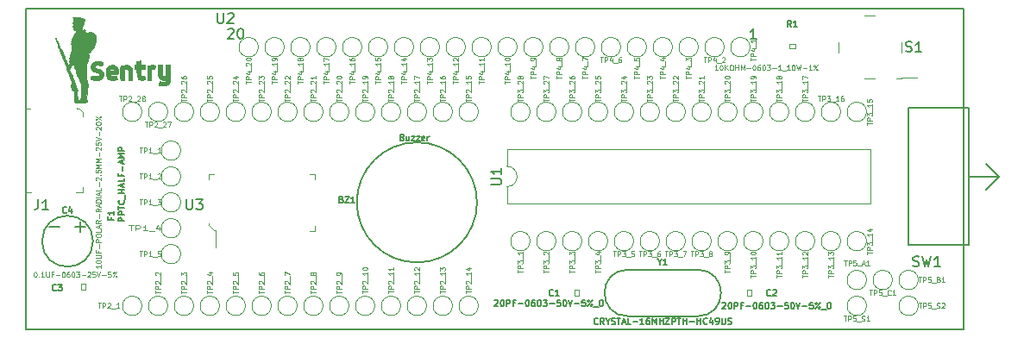
<source format=gto>
G04 #@! TF.GenerationSoftware,KiCad,Pcbnew,5.0.1-33cea8e~68~ubuntu16.04.1*
G04 #@! TF.CreationDate,2019-03-03T03:52:25-07:00*
G04 #@! TF.ProjectId,sentry,73656E7472792E6B696361645F706362,rev?*
G04 #@! TF.SameCoordinates,Original*
G04 #@! TF.FileFunction,Legend,Top*
G04 #@! TF.FilePolarity,Positive*
%FSLAX46Y46*%
G04 Gerber Fmt 4.6, Leading zero omitted, Abs format (unit mm)*
G04 Created by KiCad (PCBNEW 5.0.1-33cea8e~68~ubuntu16.04.1) date Sun 03 Mar 2019 03:52:25 AM MST*
%MOMM*%
%LPD*%
G01*
G04 APERTURE LIST*
%ADD10C,0.150000*%
%ADD11C,0.066040*%
%ADD12C,0.203200*%
%ADD13C,0.100000*%
%ADD14C,0.120000*%
%ADD15C,0.010000*%
%ADD16C,0.127000*%
%ADD17C,0.125000*%
G04 APERTURE END LIST*
D10*
G04 #@! TO.C,SW1*
X175260000Y-74930000D02*
X173990000Y-76200000D01*
X175260000Y-74930000D02*
X173990000Y-73660000D01*
X172240000Y-74930000D02*
X175260000Y-74930000D01*
X172240000Y-81680000D02*
X166390000Y-81680000D01*
X172240000Y-68180000D02*
X166390000Y-68180000D01*
X166390000Y-68180000D02*
X166390000Y-81680000D01*
X172240000Y-68180000D02*
X172240000Y-81680000D01*
G04 #@! TO.C,U2*
X79730000Y-89920000D02*
X79730000Y-58420000D01*
X171730000Y-89920000D02*
X79730000Y-89920000D01*
X171730000Y-58420000D02*
X171730000Y-89920000D01*
X79730000Y-58420000D02*
X171730000Y-58420000D01*
D11*
G04 #@! TO.C,C1*
X133969760Y-86060280D02*
X133573520Y-86060280D01*
X133573520Y-86060280D02*
X133573520Y-86659720D01*
X133969760Y-86659720D02*
X133573520Y-86659720D01*
X133969760Y-86060280D02*
X133969760Y-86659720D01*
G04 #@! TO.C,C2*
X150510240Y-86659720D02*
X150510240Y-86060280D01*
X150510240Y-86060280D02*
X150906480Y-86060280D01*
X150906480Y-86659720D02*
X150906480Y-86060280D01*
X150510240Y-86659720D02*
X150906480Y-86659720D01*
G04 #@! TO.C,C3*
X85542120Y-85425280D02*
X85145880Y-85425280D01*
X85145880Y-85425280D02*
X85145880Y-86024720D01*
X85542120Y-86024720D02*
X85145880Y-86024720D01*
X85542120Y-85425280D02*
X85542120Y-86024720D01*
D12*
G04 #@! TO.C,C4*
X83078320Y-79883000D02*
X82062320Y-79883000D01*
X85577680Y-79883000D02*
X84561680Y-79883000D01*
X85069680Y-79375000D02*
X85069680Y-80391000D01*
X86319360Y-81280000D02*
G75*
G03X86319360Y-81280000I-2499360J0D01*
G01*
D13*
G04 #@! TO.C,J1*
X80190000Y-68290000D02*
X79640000Y-68290000D01*
X79640000Y-68290000D02*
X79640000Y-68940000D01*
X80240000Y-76490000D02*
X79640000Y-76490000D01*
X79640000Y-76490000D02*
X79640000Y-76090000D01*
X85340000Y-75990000D02*
X85340000Y-76490000D01*
X85340000Y-76490000D02*
X84640000Y-76490000D01*
X85340000Y-69040000D02*
X85340000Y-68590000D01*
X85340000Y-68590000D02*
X84990000Y-68290000D01*
X84990000Y-68290000D02*
X84690000Y-68290000D01*
X84690000Y-68290000D02*
X84690000Y-68140000D01*
D11*
G04 #@! TO.C,R1*
X154640280Y-61945520D02*
X154640280Y-62341760D01*
X154640280Y-62341760D02*
X155239720Y-62341760D01*
X155239720Y-61945520D02*
X155239720Y-62341760D01*
X154640280Y-61945520D02*
X155239720Y-61945520D01*
D13*
G04 #@! TO.C,S1*
X165160000Y-65330000D02*
X165660000Y-65330000D01*
X165660000Y-65330000D02*
X165660000Y-65230000D01*
X165660000Y-65230000D02*
X165960000Y-65230000D01*
X165960000Y-65230000D02*
X167160000Y-65230000D01*
X162560000Y-65330000D02*
X163060000Y-65330000D01*
X162560000Y-65330000D02*
X162060000Y-65330000D01*
X162560000Y-59130000D02*
X162060000Y-59130000D01*
X162560000Y-59130000D02*
X163060000Y-59130000D01*
X159460000Y-62230000D02*
X159460000Y-61730000D01*
X159460000Y-62230000D02*
X159460000Y-62730000D01*
X165660000Y-62230000D02*
X165660000Y-61730000D01*
X165660000Y-62230000D02*
X165660000Y-62730000D01*
D14*
G04 #@! TO.C,U1*
X126940000Y-73930000D02*
G75*
G02X126940000Y-75930000I0J-1000000D01*
G01*
X126940000Y-75930000D02*
X126940000Y-77580000D01*
X126940000Y-77580000D02*
X162620000Y-77580000D01*
X162620000Y-77580000D02*
X162620000Y-72280000D01*
X162620000Y-72280000D02*
X126940000Y-72280000D01*
X126940000Y-72280000D02*
X126940000Y-73930000D01*
D13*
G04 #@! TO.C,U3*
X97670000Y-79520000D02*
X97670000Y-79695000D01*
X97670000Y-79695000D02*
X98195000Y-80220000D01*
X98195000Y-80220000D02*
X98345000Y-80220000D01*
X98345000Y-80220000D02*
X98345000Y-81895000D01*
X97670000Y-74670000D02*
X97670000Y-75170000D01*
X97670000Y-74670000D02*
X98170000Y-74670000D01*
X108070000Y-74670000D02*
X108070000Y-75170000D01*
X108070000Y-74670000D02*
X107570000Y-74670000D01*
X108070000Y-80270000D02*
X108070000Y-79770000D01*
X108070000Y-80270000D02*
X107570000Y-80270000D01*
D12*
G04 #@! TO.C,Y1*
X145669000Y-84074000D02*
X138811000Y-84074000D01*
X138811000Y-88646000D02*
X145669000Y-88646000D01*
X138811000Y-84074000D02*
G75*
G03X138811000Y-88646000I0J-2286000D01*
G01*
X145669000Y-88646000D02*
G75*
G03X145669000Y-84074000I0J2286000D01*
G01*
G04 #@! TO.C,BZ1*
X124007880Y-77470000D02*
G75*
G03X124007880Y-77470000I-5897880J0D01*
G01*
D15*
G04 #@! TO.C,G\002A\002A\002A*
G36*
X84713196Y-59272584D02*
X84863219Y-59289240D01*
X85012606Y-59314991D01*
X85153601Y-59348196D01*
X85278445Y-59387210D01*
X85379379Y-59430391D01*
X85401934Y-59442790D01*
X85475537Y-59492623D01*
X85515872Y-59536440D01*
X85522972Y-59574392D01*
X85496872Y-59606624D01*
X85444467Y-59631052D01*
X85386333Y-59650562D01*
X85377831Y-59826914D01*
X85373173Y-59908414D01*
X85366353Y-59968091D01*
X85354157Y-60017972D01*
X85333371Y-60070084D01*
X85300780Y-60136455D01*
X85288931Y-60159561D01*
X85255154Y-60228409D01*
X85228368Y-60289063D01*
X85211988Y-60333439D01*
X85208533Y-60350053D01*
X85216000Y-60381781D01*
X85234902Y-60427400D01*
X85259988Y-60476991D01*
X85286008Y-60520637D01*
X85307712Y-60548419D01*
X85316155Y-60553356D01*
X85337380Y-60543504D01*
X85371790Y-60518780D01*
X85380955Y-60511266D01*
X85421939Y-60479966D01*
X85450486Y-60472502D01*
X85478606Y-60489268D01*
X85504181Y-60515327D01*
X85536688Y-60555468D01*
X85544849Y-60586344D01*
X85530501Y-60620173D01*
X85521879Y-60633015D01*
X85511012Y-60652004D01*
X85511769Y-60669233D01*
X85528257Y-60690666D01*
X85564586Y-60722262D01*
X85606182Y-60755316D01*
X85659048Y-60795223D01*
X85702892Y-60825318D01*
X85730213Y-60840550D01*
X85734031Y-60841466D01*
X85756460Y-60833217D01*
X85799069Y-60811411D01*
X85853330Y-60780465D01*
X85862862Y-60774756D01*
X85941342Y-60730003D01*
X86000993Y-60704299D01*
X86050124Y-60696436D01*
X86097043Y-60705202D01*
X86150059Y-60729388D01*
X86155209Y-60732168D01*
X86230691Y-60778074D01*
X86310344Y-60834573D01*
X86387491Y-60896045D01*
X86455453Y-60956869D01*
X86507554Y-61011425D01*
X86536744Y-61053301D01*
X86546869Y-61077845D01*
X86554280Y-61106040D01*
X86559248Y-61142878D01*
X86562041Y-61193352D01*
X86562929Y-61262454D01*
X86562182Y-61355178D01*
X86560068Y-61476515D01*
X86559934Y-61483242D01*
X86556927Y-61614125D01*
X86553070Y-61716013D01*
X86547348Y-61793775D01*
X86538747Y-61852283D01*
X86526251Y-61896407D01*
X86508845Y-61931019D01*
X86485515Y-61960988D01*
X86455245Y-61991185D01*
X86453805Y-61992532D01*
X86429098Y-62018495D01*
X86417071Y-62044322D01*
X86415050Y-62081436D01*
X86419938Y-62137303D01*
X86430951Y-62240141D01*
X86268809Y-62425570D01*
X86184596Y-62521632D01*
X86118664Y-62596068D01*
X86067190Y-62652911D01*
X86026348Y-62696194D01*
X85992317Y-62729949D01*
X85961271Y-62758210D01*
X85929388Y-62785008D01*
X85923324Y-62789940D01*
X85850715Y-62848784D01*
X85878855Y-62958492D01*
X85895636Y-63050481D01*
X85899129Y-63148427D01*
X85888545Y-63256207D01*
X85863096Y-63377699D01*
X85821995Y-63516780D01*
X85764452Y-63677327D01*
X85699981Y-63838500D01*
X85678576Y-63891216D01*
X85664252Y-63933148D01*
X85655978Y-63972862D01*
X85652721Y-64018924D01*
X85653451Y-64079898D01*
X85657137Y-64164351D01*
X85658178Y-64185633D01*
X85661170Y-64262603D01*
X85664046Y-64366300D01*
X85666671Y-64489587D01*
X85668911Y-64625323D01*
X85670629Y-64766371D01*
X85671646Y-64897000D01*
X85674303Y-65388066D01*
X85731897Y-65548933D01*
X85754886Y-65617247D01*
X85772977Y-65682668D01*
X85786180Y-65749100D01*
X85794503Y-65820443D01*
X85797958Y-65900602D01*
X85796552Y-65993479D01*
X85790297Y-66102976D01*
X85779201Y-66232996D01*
X85763274Y-66387441D01*
X85742527Y-66570214D01*
X85734591Y-66637693D01*
X85664862Y-67226919D01*
X85699164Y-67337977D01*
X85724989Y-67439723D01*
X85730665Y-67517751D01*
X85715090Y-67576347D01*
X85677160Y-67619799D01*
X85618490Y-67651322D01*
X85587071Y-67657336D01*
X85528502Y-67662514D01*
X85447814Y-67666831D01*
X85350041Y-67670264D01*
X85240215Y-67672787D01*
X85123368Y-67674376D01*
X85004534Y-67675008D01*
X84888745Y-67674658D01*
X84781033Y-67673301D01*
X84686431Y-67670914D01*
X84609972Y-67667472D01*
X84556688Y-67662950D01*
X84531611Y-67657325D01*
X84530733Y-67656571D01*
X84524064Y-67632761D01*
X84517509Y-67581159D01*
X84511608Y-67507836D01*
X84506898Y-67418862D01*
X84505048Y-67366761D01*
X84500782Y-67265945D01*
X84494377Y-67168901D01*
X84486572Y-67084381D01*
X84478102Y-67021136D01*
X84474366Y-67002353D01*
X84462270Y-66923764D01*
X84457589Y-66819383D01*
X84459800Y-66694127D01*
X84467977Y-66481881D01*
X84402222Y-66484394D01*
X84335977Y-66476093D01*
X84289092Y-66455710D01*
X84257407Y-66426418D01*
X84245644Y-66409935D01*
X84327734Y-66409935D01*
X84339196Y-66435015D01*
X84339608Y-66435430D01*
X84363001Y-66442363D01*
X84404066Y-66443458D01*
X84407341Y-66443258D01*
X84449144Y-66434370D01*
X84463367Y-66413475D01*
X84463467Y-66410764D01*
X84456030Y-66391940D01*
X84428436Y-66384625D01*
X84395829Y-66384592D01*
X84347373Y-66392439D01*
X84327734Y-66409935D01*
X84245644Y-66409935D01*
X84228949Y-66386543D01*
X84220804Y-66370200D01*
X84294133Y-66370200D01*
X84302600Y-66378666D01*
X84311067Y-66370200D01*
X84302600Y-66361733D01*
X84294133Y-66370200D01*
X84220804Y-66370200D01*
X84208449Y-66345410D01*
X84200634Y-66312347D01*
X84208672Y-66297087D01*
X84223839Y-66277217D01*
X84223892Y-66275585D01*
X84260267Y-66275585D01*
X84262302Y-66315397D01*
X84274923Y-66333539D01*
X84307906Y-66339366D01*
X84327887Y-66340300D01*
X84378369Y-66337209D01*
X84406405Y-66320497D01*
X84412556Y-66311140D01*
X84420069Y-66261974D01*
X84413088Y-66235842D01*
X84399804Y-66206909D01*
X84382141Y-66194879D01*
X84349399Y-66196235D01*
X84313183Y-66202983D01*
X84277847Y-66213864D01*
X84263121Y-66235077D01*
X84260267Y-66275585D01*
X84223892Y-66275585D01*
X84224928Y-66243734D01*
X84213293Y-66213175D01*
X84201000Y-66203210D01*
X84188946Y-66191783D01*
X84181241Y-66164808D01*
X84177073Y-66116555D01*
X84175632Y-66041293D01*
X84175600Y-66023598D01*
X84176533Y-65942796D01*
X84180099Y-65888546D01*
X84187443Y-65853563D01*
X84199713Y-65830566D01*
X84207350Y-65821983D01*
X84238651Y-65795398D01*
X84258998Y-65783600D01*
X84260462Y-65766080D01*
X84250981Y-65721304D01*
X84232081Y-65653502D01*
X84205289Y-65566906D01*
X84172128Y-65465745D01*
X84134127Y-65354251D01*
X84092809Y-65236655D01*
X84049702Y-65117187D01*
X84006331Y-65000078D01*
X83964221Y-64889559D01*
X83924899Y-64789861D01*
X83889890Y-64705215D01*
X83860721Y-64639850D01*
X83838916Y-64597999D01*
X83826318Y-64583869D01*
X83806673Y-64568423D01*
X83783621Y-64527554D01*
X83760102Y-64469110D01*
X83750247Y-64437181D01*
X83987884Y-64437181D01*
X84042988Y-64573881D01*
X84079960Y-64655580D01*
X84125491Y-64742160D01*
X84170181Y-64815834D01*
X84173277Y-64820401D01*
X84213403Y-64885110D01*
X84247643Y-64951148D01*
X84268866Y-65004704D01*
X84269441Y-65006743D01*
X84283208Y-65050037D01*
X84306724Y-65116794D01*
X84337089Y-65199062D01*
X84371406Y-65288888D01*
X84384429Y-65322203D01*
X84422630Y-65422533D01*
X84460559Y-65527789D01*
X84494252Y-65626615D01*
X84519744Y-65707655D01*
X84523342Y-65720137D01*
X84545657Y-65792982D01*
X84575103Y-65880254D01*
X84609319Y-65975853D01*
X84645945Y-66073682D01*
X84682618Y-66167643D01*
X84716978Y-66251639D01*
X84746663Y-66319573D01*
X84769313Y-66365345D01*
X84778856Y-66380000D01*
X84802186Y-66420897D01*
X84800958Y-66452825D01*
X84780891Y-66468899D01*
X84747703Y-66462234D01*
X84724680Y-66445222D01*
X84683600Y-66406630D01*
X84684095Y-66506948D01*
X84690081Y-66607449D01*
X84705965Y-66730451D01*
X84729914Y-66866689D01*
X84760093Y-67006893D01*
X84794669Y-67141797D01*
X84831808Y-67262134D01*
X84835773Y-67273523D01*
X84908069Y-67478552D01*
X84954072Y-67445795D01*
X84991683Y-67413393D01*
X85036496Y-67367152D01*
X85059954Y-67339964D01*
X85084123Y-67309404D01*
X85101286Y-67282068D01*
X85113295Y-67250901D01*
X85122001Y-67208850D01*
X85129256Y-67148862D01*
X85136911Y-67063881D01*
X85139040Y-67038678D01*
X85150838Y-66879705D01*
X85160065Y-66716642D01*
X85166608Y-66555258D01*
X85170353Y-66401325D01*
X85171188Y-66260611D01*
X85169000Y-66138887D01*
X85163675Y-66041923D01*
X85159366Y-66001220D01*
X85124035Y-65823801D01*
X85065587Y-65634019D01*
X84987446Y-65440544D01*
X84893037Y-65252047D01*
X84806649Y-65108438D01*
X84741435Y-64999376D01*
X84698600Y-64902477D01*
X84674813Y-64807865D01*
X84666739Y-64705663D01*
X84666667Y-64693653D01*
X84663690Y-64617184D01*
X84652560Y-64558925D01*
X84629978Y-64503569D01*
X84622605Y-64489236D01*
X84576380Y-64400562D01*
X84542870Y-64331663D01*
X84518251Y-64272763D01*
X84498699Y-64214082D01*
X84480390Y-64145844D01*
X84467639Y-64092976D01*
X84445939Y-64000832D01*
X84430471Y-63937431D01*
X84419275Y-63898656D01*
X84410391Y-63880388D01*
X84401857Y-63878510D01*
X84391714Y-63888905D01*
X84378808Y-63906389D01*
X84353153Y-63934276D01*
X84327024Y-63938835D01*
X84295192Y-63928916D01*
X84259800Y-63917698D01*
X84245727Y-63923206D01*
X84243333Y-63944870D01*
X84234694Y-63980124D01*
X84210583Y-64038471D01*
X84173706Y-64114435D01*
X84126771Y-64202535D01*
X84072484Y-64297293D01*
X84053822Y-64328424D01*
X83987884Y-64437181D01*
X83750247Y-64437181D01*
X83739058Y-64400934D01*
X83723428Y-64330871D01*
X83718369Y-64295867D01*
X83712048Y-64259104D01*
X83699461Y-64210166D01*
X83679639Y-64146327D01*
X83651611Y-64064862D01*
X83614407Y-63963045D01*
X83567057Y-63838151D01*
X83508592Y-63687455D01*
X83438135Y-63508467D01*
X83380964Y-63364602D01*
X83326991Y-63229990D01*
X83277608Y-63108016D01*
X83234207Y-63002061D01*
X83198179Y-62915511D01*
X83170916Y-62851748D01*
X83153809Y-62814156D01*
X83149071Y-62805655D01*
X83138474Y-62784416D01*
X83117546Y-62735131D01*
X83087750Y-62661502D01*
X83050545Y-62567231D01*
X83007391Y-62456020D01*
X82959751Y-62331570D01*
X82909084Y-62197583D01*
X82907640Y-62193743D01*
X82826925Y-61975354D01*
X82760436Y-61787636D01*
X82708155Y-61630533D01*
X82670065Y-61503988D01*
X82646150Y-61407946D01*
X82636393Y-61342352D01*
X82638796Y-61311679D01*
X82648580Y-61315720D01*
X82669397Y-61347182D01*
X82699415Y-61402161D01*
X82736802Y-61476749D01*
X82779724Y-61567042D01*
X82826351Y-61669132D01*
X82874849Y-61779114D01*
X82923388Y-61893083D01*
X82970134Y-62007131D01*
X82997554Y-62076530D01*
X83043262Y-62192908D01*
X83079345Y-62281220D01*
X83107788Y-62345211D01*
X83130580Y-62388627D01*
X83149708Y-62415216D01*
X83167159Y-62428723D01*
X83184919Y-62432895D01*
X83186609Y-62432941D01*
X83210881Y-62444610D01*
X83235768Y-62467032D01*
X83246504Y-62487666D01*
X83267797Y-62536039D01*
X83298113Y-62608258D01*
X83335916Y-62700427D01*
X83379673Y-62808651D01*
X83427849Y-62929036D01*
X83478910Y-63057686D01*
X83531322Y-63190706D01*
X83583551Y-63324202D01*
X83634061Y-63454278D01*
X83681320Y-63577041D01*
X83723791Y-63688594D01*
X83759942Y-63785044D01*
X83788238Y-63862494D01*
X83807144Y-63917051D01*
X83807949Y-63919521D01*
X83822371Y-63955172D01*
X83834346Y-63970475D01*
X83835670Y-63970321D01*
X83850984Y-63956666D01*
X83883425Y-63924269D01*
X83927017Y-63879146D01*
X83944973Y-63860222D01*
X84044547Y-63754777D01*
X83991540Y-63705261D01*
X83950352Y-63654810D01*
X83942121Y-63609629D01*
X83966816Y-63567341D01*
X83989333Y-63548122D01*
X84030036Y-63504914D01*
X84038020Y-63457104D01*
X84022233Y-63413527D01*
X84012091Y-63378317D01*
X84005191Y-63323647D01*
X84003419Y-63283406D01*
X84005347Y-63241796D01*
X84012844Y-63193965D01*
X84027338Y-63134622D01*
X84050257Y-63058471D01*
X84083030Y-62960219D01*
X84116294Y-62865000D01*
X84167230Y-62720618D01*
X84207476Y-62604947D01*
X84237738Y-62514808D01*
X84258724Y-62447021D01*
X84271140Y-62398406D01*
X84275694Y-62365783D01*
X84273092Y-62345973D01*
X84264040Y-62335796D01*
X84249247Y-62332071D01*
X84234867Y-62331600D01*
X84205568Y-62326816D01*
X84194414Y-62305688D01*
X84193276Y-62276566D01*
X84199781Y-62223774D01*
X84214862Y-62164243D01*
X84218421Y-62153800D01*
X84234640Y-62093285D01*
X84242844Y-62032423D01*
X84243078Y-62023880D01*
X84239548Y-61980919D01*
X84222022Y-61957874D01*
X84185421Y-61942580D01*
X84129286Y-61919102D01*
X84106066Y-61895067D01*
X84114872Y-61867910D01*
X84149369Y-61838725D01*
X84192102Y-61803770D01*
X84223917Y-61767920D01*
X84228299Y-61760784D01*
X84238751Y-61730828D01*
X84226792Y-61706828D01*
X84207797Y-61689751D01*
X84181099Y-61662995D01*
X84179631Y-61640852D01*
X84188408Y-61625694D01*
X84217521Y-61577347D01*
X84222980Y-61549192D01*
X84212513Y-61539571D01*
X84194481Y-61523954D01*
X84201588Y-61495126D01*
X84234802Y-61449837D01*
X84241597Y-61441990D01*
X84275633Y-61393576D01*
X84309537Y-61330242D01*
X84326319Y-61290805D01*
X84368076Y-61188398D01*
X84415554Y-61092396D01*
X84475501Y-60989700D01*
X84507687Y-60938833D01*
X84543582Y-60880970D01*
X84561321Y-60845759D01*
X84562726Y-60828506D01*
X84552025Y-60824449D01*
X84537132Y-60820283D01*
X84546816Y-60804678D01*
X84566886Y-60786349D01*
X84607027Y-60742800D01*
X84644517Y-60687464D01*
X84672367Y-60632208D01*
X84683593Y-60588901D01*
X84683600Y-60588087D01*
X84679687Y-60571219D01*
X84663040Y-60562136D01*
X84626300Y-60558931D01*
X84572992Y-60559421D01*
X84501710Y-60557875D01*
X84458344Y-60545664D01*
X84437399Y-60517680D01*
X84433385Y-60468815D01*
X84436288Y-60432273D01*
X84438642Y-60379136D01*
X84430471Y-60351347D01*
X84420165Y-60343905D01*
X84402426Y-60321782D01*
X84395733Y-60285271D01*
X84387472Y-60242140D01*
X84370333Y-60214933D01*
X84349495Y-60186684D01*
X84349434Y-60149039D01*
X84370892Y-60095515D01*
X84387470Y-60065038D01*
X84419910Y-60001749D01*
X84429955Y-59960573D01*
X84416578Y-59937350D01*
X84378750Y-59927920D01*
X84353400Y-59927067D01*
X84306538Y-59925578D01*
X84284342Y-59917075D01*
X84277625Y-59895500D01*
X84277200Y-59876831D01*
X84290257Y-59826668D01*
X84331667Y-59772218D01*
X84337031Y-59766764D01*
X84374663Y-59732167D01*
X84404004Y-59710560D01*
X84413231Y-59706933D01*
X84422233Y-59691630D01*
X84428178Y-59652189D01*
X84429600Y-59614696D01*
X84418814Y-59521614D01*
X84387267Y-59442840D01*
X84357035Y-59378615D01*
X84346616Y-59331798D01*
X84358706Y-59299795D01*
X84396002Y-59280007D01*
X84461204Y-59269840D01*
X84557008Y-59266695D01*
X84570298Y-59266667D01*
X84713196Y-59272584D01*
X84713196Y-59272584D01*
G37*
X84713196Y-59272584D02*
X84863219Y-59289240D01*
X85012606Y-59314991D01*
X85153601Y-59348196D01*
X85278445Y-59387210D01*
X85379379Y-59430391D01*
X85401934Y-59442790D01*
X85475537Y-59492623D01*
X85515872Y-59536440D01*
X85522972Y-59574392D01*
X85496872Y-59606624D01*
X85444467Y-59631052D01*
X85386333Y-59650562D01*
X85377831Y-59826914D01*
X85373173Y-59908414D01*
X85366353Y-59968091D01*
X85354157Y-60017972D01*
X85333371Y-60070084D01*
X85300780Y-60136455D01*
X85288931Y-60159561D01*
X85255154Y-60228409D01*
X85228368Y-60289063D01*
X85211988Y-60333439D01*
X85208533Y-60350053D01*
X85216000Y-60381781D01*
X85234902Y-60427400D01*
X85259988Y-60476991D01*
X85286008Y-60520637D01*
X85307712Y-60548419D01*
X85316155Y-60553356D01*
X85337380Y-60543504D01*
X85371790Y-60518780D01*
X85380955Y-60511266D01*
X85421939Y-60479966D01*
X85450486Y-60472502D01*
X85478606Y-60489268D01*
X85504181Y-60515327D01*
X85536688Y-60555468D01*
X85544849Y-60586344D01*
X85530501Y-60620173D01*
X85521879Y-60633015D01*
X85511012Y-60652004D01*
X85511769Y-60669233D01*
X85528257Y-60690666D01*
X85564586Y-60722262D01*
X85606182Y-60755316D01*
X85659048Y-60795223D01*
X85702892Y-60825318D01*
X85730213Y-60840550D01*
X85734031Y-60841466D01*
X85756460Y-60833217D01*
X85799069Y-60811411D01*
X85853330Y-60780465D01*
X85862862Y-60774756D01*
X85941342Y-60730003D01*
X86000993Y-60704299D01*
X86050124Y-60696436D01*
X86097043Y-60705202D01*
X86150059Y-60729388D01*
X86155209Y-60732168D01*
X86230691Y-60778074D01*
X86310344Y-60834573D01*
X86387491Y-60896045D01*
X86455453Y-60956869D01*
X86507554Y-61011425D01*
X86536744Y-61053301D01*
X86546869Y-61077845D01*
X86554280Y-61106040D01*
X86559248Y-61142878D01*
X86562041Y-61193352D01*
X86562929Y-61262454D01*
X86562182Y-61355178D01*
X86560068Y-61476515D01*
X86559934Y-61483242D01*
X86556927Y-61614125D01*
X86553070Y-61716013D01*
X86547348Y-61793775D01*
X86538747Y-61852283D01*
X86526251Y-61896407D01*
X86508845Y-61931019D01*
X86485515Y-61960988D01*
X86455245Y-61991185D01*
X86453805Y-61992532D01*
X86429098Y-62018495D01*
X86417071Y-62044322D01*
X86415050Y-62081436D01*
X86419938Y-62137303D01*
X86430951Y-62240141D01*
X86268809Y-62425570D01*
X86184596Y-62521632D01*
X86118664Y-62596068D01*
X86067190Y-62652911D01*
X86026348Y-62696194D01*
X85992317Y-62729949D01*
X85961271Y-62758210D01*
X85929388Y-62785008D01*
X85923324Y-62789940D01*
X85850715Y-62848784D01*
X85878855Y-62958492D01*
X85895636Y-63050481D01*
X85899129Y-63148427D01*
X85888545Y-63256207D01*
X85863096Y-63377699D01*
X85821995Y-63516780D01*
X85764452Y-63677327D01*
X85699981Y-63838500D01*
X85678576Y-63891216D01*
X85664252Y-63933148D01*
X85655978Y-63972862D01*
X85652721Y-64018924D01*
X85653451Y-64079898D01*
X85657137Y-64164351D01*
X85658178Y-64185633D01*
X85661170Y-64262603D01*
X85664046Y-64366300D01*
X85666671Y-64489587D01*
X85668911Y-64625323D01*
X85670629Y-64766371D01*
X85671646Y-64897000D01*
X85674303Y-65388066D01*
X85731897Y-65548933D01*
X85754886Y-65617247D01*
X85772977Y-65682668D01*
X85786180Y-65749100D01*
X85794503Y-65820443D01*
X85797958Y-65900602D01*
X85796552Y-65993479D01*
X85790297Y-66102976D01*
X85779201Y-66232996D01*
X85763274Y-66387441D01*
X85742527Y-66570214D01*
X85734591Y-66637693D01*
X85664862Y-67226919D01*
X85699164Y-67337977D01*
X85724989Y-67439723D01*
X85730665Y-67517751D01*
X85715090Y-67576347D01*
X85677160Y-67619799D01*
X85618490Y-67651322D01*
X85587071Y-67657336D01*
X85528502Y-67662514D01*
X85447814Y-67666831D01*
X85350041Y-67670264D01*
X85240215Y-67672787D01*
X85123368Y-67674376D01*
X85004534Y-67675008D01*
X84888745Y-67674658D01*
X84781033Y-67673301D01*
X84686431Y-67670914D01*
X84609972Y-67667472D01*
X84556688Y-67662950D01*
X84531611Y-67657325D01*
X84530733Y-67656571D01*
X84524064Y-67632761D01*
X84517509Y-67581159D01*
X84511608Y-67507836D01*
X84506898Y-67418862D01*
X84505048Y-67366761D01*
X84500782Y-67265945D01*
X84494377Y-67168901D01*
X84486572Y-67084381D01*
X84478102Y-67021136D01*
X84474366Y-67002353D01*
X84462270Y-66923764D01*
X84457589Y-66819383D01*
X84459800Y-66694127D01*
X84467977Y-66481881D01*
X84402222Y-66484394D01*
X84335977Y-66476093D01*
X84289092Y-66455710D01*
X84257407Y-66426418D01*
X84245644Y-66409935D01*
X84327734Y-66409935D01*
X84339196Y-66435015D01*
X84339608Y-66435430D01*
X84363001Y-66442363D01*
X84404066Y-66443458D01*
X84407341Y-66443258D01*
X84449144Y-66434370D01*
X84463367Y-66413475D01*
X84463467Y-66410764D01*
X84456030Y-66391940D01*
X84428436Y-66384625D01*
X84395829Y-66384592D01*
X84347373Y-66392439D01*
X84327734Y-66409935D01*
X84245644Y-66409935D01*
X84228949Y-66386543D01*
X84220804Y-66370200D01*
X84294133Y-66370200D01*
X84302600Y-66378666D01*
X84311067Y-66370200D01*
X84302600Y-66361733D01*
X84294133Y-66370200D01*
X84220804Y-66370200D01*
X84208449Y-66345410D01*
X84200634Y-66312347D01*
X84208672Y-66297087D01*
X84223839Y-66277217D01*
X84223892Y-66275585D01*
X84260267Y-66275585D01*
X84262302Y-66315397D01*
X84274923Y-66333539D01*
X84307906Y-66339366D01*
X84327887Y-66340300D01*
X84378369Y-66337209D01*
X84406405Y-66320497D01*
X84412556Y-66311140D01*
X84420069Y-66261974D01*
X84413088Y-66235842D01*
X84399804Y-66206909D01*
X84382141Y-66194879D01*
X84349399Y-66196235D01*
X84313183Y-66202983D01*
X84277847Y-66213864D01*
X84263121Y-66235077D01*
X84260267Y-66275585D01*
X84223892Y-66275585D01*
X84224928Y-66243734D01*
X84213293Y-66213175D01*
X84201000Y-66203210D01*
X84188946Y-66191783D01*
X84181241Y-66164808D01*
X84177073Y-66116555D01*
X84175632Y-66041293D01*
X84175600Y-66023598D01*
X84176533Y-65942796D01*
X84180099Y-65888546D01*
X84187443Y-65853563D01*
X84199713Y-65830566D01*
X84207350Y-65821983D01*
X84238651Y-65795398D01*
X84258998Y-65783600D01*
X84260462Y-65766080D01*
X84250981Y-65721304D01*
X84232081Y-65653502D01*
X84205289Y-65566906D01*
X84172128Y-65465745D01*
X84134127Y-65354251D01*
X84092809Y-65236655D01*
X84049702Y-65117187D01*
X84006331Y-65000078D01*
X83964221Y-64889559D01*
X83924899Y-64789861D01*
X83889890Y-64705215D01*
X83860721Y-64639850D01*
X83838916Y-64597999D01*
X83826318Y-64583869D01*
X83806673Y-64568423D01*
X83783621Y-64527554D01*
X83760102Y-64469110D01*
X83750247Y-64437181D01*
X83987884Y-64437181D01*
X84042988Y-64573881D01*
X84079960Y-64655580D01*
X84125491Y-64742160D01*
X84170181Y-64815834D01*
X84173277Y-64820401D01*
X84213403Y-64885110D01*
X84247643Y-64951148D01*
X84268866Y-65004704D01*
X84269441Y-65006743D01*
X84283208Y-65050037D01*
X84306724Y-65116794D01*
X84337089Y-65199062D01*
X84371406Y-65288888D01*
X84384429Y-65322203D01*
X84422630Y-65422533D01*
X84460559Y-65527789D01*
X84494252Y-65626615D01*
X84519744Y-65707655D01*
X84523342Y-65720137D01*
X84545657Y-65792982D01*
X84575103Y-65880254D01*
X84609319Y-65975853D01*
X84645945Y-66073682D01*
X84682618Y-66167643D01*
X84716978Y-66251639D01*
X84746663Y-66319573D01*
X84769313Y-66365345D01*
X84778856Y-66380000D01*
X84802186Y-66420897D01*
X84800958Y-66452825D01*
X84780891Y-66468899D01*
X84747703Y-66462234D01*
X84724680Y-66445222D01*
X84683600Y-66406630D01*
X84684095Y-66506948D01*
X84690081Y-66607449D01*
X84705965Y-66730451D01*
X84729914Y-66866689D01*
X84760093Y-67006893D01*
X84794669Y-67141797D01*
X84831808Y-67262134D01*
X84835773Y-67273523D01*
X84908069Y-67478552D01*
X84954072Y-67445795D01*
X84991683Y-67413393D01*
X85036496Y-67367152D01*
X85059954Y-67339964D01*
X85084123Y-67309404D01*
X85101286Y-67282068D01*
X85113295Y-67250901D01*
X85122001Y-67208850D01*
X85129256Y-67148862D01*
X85136911Y-67063881D01*
X85139040Y-67038678D01*
X85150838Y-66879705D01*
X85160065Y-66716642D01*
X85166608Y-66555258D01*
X85170353Y-66401325D01*
X85171188Y-66260611D01*
X85169000Y-66138887D01*
X85163675Y-66041923D01*
X85159366Y-66001220D01*
X85124035Y-65823801D01*
X85065587Y-65634019D01*
X84987446Y-65440544D01*
X84893037Y-65252047D01*
X84806649Y-65108438D01*
X84741435Y-64999376D01*
X84698600Y-64902477D01*
X84674813Y-64807865D01*
X84666739Y-64705663D01*
X84666667Y-64693653D01*
X84663690Y-64617184D01*
X84652560Y-64558925D01*
X84629978Y-64503569D01*
X84622605Y-64489236D01*
X84576380Y-64400562D01*
X84542870Y-64331663D01*
X84518251Y-64272763D01*
X84498699Y-64214082D01*
X84480390Y-64145844D01*
X84467639Y-64092976D01*
X84445939Y-64000832D01*
X84430471Y-63937431D01*
X84419275Y-63898656D01*
X84410391Y-63880388D01*
X84401857Y-63878510D01*
X84391714Y-63888905D01*
X84378808Y-63906389D01*
X84353153Y-63934276D01*
X84327024Y-63938835D01*
X84295192Y-63928916D01*
X84259800Y-63917698D01*
X84245727Y-63923206D01*
X84243333Y-63944870D01*
X84234694Y-63980124D01*
X84210583Y-64038471D01*
X84173706Y-64114435D01*
X84126771Y-64202535D01*
X84072484Y-64297293D01*
X84053822Y-64328424D01*
X83987884Y-64437181D01*
X83750247Y-64437181D01*
X83739058Y-64400934D01*
X83723428Y-64330871D01*
X83718369Y-64295867D01*
X83712048Y-64259104D01*
X83699461Y-64210166D01*
X83679639Y-64146327D01*
X83651611Y-64064862D01*
X83614407Y-63963045D01*
X83567057Y-63838151D01*
X83508592Y-63687455D01*
X83438135Y-63508467D01*
X83380964Y-63364602D01*
X83326991Y-63229990D01*
X83277608Y-63108016D01*
X83234207Y-63002061D01*
X83198179Y-62915511D01*
X83170916Y-62851748D01*
X83153809Y-62814156D01*
X83149071Y-62805655D01*
X83138474Y-62784416D01*
X83117546Y-62735131D01*
X83087750Y-62661502D01*
X83050545Y-62567231D01*
X83007391Y-62456020D01*
X82959751Y-62331570D01*
X82909084Y-62197583D01*
X82907640Y-62193743D01*
X82826925Y-61975354D01*
X82760436Y-61787636D01*
X82708155Y-61630533D01*
X82670065Y-61503988D01*
X82646150Y-61407946D01*
X82636393Y-61342352D01*
X82638796Y-61311679D01*
X82648580Y-61315720D01*
X82669397Y-61347182D01*
X82699415Y-61402161D01*
X82736802Y-61476749D01*
X82779724Y-61567042D01*
X82826351Y-61669132D01*
X82874849Y-61779114D01*
X82923388Y-61893083D01*
X82970134Y-62007131D01*
X82997554Y-62076530D01*
X83043262Y-62192908D01*
X83079345Y-62281220D01*
X83107788Y-62345211D01*
X83130580Y-62388627D01*
X83149708Y-62415216D01*
X83167159Y-62428723D01*
X83184919Y-62432895D01*
X83186609Y-62432941D01*
X83210881Y-62444610D01*
X83235768Y-62467032D01*
X83246504Y-62487666D01*
X83267797Y-62536039D01*
X83298113Y-62608258D01*
X83335916Y-62700427D01*
X83379673Y-62808651D01*
X83427849Y-62929036D01*
X83478910Y-63057686D01*
X83531322Y-63190706D01*
X83583551Y-63324202D01*
X83634061Y-63454278D01*
X83681320Y-63577041D01*
X83723791Y-63688594D01*
X83759942Y-63785044D01*
X83788238Y-63862494D01*
X83807144Y-63917051D01*
X83807949Y-63919521D01*
X83822371Y-63955172D01*
X83834346Y-63970475D01*
X83835670Y-63970321D01*
X83850984Y-63956666D01*
X83883425Y-63924269D01*
X83927017Y-63879146D01*
X83944973Y-63860222D01*
X84044547Y-63754777D01*
X83991540Y-63705261D01*
X83950352Y-63654810D01*
X83942121Y-63609629D01*
X83966816Y-63567341D01*
X83989333Y-63548122D01*
X84030036Y-63504914D01*
X84038020Y-63457104D01*
X84022233Y-63413527D01*
X84012091Y-63378317D01*
X84005191Y-63323647D01*
X84003419Y-63283406D01*
X84005347Y-63241796D01*
X84012844Y-63193965D01*
X84027338Y-63134622D01*
X84050257Y-63058471D01*
X84083030Y-62960219D01*
X84116294Y-62865000D01*
X84167230Y-62720618D01*
X84207476Y-62604947D01*
X84237738Y-62514808D01*
X84258724Y-62447021D01*
X84271140Y-62398406D01*
X84275694Y-62365783D01*
X84273092Y-62345973D01*
X84264040Y-62335796D01*
X84249247Y-62332071D01*
X84234867Y-62331600D01*
X84205568Y-62326816D01*
X84194414Y-62305688D01*
X84193276Y-62276566D01*
X84199781Y-62223774D01*
X84214862Y-62164243D01*
X84218421Y-62153800D01*
X84234640Y-62093285D01*
X84242844Y-62032423D01*
X84243078Y-62023880D01*
X84239548Y-61980919D01*
X84222022Y-61957874D01*
X84185421Y-61942580D01*
X84129286Y-61919102D01*
X84106066Y-61895067D01*
X84114872Y-61867910D01*
X84149369Y-61838725D01*
X84192102Y-61803770D01*
X84223917Y-61767920D01*
X84228299Y-61760784D01*
X84238751Y-61730828D01*
X84226792Y-61706828D01*
X84207797Y-61689751D01*
X84181099Y-61662995D01*
X84179631Y-61640852D01*
X84188408Y-61625694D01*
X84217521Y-61577347D01*
X84222980Y-61549192D01*
X84212513Y-61539571D01*
X84194481Y-61523954D01*
X84201588Y-61495126D01*
X84234802Y-61449837D01*
X84241597Y-61441990D01*
X84275633Y-61393576D01*
X84309537Y-61330242D01*
X84326319Y-61290805D01*
X84368076Y-61188398D01*
X84415554Y-61092396D01*
X84475501Y-60989700D01*
X84507687Y-60938833D01*
X84543582Y-60880970D01*
X84561321Y-60845759D01*
X84562726Y-60828506D01*
X84552025Y-60824449D01*
X84537132Y-60820283D01*
X84546816Y-60804678D01*
X84566886Y-60786349D01*
X84607027Y-60742800D01*
X84644517Y-60687464D01*
X84672367Y-60632208D01*
X84683593Y-60588901D01*
X84683600Y-60588087D01*
X84679687Y-60571219D01*
X84663040Y-60562136D01*
X84626300Y-60558931D01*
X84572992Y-60559421D01*
X84501710Y-60557875D01*
X84458344Y-60545664D01*
X84437399Y-60517680D01*
X84433385Y-60468815D01*
X84436288Y-60432273D01*
X84438642Y-60379136D01*
X84430471Y-60351347D01*
X84420165Y-60343905D01*
X84402426Y-60321782D01*
X84395733Y-60285271D01*
X84387472Y-60242140D01*
X84370333Y-60214933D01*
X84349495Y-60186684D01*
X84349434Y-60149039D01*
X84370892Y-60095515D01*
X84387470Y-60065038D01*
X84419910Y-60001749D01*
X84429955Y-59960573D01*
X84416578Y-59937350D01*
X84378750Y-59927920D01*
X84353400Y-59927067D01*
X84306538Y-59925578D01*
X84284342Y-59917075D01*
X84277625Y-59895500D01*
X84277200Y-59876831D01*
X84290257Y-59826668D01*
X84331667Y-59772218D01*
X84337031Y-59766764D01*
X84374663Y-59732167D01*
X84404004Y-59710560D01*
X84413231Y-59706933D01*
X84422233Y-59691630D01*
X84428178Y-59652189D01*
X84429600Y-59614696D01*
X84418814Y-59521614D01*
X84387267Y-59442840D01*
X84357035Y-59378615D01*
X84346616Y-59331798D01*
X84358706Y-59299795D01*
X84396002Y-59280007D01*
X84461204Y-59269840D01*
X84557008Y-59266695D01*
X84570298Y-59266667D01*
X84713196Y-59272584D01*
G36*
X93527033Y-63963460D02*
X93561021Y-63968156D01*
X93618375Y-63971772D01*
X93688599Y-63973722D01*
X93713757Y-63973902D01*
X93862380Y-63974133D01*
X93853000Y-65661447D01*
X93801819Y-65761823D01*
X93733645Y-65859479D01*
X93641662Y-65936650D01*
X93532368Y-65987966D01*
X93525802Y-65989985D01*
X93456088Y-66003776D01*
X93363389Y-66012265D01*
X93258201Y-66015252D01*
X93151021Y-66012534D01*
X93052344Y-66003910D01*
X93022994Y-65999661D01*
X92934797Y-65983395D01*
X92858848Y-65965849D01*
X92801016Y-65948676D01*
X92767168Y-65933530D01*
X92760800Y-65925795D01*
X92764802Y-65907187D01*
X92775349Y-65864398D01*
X92790250Y-65805841D01*
X92807314Y-65739929D01*
X92824351Y-65675075D01*
X92839171Y-65619693D01*
X92849583Y-65582196D01*
X92853230Y-65570784D01*
X92869118Y-65573616D01*
X92908751Y-65584438D01*
X92963615Y-65600924D01*
X92964727Y-65601270D01*
X93047680Y-65622219D01*
X93138530Y-65637315D01*
X93227774Y-65645750D01*
X93305908Y-65646714D01*
X93363427Y-65639399D01*
X93373748Y-65636075D01*
X93429493Y-65596864D01*
X93467204Y-65529640D01*
X93481611Y-65474235D01*
X93487798Y-65432595D01*
X93483707Y-65416706D01*
X93466605Y-65419301D01*
X93461697Y-65421269D01*
X93353603Y-65451536D01*
X93234097Y-65455885D01*
X93164271Y-65448029D01*
X93030516Y-65414152D01*
X92919655Y-65358122D01*
X92833813Y-65281087D01*
X92818229Y-65261066D01*
X92789965Y-65219773D01*
X92767060Y-65178953D01*
X92748958Y-65134578D01*
X92735105Y-65082622D01*
X92724943Y-65019057D01*
X92717917Y-64939855D01*
X92713472Y-64840989D01*
X92711051Y-64718432D01*
X92710099Y-64568157D01*
X92710000Y-64476789D01*
X92710000Y-63957200D01*
X93082533Y-63957200D01*
X93083271Y-64401700D01*
X93083944Y-64557873D01*
X93085687Y-64684001D01*
X93088942Y-64783901D01*
X93094152Y-64861387D01*
X93101761Y-64920277D01*
X93112210Y-64964385D01*
X93125944Y-64997528D01*
X93143405Y-65023522D01*
X93157197Y-65038627D01*
X93191992Y-65066652D01*
X93231909Y-65079939D01*
X93290351Y-65083267D01*
X93354000Y-65078664D01*
X93413281Y-65067016D01*
X93433900Y-65060045D01*
X93488933Y-65036824D01*
X93488933Y-63953250D01*
X93527033Y-63963460D01*
X93527033Y-63963460D01*
G37*
X93527033Y-63963460D02*
X93561021Y-63968156D01*
X93618375Y-63971772D01*
X93688599Y-63973722D01*
X93713757Y-63973902D01*
X93862380Y-63974133D01*
X93853000Y-65661447D01*
X93801819Y-65761823D01*
X93733645Y-65859479D01*
X93641662Y-65936650D01*
X93532368Y-65987966D01*
X93525802Y-65989985D01*
X93456088Y-66003776D01*
X93363389Y-66012265D01*
X93258201Y-66015252D01*
X93151021Y-66012534D01*
X93052344Y-66003910D01*
X93022994Y-65999661D01*
X92934797Y-65983395D01*
X92858848Y-65965849D01*
X92801016Y-65948676D01*
X92767168Y-65933530D01*
X92760800Y-65925795D01*
X92764802Y-65907187D01*
X92775349Y-65864398D01*
X92790250Y-65805841D01*
X92807314Y-65739929D01*
X92824351Y-65675075D01*
X92839171Y-65619693D01*
X92849583Y-65582196D01*
X92853230Y-65570784D01*
X92869118Y-65573616D01*
X92908751Y-65584438D01*
X92963615Y-65600924D01*
X92964727Y-65601270D01*
X93047680Y-65622219D01*
X93138530Y-65637315D01*
X93227774Y-65645750D01*
X93305908Y-65646714D01*
X93363427Y-65639399D01*
X93373748Y-65636075D01*
X93429493Y-65596864D01*
X93467204Y-65529640D01*
X93481611Y-65474235D01*
X93487798Y-65432595D01*
X93483707Y-65416706D01*
X93466605Y-65419301D01*
X93461697Y-65421269D01*
X93353603Y-65451536D01*
X93234097Y-65455885D01*
X93164271Y-65448029D01*
X93030516Y-65414152D01*
X92919655Y-65358122D01*
X92833813Y-65281087D01*
X92818229Y-65261066D01*
X92789965Y-65219773D01*
X92767060Y-65178953D01*
X92748958Y-65134578D01*
X92735105Y-65082622D01*
X92724943Y-65019057D01*
X92717917Y-64939855D01*
X92713472Y-64840989D01*
X92711051Y-64718432D01*
X92710099Y-64568157D01*
X92710000Y-64476789D01*
X92710000Y-63957200D01*
X93082533Y-63957200D01*
X93083271Y-64401700D01*
X93083944Y-64557873D01*
X93085687Y-64684001D01*
X93088942Y-64783901D01*
X93094152Y-64861387D01*
X93101761Y-64920277D01*
X93112210Y-64964385D01*
X93125944Y-64997528D01*
X93143405Y-65023522D01*
X93157197Y-65038627D01*
X93191992Y-65066652D01*
X93231909Y-65079939D01*
X93290351Y-65083267D01*
X93354000Y-65078664D01*
X93413281Y-65067016D01*
X93433900Y-65060045D01*
X93488933Y-65036824D01*
X93488933Y-63953250D01*
X93527033Y-63963460D01*
G36*
X86859851Y-63613703D02*
X86996900Y-63626582D01*
X87113806Y-63650437D01*
X87179180Y-63669261D01*
X87232931Y-63686227D01*
X87265828Y-63698374D01*
X87270134Y-63700564D01*
X87277972Y-63715252D01*
X87276755Y-63747643D01*
X87265842Y-63802752D01*
X87248110Y-63872517D01*
X87229220Y-63941234D01*
X87213056Y-63996604D01*
X87201848Y-64031168D01*
X87198417Y-64038827D01*
X87179655Y-64038827D01*
X87137029Y-64032127D01*
X87079553Y-64020163D01*
X87076235Y-64019403D01*
X86957676Y-63994785D01*
X86861940Y-63981560D01*
X86780280Y-63978870D01*
X86716295Y-63984106D01*
X86626967Y-64006525D01*
X86559270Y-64045128D01*
X86516353Y-64096368D01*
X86501363Y-64156699D01*
X86513126Y-64212953D01*
X86541108Y-64254748D01*
X86589792Y-64290077D01*
X86662998Y-64320782D01*
X86764549Y-64348701D01*
X86819879Y-64360718D01*
X86958844Y-64396238D01*
X87070095Y-64441363D01*
X87159057Y-64498705D01*
X87213620Y-64550421D01*
X87266184Y-64614979D01*
X87301059Y-64676813D01*
X87321523Y-64745719D01*
X87330857Y-64831488D01*
X87332522Y-64905467D01*
X87331047Y-64990749D01*
X87325082Y-65053289D01*
X87312913Y-65104099D01*
X87294286Y-65151000D01*
X87234763Y-65251431D01*
X87156013Y-65328287D01*
X87053856Y-65386888D01*
X86919129Y-65431967D01*
X86763423Y-65455230D01*
X86584758Y-65456867D01*
X86444667Y-65445210D01*
X86373401Y-65434529D01*
X86296455Y-65419042D01*
X86221000Y-65400714D01*
X86154208Y-65381509D01*
X86103250Y-65363393D01*
X86075297Y-65348331D01*
X86072133Y-65343149D01*
X86076488Y-65321544D01*
X86088214Y-65275148D01*
X86105301Y-65211714D01*
X86117942Y-65166394D01*
X86139217Y-65092674D01*
X86154873Y-65046018D01*
X86168174Y-65020806D01*
X86182387Y-65011424D01*
X86200777Y-65012253D01*
X86206842Y-65013490D01*
X86244346Y-65021608D01*
X86302895Y-65034337D01*
X86370447Y-65049060D01*
X86376933Y-65050476D01*
X86477470Y-65067695D01*
X86582076Y-65077519D01*
X86682566Y-65079915D01*
X86770756Y-65074845D01*
X86838459Y-65062277D01*
X86863265Y-65052550D01*
X86920342Y-65006565D01*
X86949690Y-64948664D01*
X86951574Y-64885991D01*
X86926256Y-64825689D01*
X86874001Y-64774904D01*
X86852540Y-64762295D01*
X86815138Y-64748110D01*
X86754787Y-64730704D01*
X86681858Y-64712943D01*
X86646135Y-64705277D01*
X86492498Y-64665626D01*
X86368873Y-64614580D01*
X86272669Y-64549912D01*
X86201295Y-64469392D01*
X86152160Y-64370794D01*
X86123275Y-64255636D01*
X86116936Y-64152849D01*
X86127263Y-64043116D01*
X86152203Y-63941327D01*
X86173724Y-63889484D01*
X86231983Y-63807337D01*
X86315143Y-63733491D01*
X86414263Y-63674999D01*
X86476782Y-63650490D01*
X86588320Y-63625658D01*
X86719834Y-63613395D01*
X86859851Y-63613703D01*
X86859851Y-63613703D01*
G37*
X86859851Y-63613703D02*
X86996900Y-63626582D01*
X87113806Y-63650437D01*
X87179180Y-63669261D01*
X87232931Y-63686227D01*
X87265828Y-63698374D01*
X87270134Y-63700564D01*
X87277972Y-63715252D01*
X87276755Y-63747643D01*
X87265842Y-63802752D01*
X87248110Y-63872517D01*
X87229220Y-63941234D01*
X87213056Y-63996604D01*
X87201848Y-64031168D01*
X87198417Y-64038827D01*
X87179655Y-64038827D01*
X87137029Y-64032127D01*
X87079553Y-64020163D01*
X87076235Y-64019403D01*
X86957676Y-63994785D01*
X86861940Y-63981560D01*
X86780280Y-63978870D01*
X86716295Y-63984106D01*
X86626967Y-64006525D01*
X86559270Y-64045128D01*
X86516353Y-64096368D01*
X86501363Y-64156699D01*
X86513126Y-64212953D01*
X86541108Y-64254748D01*
X86589792Y-64290077D01*
X86662998Y-64320782D01*
X86764549Y-64348701D01*
X86819879Y-64360718D01*
X86958844Y-64396238D01*
X87070095Y-64441363D01*
X87159057Y-64498705D01*
X87213620Y-64550421D01*
X87266184Y-64614979D01*
X87301059Y-64676813D01*
X87321523Y-64745719D01*
X87330857Y-64831488D01*
X87332522Y-64905467D01*
X87331047Y-64990749D01*
X87325082Y-65053289D01*
X87312913Y-65104099D01*
X87294286Y-65151000D01*
X87234763Y-65251431D01*
X87156013Y-65328287D01*
X87053856Y-65386888D01*
X86919129Y-65431967D01*
X86763423Y-65455230D01*
X86584758Y-65456867D01*
X86444667Y-65445210D01*
X86373401Y-65434529D01*
X86296455Y-65419042D01*
X86221000Y-65400714D01*
X86154208Y-65381509D01*
X86103250Y-65363393D01*
X86075297Y-65348331D01*
X86072133Y-65343149D01*
X86076488Y-65321544D01*
X86088214Y-65275148D01*
X86105301Y-65211714D01*
X86117942Y-65166394D01*
X86139217Y-65092674D01*
X86154873Y-65046018D01*
X86168174Y-65020806D01*
X86182387Y-65011424D01*
X86200777Y-65012253D01*
X86206842Y-65013490D01*
X86244346Y-65021608D01*
X86302895Y-65034337D01*
X86370447Y-65049060D01*
X86376933Y-65050476D01*
X86477470Y-65067695D01*
X86582076Y-65077519D01*
X86682566Y-65079915D01*
X86770756Y-65074845D01*
X86838459Y-65062277D01*
X86863265Y-65052550D01*
X86920342Y-65006565D01*
X86949690Y-64948664D01*
X86951574Y-64885991D01*
X86926256Y-64825689D01*
X86874001Y-64774904D01*
X86852540Y-64762295D01*
X86815138Y-64748110D01*
X86754787Y-64730704D01*
X86681858Y-64712943D01*
X86646135Y-64705277D01*
X86492498Y-64665626D01*
X86368873Y-64614580D01*
X86272669Y-64549912D01*
X86201295Y-64469392D01*
X86152160Y-64370794D01*
X86123275Y-64255636D01*
X86116936Y-64152849D01*
X86127263Y-64043116D01*
X86152203Y-63941327D01*
X86173724Y-63889484D01*
X86231983Y-63807337D01*
X86315143Y-63733491D01*
X86414263Y-63674999D01*
X86476782Y-63650490D01*
X86588320Y-63625658D01*
X86719834Y-63613395D01*
X86859851Y-63613703D01*
G36*
X88270395Y-63983004D02*
X88312621Y-63987939D01*
X88450655Y-64020458D01*
X88564374Y-64075209D01*
X88654558Y-64153137D01*
X88721986Y-64255182D01*
X88767439Y-64382290D01*
X88791695Y-64535401D01*
X88794129Y-64570240D01*
X88797204Y-64682210D01*
X88791490Y-64766039D01*
X88776240Y-64826480D01*
X88750707Y-64868291D01*
X88746655Y-64872544D01*
X88733783Y-64883330D01*
X88716600Y-64891473D01*
X88690566Y-64897340D01*
X88651140Y-64901301D01*
X88593781Y-64903723D01*
X88513950Y-64904976D01*
X88407105Y-64905427D01*
X88340877Y-64905467D01*
X87968021Y-64905467D01*
X87978837Y-64952033D01*
X87998511Y-64997477D01*
X88030386Y-65040933D01*
X88053683Y-65062023D01*
X88079461Y-65074535D01*
X88116798Y-65080536D01*
X88174769Y-65082090D01*
X88210393Y-65081884D01*
X88300007Y-65077004D01*
X88398931Y-65065583D01*
X88482264Y-65050793D01*
X88544852Y-65037800D01*
X88593511Y-65029637D01*
X88619891Y-65027642D01*
X88622136Y-65028358D01*
X88628662Y-65047022D01*
X88640224Y-65091191D01*
X88654891Y-65153227D01*
X88663856Y-65193454D01*
X88680314Y-65270494D01*
X88687183Y-65321500D01*
X88681252Y-65353695D01*
X88659312Y-65374306D01*
X88618150Y-65390557D01*
X88569800Y-65405104D01*
X88428737Y-65437684D01*
X88280317Y-65455538D01*
X88137517Y-65457637D01*
X88036400Y-65447345D01*
X87907339Y-65410491D01*
X87799743Y-65347530D01*
X87713937Y-65258707D01*
X87657511Y-65161133D01*
X87618188Y-65045322D01*
X87593628Y-64911656D01*
X87583447Y-64767705D01*
X87587259Y-64621044D01*
X87598148Y-64532389D01*
X87968667Y-64532389D01*
X87985194Y-64540201D01*
X88033271Y-64545826D01*
X88110640Y-64549084D01*
X88188800Y-64549867D01*
X88278623Y-64549598D01*
X88339986Y-64548225D01*
X88378293Y-64544895D01*
X88398949Y-64538756D01*
X88407361Y-64528956D01*
X88408933Y-64515159D01*
X88394270Y-64447911D01*
X88353907Y-64396341D01*
X88293284Y-64362811D01*
X88217841Y-64349685D01*
X88133019Y-64359326D01*
X88085583Y-64374689D01*
X88027163Y-64412644D01*
X87985484Y-64467900D01*
X87968705Y-64529447D01*
X87968667Y-64532389D01*
X87598148Y-64532389D01*
X87604677Y-64479243D01*
X87635317Y-64349874D01*
X87678793Y-64240510D01*
X87706798Y-64193403D01*
X87782280Y-64112865D01*
X87882178Y-64049590D01*
X88000696Y-64005544D01*
X88132034Y-63982693D01*
X88270395Y-63983004D01*
X88270395Y-63983004D01*
G37*
X88270395Y-63983004D02*
X88312621Y-63987939D01*
X88450655Y-64020458D01*
X88564374Y-64075209D01*
X88654558Y-64153137D01*
X88721986Y-64255182D01*
X88767439Y-64382290D01*
X88791695Y-64535401D01*
X88794129Y-64570240D01*
X88797204Y-64682210D01*
X88791490Y-64766039D01*
X88776240Y-64826480D01*
X88750707Y-64868291D01*
X88746655Y-64872544D01*
X88733783Y-64883330D01*
X88716600Y-64891473D01*
X88690566Y-64897340D01*
X88651140Y-64901301D01*
X88593781Y-64903723D01*
X88513950Y-64904976D01*
X88407105Y-64905427D01*
X88340877Y-64905467D01*
X87968021Y-64905467D01*
X87978837Y-64952033D01*
X87998511Y-64997477D01*
X88030386Y-65040933D01*
X88053683Y-65062023D01*
X88079461Y-65074535D01*
X88116798Y-65080536D01*
X88174769Y-65082090D01*
X88210393Y-65081884D01*
X88300007Y-65077004D01*
X88398931Y-65065583D01*
X88482264Y-65050793D01*
X88544852Y-65037800D01*
X88593511Y-65029637D01*
X88619891Y-65027642D01*
X88622136Y-65028358D01*
X88628662Y-65047022D01*
X88640224Y-65091191D01*
X88654891Y-65153227D01*
X88663856Y-65193454D01*
X88680314Y-65270494D01*
X88687183Y-65321500D01*
X88681252Y-65353695D01*
X88659312Y-65374306D01*
X88618150Y-65390557D01*
X88569800Y-65405104D01*
X88428737Y-65437684D01*
X88280317Y-65455538D01*
X88137517Y-65457637D01*
X88036400Y-65447345D01*
X87907339Y-65410491D01*
X87799743Y-65347530D01*
X87713937Y-65258707D01*
X87657511Y-65161133D01*
X87618188Y-65045322D01*
X87593628Y-64911656D01*
X87583447Y-64767705D01*
X87587259Y-64621044D01*
X87598148Y-64532389D01*
X87968667Y-64532389D01*
X87985194Y-64540201D01*
X88033271Y-64545826D01*
X88110640Y-64549084D01*
X88188800Y-64549867D01*
X88278623Y-64549598D01*
X88339986Y-64548225D01*
X88378293Y-64544895D01*
X88398949Y-64538756D01*
X88407361Y-64528956D01*
X88408933Y-64515159D01*
X88394270Y-64447911D01*
X88353907Y-64396341D01*
X88293284Y-64362811D01*
X88217841Y-64349685D01*
X88133019Y-64359326D01*
X88085583Y-64374689D01*
X88027163Y-64412644D01*
X87985484Y-64467900D01*
X87968705Y-64529447D01*
X87968667Y-64532389D01*
X87598148Y-64532389D01*
X87604677Y-64479243D01*
X87635317Y-64349874D01*
X87678793Y-64240510D01*
X87706798Y-64193403D01*
X87782280Y-64112865D01*
X87882178Y-64049590D01*
X88000696Y-64005544D01*
X88132034Y-63982693D01*
X88270395Y-63983004D01*
G36*
X89701580Y-63987612D02*
X89757233Y-63992188D01*
X89801720Y-64000262D01*
X89842603Y-64012636D01*
X89867246Y-64021943D01*
X89975066Y-64081186D01*
X90063839Y-64163788D01*
X90125735Y-64260817D01*
X90135514Y-64283565D01*
X90143390Y-64307649D01*
X90149611Y-64336953D01*
X90154425Y-64375359D01*
X90158078Y-64426750D01*
X90160819Y-64495007D01*
X90162896Y-64584015D01*
X90164556Y-64697656D01*
X90166046Y-64839812D01*
X90166616Y-64901796D01*
X90171700Y-65465392D01*
X89789000Y-65455800D01*
X89780533Y-64942049D01*
X89778091Y-64796797D01*
X89775870Y-64681638D01*
X89773539Y-64592801D01*
X89770768Y-64526517D01*
X89767228Y-64479016D01*
X89762588Y-64446528D01*
X89756518Y-64425283D01*
X89748688Y-64411512D01*
X89738768Y-64401444D01*
X89732758Y-64396490D01*
X89662854Y-64361419D01*
X89568071Y-64349107D01*
X89483987Y-64354427D01*
X89391066Y-64366037D01*
X89391066Y-65464266D01*
X89207622Y-65464266D01*
X89131933Y-65463282D01*
X89069224Y-65460618D01*
X89026958Y-65456706D01*
X89012889Y-65452978D01*
X89010428Y-65434121D01*
X89008153Y-65385052D01*
X89006122Y-65309426D01*
X89004395Y-65210897D01*
X89003032Y-65093119D01*
X89002092Y-64959748D01*
X89001635Y-64814437D01*
X89001600Y-64760784D01*
X89001805Y-64584098D01*
X89002479Y-64438528D01*
X89003710Y-64321327D01*
X89005585Y-64229748D01*
X89008192Y-64161041D01*
X89011619Y-64112460D01*
X89015954Y-64081256D01*
X89021285Y-64064682D01*
X89023940Y-64061339D01*
X89069377Y-64038327D01*
X89143601Y-64018557D01*
X89241627Y-64002779D01*
X89358468Y-63991743D01*
X89489137Y-63986200D01*
X89526533Y-63985740D01*
X89627201Y-63985731D01*
X89701580Y-63987612D01*
X89701580Y-63987612D01*
G37*
X89701580Y-63987612D02*
X89757233Y-63992188D01*
X89801720Y-64000262D01*
X89842603Y-64012636D01*
X89867246Y-64021943D01*
X89975066Y-64081186D01*
X90063839Y-64163788D01*
X90125735Y-64260817D01*
X90135514Y-64283565D01*
X90143390Y-64307649D01*
X90149611Y-64336953D01*
X90154425Y-64375359D01*
X90158078Y-64426750D01*
X90160819Y-64495007D01*
X90162896Y-64584015D01*
X90164556Y-64697656D01*
X90166046Y-64839812D01*
X90166616Y-64901796D01*
X90171700Y-65465392D01*
X89789000Y-65455800D01*
X89780533Y-64942049D01*
X89778091Y-64796797D01*
X89775870Y-64681638D01*
X89773539Y-64592801D01*
X89770768Y-64526517D01*
X89767228Y-64479016D01*
X89762588Y-64446528D01*
X89756518Y-64425283D01*
X89748688Y-64411512D01*
X89738768Y-64401444D01*
X89732758Y-64396490D01*
X89662854Y-64361419D01*
X89568071Y-64349107D01*
X89483987Y-64354427D01*
X89391066Y-64366037D01*
X89391066Y-65464266D01*
X89207622Y-65464266D01*
X89131933Y-65463282D01*
X89069224Y-65460618D01*
X89026958Y-65456706D01*
X89012889Y-65452978D01*
X89010428Y-65434121D01*
X89008153Y-65385052D01*
X89006122Y-65309426D01*
X89004395Y-65210897D01*
X89003032Y-65093119D01*
X89002092Y-64959748D01*
X89001635Y-64814437D01*
X89001600Y-64760784D01*
X89001805Y-64584098D01*
X89002479Y-64438528D01*
X89003710Y-64321327D01*
X89005585Y-64229748D01*
X89008192Y-64161041D01*
X89011619Y-64112460D01*
X89015954Y-64081256D01*
X89021285Y-64064682D01*
X89023940Y-64061339D01*
X89069377Y-64038327D01*
X89143601Y-64018557D01*
X89241627Y-64002779D01*
X89358468Y-63991743D01*
X89489137Y-63986200D01*
X89526533Y-63985740D01*
X89627201Y-63985731D01*
X89701580Y-63987612D01*
G36*
X90987691Y-63540325D02*
X90994321Y-63555695D01*
X90997921Y-63588074D01*
X90999415Y-63642617D01*
X90999730Y-63724477D01*
X90999733Y-63752025D01*
X90999733Y-63974133D01*
X91389200Y-63974133D01*
X91389200Y-64346667D01*
X90999733Y-64346667D01*
X90999733Y-64652010D01*
X91000985Y-64790624D01*
X91005927Y-64898498D01*
X91016340Y-64978705D01*
X91034005Y-65034318D01*
X91060701Y-65068410D01*
X91098210Y-65084055D01*
X91148312Y-65084324D01*
X91212786Y-65072292D01*
X91239398Y-65065660D01*
X91294959Y-65053729D01*
X91336972Y-65049272D01*
X91354945Y-65052568D01*
X91365704Y-65075747D01*
X91381596Y-65121936D01*
X91399762Y-65181234D01*
X91417343Y-65243739D01*
X91431483Y-65299551D01*
X91439321Y-65338769D01*
X91440053Y-65347395D01*
X91424268Y-65372294D01*
X91381060Y-65399125D01*
X91316518Y-65424915D01*
X91236800Y-65446675D01*
X91171658Y-65458270D01*
X91112633Y-65460830D01*
X91044463Y-65454386D01*
X90998386Y-65447158D01*
X90879383Y-65411124D01*
X90779134Y-65347662D01*
X90700351Y-65259006D01*
X90650370Y-65160415D01*
X90640116Y-65125680D01*
X90632052Y-65080278D01*
X90625795Y-65019455D01*
X90620959Y-64938458D01*
X90617161Y-64832531D01*
X90614372Y-64714967D01*
X90606950Y-64346667D01*
X90424000Y-64346667D01*
X90424000Y-63974133D01*
X90610267Y-63974133D01*
X90610267Y-63622708D01*
X90766900Y-63586395D01*
X90839885Y-63569346D01*
X90903913Y-63554157D01*
X90949293Y-63543137D01*
X90961633Y-63540000D01*
X90977104Y-63536811D01*
X90987691Y-63540325D01*
X90987691Y-63540325D01*
G37*
X90987691Y-63540325D02*
X90994321Y-63555695D01*
X90997921Y-63588074D01*
X90999415Y-63642617D01*
X90999730Y-63724477D01*
X90999733Y-63752025D01*
X90999733Y-63974133D01*
X91389200Y-63974133D01*
X91389200Y-64346667D01*
X90999733Y-64346667D01*
X90999733Y-64652010D01*
X91000985Y-64790624D01*
X91005927Y-64898498D01*
X91016340Y-64978705D01*
X91034005Y-65034318D01*
X91060701Y-65068410D01*
X91098210Y-65084055D01*
X91148312Y-65084324D01*
X91212786Y-65072292D01*
X91239398Y-65065660D01*
X91294959Y-65053729D01*
X91336972Y-65049272D01*
X91354945Y-65052568D01*
X91365704Y-65075747D01*
X91381596Y-65121936D01*
X91399762Y-65181234D01*
X91417343Y-65243739D01*
X91431483Y-65299551D01*
X91439321Y-65338769D01*
X91440053Y-65347395D01*
X91424268Y-65372294D01*
X91381060Y-65399125D01*
X91316518Y-65424915D01*
X91236800Y-65446675D01*
X91171658Y-65458270D01*
X91112633Y-65460830D01*
X91044463Y-65454386D01*
X90998386Y-65447158D01*
X90879383Y-65411124D01*
X90779134Y-65347662D01*
X90700351Y-65259006D01*
X90650370Y-65160415D01*
X90640116Y-65125680D01*
X90632052Y-65080278D01*
X90625795Y-65019455D01*
X90620959Y-64938458D01*
X90617161Y-64832531D01*
X90614372Y-64714967D01*
X90606950Y-64346667D01*
X90424000Y-64346667D01*
X90424000Y-63974133D01*
X90610267Y-63974133D01*
X90610267Y-63622708D01*
X90766900Y-63586395D01*
X90839885Y-63569346D01*
X90903913Y-63554157D01*
X90949293Y-63543137D01*
X90961633Y-63540000D01*
X90977104Y-63536811D01*
X90987691Y-63540325D01*
G36*
X92298589Y-63983502D02*
X92374169Y-63990126D01*
X92425706Y-64001470D01*
X92437312Y-64006915D01*
X92446204Y-64021535D01*
X92445931Y-64052894D01*
X92435995Y-64106920D01*
X92424968Y-64153566D01*
X92407980Y-64222746D01*
X92393072Y-64284259D01*
X92383025Y-64326608D01*
X92381885Y-64331584D01*
X92374212Y-64357281D01*
X92360241Y-64368162D01*
X92330433Y-64367022D01*
X92287849Y-64359153D01*
X92219376Y-64351594D01*
X92142344Y-64351506D01*
X92109774Y-64354287D01*
X92015733Y-64366037D01*
X92015733Y-65464266D01*
X91642828Y-65464266D01*
X91647247Y-64758041D01*
X91651667Y-64051816D01*
X91726289Y-64030214D01*
X91801346Y-64013266D01*
X91893726Y-63999681D01*
X91996535Y-63989687D01*
X92102878Y-63983508D01*
X92205860Y-63981371D01*
X92298589Y-63983502D01*
X92298589Y-63983502D01*
G37*
X92298589Y-63983502D02*
X92374169Y-63990126D01*
X92425706Y-64001470D01*
X92437312Y-64006915D01*
X92446204Y-64021535D01*
X92445931Y-64052894D01*
X92435995Y-64106920D01*
X92424968Y-64153566D01*
X92407980Y-64222746D01*
X92393072Y-64284259D01*
X92383025Y-64326608D01*
X92381885Y-64331584D01*
X92374212Y-64357281D01*
X92360241Y-64368162D01*
X92330433Y-64367022D01*
X92287849Y-64359153D01*
X92219376Y-64351594D01*
X92142344Y-64351506D01*
X92109774Y-64354287D01*
X92015733Y-64366037D01*
X92015733Y-65464266D01*
X91642828Y-65464266D01*
X91647247Y-64758041D01*
X91651667Y-64051816D01*
X91726289Y-64030214D01*
X91801346Y-64013266D01*
X91893726Y-63999681D01*
X91996535Y-63989687D01*
X92102878Y-63983508D01*
X92205860Y-63981371D01*
X92298589Y-63983502D01*
D14*
G04 #@! TO.C,TP1_1*
X94930000Y-72390000D02*
G75*
G03X94930000Y-72390000I-950000J0D01*
G01*
G04 #@! TO.C,TP1_2*
X94930000Y-74930000D02*
G75*
G03X94930000Y-74930000I-950000J0D01*
G01*
G04 #@! TO.C,TP1_3*
X94930000Y-77470000D02*
G75*
G03X94930000Y-77470000I-950000J0D01*
G01*
G04 #@! TO.C,TP1_4*
X94930000Y-80010000D02*
G75*
G03X94930000Y-80010000I-950000J0D01*
G01*
G04 #@! TO.C,TP1_5*
X94930000Y-82550000D02*
G75*
G03X94930000Y-82550000I-950000J0D01*
G01*
G04 #@! TO.C,TP2_1*
X91120000Y-87630000D02*
G75*
G03X91120000Y-87630000I-950000J0D01*
G01*
G04 #@! TO.C,TP2_2*
X93660000Y-87630000D02*
G75*
G03X93660000Y-87630000I-950000J0D01*
G01*
G04 #@! TO.C,TP2_3*
X96200000Y-87630000D02*
G75*
G03X96200000Y-87630000I-950000J0D01*
G01*
G04 #@! TO.C,TP2_4*
X98740000Y-87630000D02*
G75*
G03X98740000Y-87630000I-950000J0D01*
G01*
G04 #@! TO.C,TP2_5*
X101280000Y-87630000D02*
G75*
G03X101280000Y-87630000I-950000J0D01*
G01*
G04 #@! TO.C,TP2_6*
X103820000Y-87630000D02*
G75*
G03X103820000Y-87630000I-950000J0D01*
G01*
G04 #@! TO.C,TP2_7*
X106360000Y-87630000D02*
G75*
G03X106360000Y-87630000I-950000J0D01*
G01*
G04 #@! TO.C,TP2_8*
X108900000Y-87630000D02*
G75*
G03X108900000Y-87630000I-950000J0D01*
G01*
G04 #@! TO.C,TP2_9*
X111440000Y-87630000D02*
G75*
G03X111440000Y-87630000I-950000J0D01*
G01*
G04 #@! TO.C,TP2_10*
X113980000Y-87630000D02*
G75*
G03X113980000Y-87630000I-950000J0D01*
G01*
G04 #@! TO.C,TP2_11*
X116520000Y-87630000D02*
G75*
G03X116520000Y-87630000I-950000J0D01*
G01*
G04 #@! TO.C,TP2_12*
X119060000Y-87630000D02*
G75*
G03X119060000Y-87630000I-950000J0D01*
G01*
G04 #@! TO.C,TP2_13*
X121600000Y-87630000D02*
G75*
G03X121600000Y-87630000I-950000J0D01*
G01*
G04 #@! TO.C,TP2_14*
X124140000Y-87630000D02*
G75*
G03X124140000Y-87630000I-950000J0D01*
G01*
G04 #@! TO.C,TP2_15*
X124140000Y-68580000D02*
G75*
G03X124140000Y-68580000I-950000J0D01*
G01*
G04 #@! TO.C,TP2_16*
X121600000Y-68580000D02*
G75*
G03X121600000Y-68580000I-950000J0D01*
G01*
G04 #@! TO.C,TP2_18*
X116520000Y-68580000D02*
G75*
G03X116520000Y-68580000I-950000J0D01*
G01*
G04 #@! TO.C,TP2_19*
X113980000Y-68580000D02*
G75*
G03X113980000Y-68580000I-950000J0D01*
G01*
G04 #@! TO.C,TP2_20*
X111440000Y-68580000D02*
G75*
G03X111440000Y-68580000I-950000J0D01*
G01*
G04 #@! TO.C,TP2_21*
X108900000Y-68580000D02*
G75*
G03X108900000Y-68580000I-950000J0D01*
G01*
G04 #@! TO.C,TP2_22*
X106360000Y-68580000D02*
G75*
G03X106360000Y-68580000I-950000J0D01*
G01*
G04 #@! TO.C,TP2_23*
X103820000Y-68580000D02*
G75*
G03X103820000Y-68580000I-950000J0D01*
G01*
G04 #@! TO.C,TP2_24*
X101280000Y-68580000D02*
G75*
G03X101280000Y-68580000I-950000J0D01*
G01*
G04 #@! TO.C,TP2_25*
X98740000Y-68580000D02*
G75*
G03X98740000Y-68580000I-950000J0D01*
G01*
G04 #@! TO.C,TP2_26*
X96200000Y-68580000D02*
G75*
G03X96200000Y-68580000I-950000J0D01*
G01*
G04 #@! TO.C,TP2_27*
X93660000Y-68580000D02*
G75*
G03X93660000Y-68580000I-950000J0D01*
G01*
G04 #@! TO.C,TP3_1*
X129220000Y-81280000D02*
G75*
G03X129220000Y-81280000I-950000J0D01*
G01*
G04 #@! TO.C,TP3_2*
X131760000Y-81280000D02*
G75*
G03X131760000Y-81280000I-950000J0D01*
G01*
G04 #@! TO.C,TP3_3*
X134300000Y-81280000D02*
G75*
G03X134300000Y-81280000I-950000J0D01*
G01*
G04 #@! TO.C,TP3_4*
X136840000Y-81280000D02*
G75*
G03X136840000Y-81280000I-950000J0D01*
G01*
G04 #@! TO.C,TP3_5*
X139380000Y-81280000D02*
G75*
G03X139380000Y-81280000I-950000J0D01*
G01*
G04 #@! TO.C,TP3_6*
X141920000Y-81280000D02*
G75*
G03X141920000Y-81280000I-950000J0D01*
G01*
G04 #@! TO.C,TP3_7*
X144460000Y-81280000D02*
G75*
G03X144460000Y-81280000I-950000J0D01*
G01*
G04 #@! TO.C,TP3_8*
X147000000Y-81280000D02*
G75*
G03X147000000Y-81280000I-950000J0D01*
G01*
G04 #@! TO.C,TP3_9*
X149540000Y-81280000D02*
G75*
G03X149540000Y-81280000I-950000J0D01*
G01*
G04 #@! TO.C,TP3_10*
X152080000Y-81280000D02*
G75*
G03X152080000Y-81280000I-950000J0D01*
G01*
G04 #@! TO.C,TP3_11*
X154620000Y-81280000D02*
G75*
G03X154620000Y-81280000I-950000J0D01*
G01*
G04 #@! TO.C,TP3_12*
X157160000Y-81280000D02*
G75*
G03X157160000Y-81280000I-950000J0D01*
G01*
G04 #@! TO.C,TP3_13*
X159700000Y-81280000D02*
G75*
G03X159700000Y-81280000I-950000J0D01*
G01*
G04 #@! TO.C,TP3_14*
X162240000Y-81280000D02*
G75*
G03X162240000Y-81280000I-950000J0D01*
G01*
G04 #@! TO.C,TP3_15*
X162240000Y-68580000D02*
G75*
G03X162240000Y-68580000I-950000J0D01*
G01*
G04 #@! TO.C,TP3_16*
X159700000Y-68580000D02*
G75*
G03X159700000Y-68580000I-950000J0D01*
G01*
G04 #@! TO.C,TP3_17*
X157160000Y-68580000D02*
G75*
G03X157160000Y-68580000I-950000J0D01*
G01*
G04 #@! TO.C,TP3_18*
X154620000Y-68580000D02*
G75*
G03X154620000Y-68580000I-950000J0D01*
G01*
G04 #@! TO.C,TP3_19*
X152080000Y-68580000D02*
G75*
G03X152080000Y-68580000I-950000J0D01*
G01*
G04 #@! TO.C,TP3_20*
X149540000Y-68580000D02*
G75*
G03X149540000Y-68580000I-950000J0D01*
G01*
G04 #@! TO.C,TP3_21*
X147000000Y-68580000D02*
G75*
G03X147000000Y-68580000I-950000J0D01*
G01*
G04 #@! TO.C,TP3_22*
X144460000Y-68580000D02*
G75*
G03X144460000Y-68580000I-950000J0D01*
G01*
G04 #@! TO.C,TP3_23*
X141920000Y-68580000D02*
G75*
G03X141920000Y-68580000I-950000J0D01*
G01*
G04 #@! TO.C,TP3_24*
X139380000Y-68580000D02*
G75*
G03X139380000Y-68580000I-950000J0D01*
G01*
G04 #@! TO.C,TP3_25*
X136840000Y-68580000D02*
G75*
G03X136840000Y-68580000I-950000J0D01*
G01*
G04 #@! TO.C,TP3_26*
X134300000Y-68580000D02*
G75*
G03X134300000Y-68580000I-950000J0D01*
G01*
G04 #@! TO.C,TP3_27*
X131760000Y-68580000D02*
G75*
G03X131760000Y-68580000I-950000J0D01*
G01*
G04 #@! TO.C,TP3_28*
X129220000Y-68580000D02*
G75*
G03X129220000Y-68580000I-950000J0D01*
G01*
G04 #@! TO.C,TP4_1*
X150810000Y-62230000D02*
G75*
G03X150810000Y-62230000I-950000J0D01*
G01*
G04 #@! TO.C,TP4_2*
X148270000Y-62230000D02*
G75*
G03X148270000Y-62230000I-950000J0D01*
G01*
G04 #@! TO.C,TP4_3*
X145730000Y-62230000D02*
G75*
G03X145730000Y-62230000I-950000J0D01*
G01*
G04 #@! TO.C,TP4_4*
X143190000Y-62230000D02*
G75*
G03X143190000Y-62230000I-950000J0D01*
G01*
G04 #@! TO.C,TP4_5*
X140650000Y-62230000D02*
G75*
G03X140650000Y-62230000I-950000J0D01*
G01*
G04 #@! TO.C,TP4_6*
X138110000Y-62230000D02*
G75*
G03X138110000Y-62230000I-950000J0D01*
G01*
G04 #@! TO.C,TP4_7*
X135570000Y-62230000D02*
G75*
G03X135570000Y-62230000I-950000J0D01*
G01*
G04 #@! TO.C,TP4_8*
X133030000Y-62230000D02*
G75*
G03X133030000Y-62230000I-950000J0D01*
G01*
G04 #@! TO.C,TP4_9*
X130490000Y-62230000D02*
G75*
G03X130490000Y-62230000I-950000J0D01*
G01*
G04 #@! TO.C,TP4_10*
X127950000Y-62230000D02*
G75*
G03X127950000Y-62230000I-950000J0D01*
G01*
G04 #@! TO.C,TP4_11*
X125410000Y-62230000D02*
G75*
G03X125410000Y-62230000I-950000J0D01*
G01*
G04 #@! TO.C,TP4_12*
X122870000Y-62230000D02*
G75*
G03X122870000Y-62230000I-950000J0D01*
G01*
G04 #@! TO.C,TP4_13*
X120330000Y-62230000D02*
G75*
G03X120330000Y-62230000I-950000J0D01*
G01*
G04 #@! TO.C,TP4_14*
X117790000Y-62230000D02*
G75*
G03X117790000Y-62230000I-950000J0D01*
G01*
G04 #@! TO.C,TP4_15*
X115250000Y-62230000D02*
G75*
G03X115250000Y-62230000I-950000J0D01*
G01*
G04 #@! TO.C,TP4_16*
X112710000Y-62230000D02*
G75*
G03X112710000Y-62230000I-950000J0D01*
G01*
G04 #@! TO.C,TP4_17*
X110170000Y-62230000D02*
G75*
G03X110170000Y-62230000I-950000J0D01*
G01*
G04 #@! TO.C,TP4_18*
X107630000Y-62230000D02*
G75*
G03X107630000Y-62230000I-950000J0D01*
G01*
G04 #@! TO.C,TP4_19*
X105090000Y-62230000D02*
G75*
G03X105090000Y-62230000I-950000J0D01*
G01*
G04 #@! TO.C,TP4_20*
X102550000Y-62230000D02*
G75*
G03X102550000Y-62230000I-950000J0D01*
G01*
G04 #@! TO.C,TP5_A1*
X162240000Y-85090000D02*
G75*
G03X162240000Y-85090000I-950000J0D01*
G01*
G04 #@! TO.C,TP5_B1*
X167320000Y-85090000D02*
G75*
G03X167320000Y-85090000I-950000J0D01*
G01*
G04 #@! TO.C,TP5_C1*
X164780000Y-85090000D02*
G75*
G03X164780000Y-85090000I-950000J0D01*
G01*
G04 #@! TO.C,TP5_S1*
X162240000Y-87630000D02*
G75*
G03X162240000Y-87630000I-950000J0D01*
G01*
G04 #@! TO.C,TP5_S2*
X167320000Y-87630000D02*
G75*
G03X167320000Y-87630000I-950000J0D01*
G01*
G04 #@! TO.C,TP2_17*
X119060000Y-68580000D02*
G75*
G03X119060000Y-68580000I-950000J0D01*
G01*
G04 #@! TO.C,TP2_28*
X91120000Y-68580000D02*
G75*
G03X91120000Y-68580000I-950000J0D01*
G01*
G04 #@! TO.C,SW1*
D10*
X166814666Y-83716761D02*
X166957523Y-83764380D01*
X167195619Y-83764380D01*
X167290857Y-83716761D01*
X167338476Y-83669142D01*
X167386095Y-83573904D01*
X167386095Y-83478666D01*
X167338476Y-83383428D01*
X167290857Y-83335809D01*
X167195619Y-83288190D01*
X167005142Y-83240571D01*
X166909904Y-83192952D01*
X166862285Y-83145333D01*
X166814666Y-83050095D01*
X166814666Y-82954857D01*
X166862285Y-82859619D01*
X166909904Y-82812000D01*
X167005142Y-82764380D01*
X167243238Y-82764380D01*
X167386095Y-82812000D01*
X167719428Y-82764380D02*
X167957523Y-83764380D01*
X168148000Y-83050095D01*
X168338476Y-83764380D01*
X168576571Y-82764380D01*
X169481333Y-83764380D02*
X168909904Y-83764380D01*
X169195619Y-83764380D02*
X169195619Y-82764380D01*
X169100380Y-82907238D01*
X169005142Y-83002476D01*
X168909904Y-83050095D01*
G04 #@! TO.C,U2*
X98552095Y-58888380D02*
X98552095Y-59697904D01*
X98599714Y-59793142D01*
X98647333Y-59840761D01*
X98742571Y-59888380D01*
X98933047Y-59888380D01*
X99028285Y-59840761D01*
X99075904Y-59793142D01*
X99123523Y-59697904D01*
X99123523Y-58888380D01*
X99552095Y-58983619D02*
X99599714Y-58936000D01*
X99694952Y-58888380D01*
X99933047Y-58888380D01*
X100028285Y-58936000D01*
X100075904Y-58983619D01*
X100123523Y-59078857D01*
X100123523Y-59174095D01*
X100075904Y-59316952D01*
X99504476Y-59888380D01*
X100123523Y-59888380D01*
X151415714Y-61412380D02*
X150844285Y-61412380D01*
X151130000Y-61412380D02*
X151130000Y-60412380D01*
X151034761Y-60555238D01*
X150939523Y-60650476D01*
X150844285Y-60698095D01*
X99568095Y-60507619D02*
X99615714Y-60460000D01*
X99710952Y-60412380D01*
X99949047Y-60412380D01*
X100044285Y-60460000D01*
X100091904Y-60507619D01*
X100139523Y-60602857D01*
X100139523Y-60698095D01*
X100091904Y-60840952D01*
X99520476Y-61412380D01*
X100139523Y-61412380D01*
X100758571Y-60412380D02*
X100853809Y-60412380D01*
X100949047Y-60460000D01*
X100996666Y-60507619D01*
X101044285Y-60602857D01*
X101091904Y-60793333D01*
X101091904Y-61031428D01*
X101044285Y-61221904D01*
X100996666Y-61317142D01*
X100949047Y-61364761D01*
X100853809Y-61412380D01*
X100758571Y-61412380D01*
X100663333Y-61364761D01*
X100615714Y-61317142D01*
X100568095Y-61221904D01*
X100520476Y-61031428D01*
X100520476Y-60793333D01*
X100568095Y-60602857D01*
X100615714Y-60507619D01*
X100663333Y-60460000D01*
X100758571Y-60412380D01*
G04 #@! TO.C,C1*
D16*
X131470400Y-86577714D02*
X131441371Y-86606742D01*
X131354285Y-86635771D01*
X131296228Y-86635771D01*
X131209142Y-86606742D01*
X131151085Y-86548685D01*
X131122057Y-86490628D01*
X131093028Y-86374514D01*
X131093028Y-86287428D01*
X131122057Y-86171314D01*
X131151085Y-86113257D01*
X131209142Y-86055200D01*
X131296228Y-86026171D01*
X131354285Y-86026171D01*
X131441371Y-86055200D01*
X131470400Y-86084228D01*
X132050971Y-86635771D02*
X131702628Y-86635771D01*
X131876800Y-86635771D02*
X131876800Y-86026171D01*
X131818742Y-86113257D01*
X131760685Y-86171314D01*
X131702628Y-86200342D01*
X125737257Y-87100228D02*
X125766285Y-87071200D01*
X125824342Y-87042171D01*
X125969485Y-87042171D01*
X126027542Y-87071200D01*
X126056571Y-87100228D01*
X126085600Y-87158285D01*
X126085600Y-87216342D01*
X126056571Y-87303428D01*
X125708228Y-87651771D01*
X126085600Y-87651771D01*
X126462971Y-87042171D02*
X126521028Y-87042171D01*
X126579085Y-87071200D01*
X126608114Y-87100228D01*
X126637142Y-87158285D01*
X126666171Y-87274400D01*
X126666171Y-87419542D01*
X126637142Y-87535657D01*
X126608114Y-87593714D01*
X126579085Y-87622742D01*
X126521028Y-87651771D01*
X126462971Y-87651771D01*
X126404914Y-87622742D01*
X126375885Y-87593714D01*
X126346857Y-87535657D01*
X126317828Y-87419542D01*
X126317828Y-87274400D01*
X126346857Y-87158285D01*
X126375885Y-87100228D01*
X126404914Y-87071200D01*
X126462971Y-87042171D01*
X126927428Y-87651771D02*
X126927428Y-87042171D01*
X127159657Y-87042171D01*
X127217714Y-87071200D01*
X127246742Y-87100228D01*
X127275771Y-87158285D01*
X127275771Y-87245371D01*
X127246742Y-87303428D01*
X127217714Y-87332457D01*
X127159657Y-87361485D01*
X126927428Y-87361485D01*
X127740228Y-87332457D02*
X127537028Y-87332457D01*
X127537028Y-87651771D02*
X127537028Y-87042171D01*
X127827314Y-87042171D01*
X128059542Y-87419542D02*
X128524000Y-87419542D01*
X128930400Y-87042171D02*
X128988457Y-87042171D01*
X129046514Y-87071200D01*
X129075542Y-87100228D01*
X129104571Y-87158285D01*
X129133600Y-87274400D01*
X129133600Y-87419542D01*
X129104571Y-87535657D01*
X129075542Y-87593714D01*
X129046514Y-87622742D01*
X128988457Y-87651771D01*
X128930400Y-87651771D01*
X128872342Y-87622742D01*
X128843314Y-87593714D01*
X128814285Y-87535657D01*
X128785257Y-87419542D01*
X128785257Y-87274400D01*
X128814285Y-87158285D01*
X128843314Y-87100228D01*
X128872342Y-87071200D01*
X128930400Y-87042171D01*
X129656114Y-87042171D02*
X129540000Y-87042171D01*
X129481942Y-87071200D01*
X129452914Y-87100228D01*
X129394857Y-87187314D01*
X129365828Y-87303428D01*
X129365828Y-87535657D01*
X129394857Y-87593714D01*
X129423885Y-87622742D01*
X129481942Y-87651771D01*
X129598057Y-87651771D01*
X129656114Y-87622742D01*
X129685142Y-87593714D01*
X129714171Y-87535657D01*
X129714171Y-87390514D01*
X129685142Y-87332457D01*
X129656114Y-87303428D01*
X129598057Y-87274400D01*
X129481942Y-87274400D01*
X129423885Y-87303428D01*
X129394857Y-87332457D01*
X129365828Y-87390514D01*
X130091542Y-87042171D02*
X130149600Y-87042171D01*
X130207657Y-87071200D01*
X130236685Y-87100228D01*
X130265714Y-87158285D01*
X130294742Y-87274400D01*
X130294742Y-87419542D01*
X130265714Y-87535657D01*
X130236685Y-87593714D01*
X130207657Y-87622742D01*
X130149600Y-87651771D01*
X130091542Y-87651771D01*
X130033485Y-87622742D01*
X130004457Y-87593714D01*
X129975428Y-87535657D01*
X129946400Y-87419542D01*
X129946400Y-87274400D01*
X129975428Y-87158285D01*
X130004457Y-87100228D01*
X130033485Y-87071200D01*
X130091542Y-87042171D01*
X130497942Y-87042171D02*
X130875314Y-87042171D01*
X130672114Y-87274400D01*
X130759200Y-87274400D01*
X130817257Y-87303428D01*
X130846285Y-87332457D01*
X130875314Y-87390514D01*
X130875314Y-87535657D01*
X130846285Y-87593714D01*
X130817257Y-87622742D01*
X130759200Y-87651771D01*
X130585028Y-87651771D01*
X130526971Y-87622742D01*
X130497942Y-87593714D01*
X131136571Y-87419542D02*
X131601028Y-87419542D01*
X132181600Y-87042171D02*
X131891314Y-87042171D01*
X131862285Y-87332457D01*
X131891314Y-87303428D01*
X131949371Y-87274400D01*
X132094514Y-87274400D01*
X132152571Y-87303428D01*
X132181600Y-87332457D01*
X132210628Y-87390514D01*
X132210628Y-87535657D01*
X132181600Y-87593714D01*
X132152571Y-87622742D01*
X132094514Y-87651771D01*
X131949371Y-87651771D01*
X131891314Y-87622742D01*
X131862285Y-87593714D01*
X132588000Y-87042171D02*
X132646057Y-87042171D01*
X132704114Y-87071200D01*
X132733142Y-87100228D01*
X132762171Y-87158285D01*
X132791200Y-87274400D01*
X132791200Y-87419542D01*
X132762171Y-87535657D01*
X132733142Y-87593714D01*
X132704114Y-87622742D01*
X132646057Y-87651771D01*
X132588000Y-87651771D01*
X132529942Y-87622742D01*
X132500914Y-87593714D01*
X132471885Y-87535657D01*
X132442857Y-87419542D01*
X132442857Y-87274400D01*
X132471885Y-87158285D01*
X132500914Y-87100228D01*
X132529942Y-87071200D01*
X132588000Y-87042171D01*
X132965371Y-87042171D02*
X133168571Y-87651771D01*
X133371771Y-87042171D01*
X133574971Y-87419542D02*
X134039428Y-87419542D01*
X134620000Y-87042171D02*
X134329714Y-87042171D01*
X134300685Y-87332457D01*
X134329714Y-87303428D01*
X134387771Y-87274400D01*
X134532914Y-87274400D01*
X134590971Y-87303428D01*
X134620000Y-87332457D01*
X134649028Y-87390514D01*
X134649028Y-87535657D01*
X134620000Y-87593714D01*
X134590971Y-87622742D01*
X134532914Y-87651771D01*
X134387771Y-87651771D01*
X134329714Y-87622742D01*
X134300685Y-87593714D01*
X134881257Y-87651771D02*
X135345714Y-87042171D01*
X134968342Y-87042171D02*
X135026400Y-87071200D01*
X135055428Y-87129257D01*
X135026400Y-87187314D01*
X134968342Y-87216342D01*
X134910285Y-87187314D01*
X134881257Y-87129257D01*
X134910285Y-87071200D01*
X134968342Y-87042171D01*
X135316685Y-87622742D02*
X135345714Y-87564685D01*
X135316685Y-87506628D01*
X135258628Y-87477600D01*
X135200571Y-87506628D01*
X135171542Y-87564685D01*
X135200571Y-87622742D01*
X135258628Y-87651771D01*
X135316685Y-87622742D01*
X135461828Y-87709828D02*
X135926285Y-87709828D01*
X136187542Y-87042171D02*
X136245600Y-87042171D01*
X136303657Y-87071200D01*
X136332685Y-87100228D01*
X136361714Y-87158285D01*
X136390742Y-87274400D01*
X136390742Y-87419542D01*
X136361714Y-87535657D01*
X136332685Y-87593714D01*
X136303657Y-87622742D01*
X136245600Y-87651771D01*
X136187542Y-87651771D01*
X136129485Y-87622742D01*
X136100457Y-87593714D01*
X136071428Y-87535657D01*
X136042400Y-87419542D01*
X136042400Y-87274400D01*
X136071428Y-87158285D01*
X136100457Y-87100228D01*
X136129485Y-87071200D01*
X136187542Y-87042171D01*
G04 #@! TO.C,C2*
X152806400Y-86577714D02*
X152777371Y-86606742D01*
X152690285Y-86635771D01*
X152632228Y-86635771D01*
X152545142Y-86606742D01*
X152487085Y-86548685D01*
X152458057Y-86490628D01*
X152429028Y-86374514D01*
X152429028Y-86287428D01*
X152458057Y-86171314D01*
X152487085Y-86113257D01*
X152545142Y-86055200D01*
X152632228Y-86026171D01*
X152690285Y-86026171D01*
X152777371Y-86055200D01*
X152806400Y-86084228D01*
X153038628Y-86084228D02*
X153067657Y-86055200D01*
X153125714Y-86026171D01*
X153270857Y-86026171D01*
X153328914Y-86055200D01*
X153357942Y-86084228D01*
X153386971Y-86142285D01*
X153386971Y-86200342D01*
X153357942Y-86287428D01*
X153009600Y-86635771D01*
X153386971Y-86635771D01*
X148089257Y-87354228D02*
X148118285Y-87325200D01*
X148176342Y-87296171D01*
X148321485Y-87296171D01*
X148379542Y-87325200D01*
X148408571Y-87354228D01*
X148437600Y-87412285D01*
X148437600Y-87470342D01*
X148408571Y-87557428D01*
X148060228Y-87905771D01*
X148437600Y-87905771D01*
X148814971Y-87296171D02*
X148873028Y-87296171D01*
X148931085Y-87325200D01*
X148960114Y-87354228D01*
X148989142Y-87412285D01*
X149018171Y-87528400D01*
X149018171Y-87673542D01*
X148989142Y-87789657D01*
X148960114Y-87847714D01*
X148931085Y-87876742D01*
X148873028Y-87905771D01*
X148814971Y-87905771D01*
X148756914Y-87876742D01*
X148727885Y-87847714D01*
X148698857Y-87789657D01*
X148669828Y-87673542D01*
X148669828Y-87528400D01*
X148698857Y-87412285D01*
X148727885Y-87354228D01*
X148756914Y-87325200D01*
X148814971Y-87296171D01*
X149279428Y-87905771D02*
X149279428Y-87296171D01*
X149511657Y-87296171D01*
X149569714Y-87325200D01*
X149598742Y-87354228D01*
X149627771Y-87412285D01*
X149627771Y-87499371D01*
X149598742Y-87557428D01*
X149569714Y-87586457D01*
X149511657Y-87615485D01*
X149279428Y-87615485D01*
X150092228Y-87586457D02*
X149889028Y-87586457D01*
X149889028Y-87905771D02*
X149889028Y-87296171D01*
X150179314Y-87296171D01*
X150411542Y-87673542D02*
X150876000Y-87673542D01*
X151282400Y-87296171D02*
X151340457Y-87296171D01*
X151398514Y-87325200D01*
X151427542Y-87354228D01*
X151456571Y-87412285D01*
X151485600Y-87528400D01*
X151485600Y-87673542D01*
X151456571Y-87789657D01*
X151427542Y-87847714D01*
X151398514Y-87876742D01*
X151340457Y-87905771D01*
X151282400Y-87905771D01*
X151224342Y-87876742D01*
X151195314Y-87847714D01*
X151166285Y-87789657D01*
X151137257Y-87673542D01*
X151137257Y-87528400D01*
X151166285Y-87412285D01*
X151195314Y-87354228D01*
X151224342Y-87325200D01*
X151282400Y-87296171D01*
X152008114Y-87296171D02*
X151892000Y-87296171D01*
X151833942Y-87325200D01*
X151804914Y-87354228D01*
X151746857Y-87441314D01*
X151717828Y-87557428D01*
X151717828Y-87789657D01*
X151746857Y-87847714D01*
X151775885Y-87876742D01*
X151833942Y-87905771D01*
X151950057Y-87905771D01*
X152008114Y-87876742D01*
X152037142Y-87847714D01*
X152066171Y-87789657D01*
X152066171Y-87644514D01*
X152037142Y-87586457D01*
X152008114Y-87557428D01*
X151950057Y-87528400D01*
X151833942Y-87528400D01*
X151775885Y-87557428D01*
X151746857Y-87586457D01*
X151717828Y-87644514D01*
X152443542Y-87296171D02*
X152501600Y-87296171D01*
X152559657Y-87325200D01*
X152588685Y-87354228D01*
X152617714Y-87412285D01*
X152646742Y-87528400D01*
X152646742Y-87673542D01*
X152617714Y-87789657D01*
X152588685Y-87847714D01*
X152559657Y-87876742D01*
X152501600Y-87905771D01*
X152443542Y-87905771D01*
X152385485Y-87876742D01*
X152356457Y-87847714D01*
X152327428Y-87789657D01*
X152298400Y-87673542D01*
X152298400Y-87528400D01*
X152327428Y-87412285D01*
X152356457Y-87354228D01*
X152385485Y-87325200D01*
X152443542Y-87296171D01*
X152849942Y-87296171D02*
X153227314Y-87296171D01*
X153024114Y-87528400D01*
X153111200Y-87528400D01*
X153169257Y-87557428D01*
X153198285Y-87586457D01*
X153227314Y-87644514D01*
X153227314Y-87789657D01*
X153198285Y-87847714D01*
X153169257Y-87876742D01*
X153111200Y-87905771D01*
X152937028Y-87905771D01*
X152878971Y-87876742D01*
X152849942Y-87847714D01*
X153488571Y-87673542D02*
X153953028Y-87673542D01*
X154533600Y-87296171D02*
X154243314Y-87296171D01*
X154214285Y-87586457D01*
X154243314Y-87557428D01*
X154301371Y-87528400D01*
X154446514Y-87528400D01*
X154504571Y-87557428D01*
X154533600Y-87586457D01*
X154562628Y-87644514D01*
X154562628Y-87789657D01*
X154533600Y-87847714D01*
X154504571Y-87876742D01*
X154446514Y-87905771D01*
X154301371Y-87905771D01*
X154243314Y-87876742D01*
X154214285Y-87847714D01*
X154940000Y-87296171D02*
X154998057Y-87296171D01*
X155056114Y-87325200D01*
X155085142Y-87354228D01*
X155114171Y-87412285D01*
X155143200Y-87528400D01*
X155143200Y-87673542D01*
X155114171Y-87789657D01*
X155085142Y-87847714D01*
X155056114Y-87876742D01*
X154998057Y-87905771D01*
X154940000Y-87905771D01*
X154881942Y-87876742D01*
X154852914Y-87847714D01*
X154823885Y-87789657D01*
X154794857Y-87673542D01*
X154794857Y-87528400D01*
X154823885Y-87412285D01*
X154852914Y-87354228D01*
X154881942Y-87325200D01*
X154940000Y-87296171D01*
X155317371Y-87296171D02*
X155520571Y-87905771D01*
X155723771Y-87296171D01*
X155926971Y-87673542D02*
X156391428Y-87673542D01*
X156972000Y-87296171D02*
X156681714Y-87296171D01*
X156652685Y-87586457D01*
X156681714Y-87557428D01*
X156739771Y-87528400D01*
X156884914Y-87528400D01*
X156942971Y-87557428D01*
X156972000Y-87586457D01*
X157001028Y-87644514D01*
X157001028Y-87789657D01*
X156972000Y-87847714D01*
X156942971Y-87876742D01*
X156884914Y-87905771D01*
X156739771Y-87905771D01*
X156681714Y-87876742D01*
X156652685Y-87847714D01*
X157233257Y-87905771D02*
X157697714Y-87296171D01*
X157320342Y-87296171D02*
X157378400Y-87325200D01*
X157407428Y-87383257D01*
X157378400Y-87441314D01*
X157320342Y-87470342D01*
X157262285Y-87441314D01*
X157233257Y-87383257D01*
X157262285Y-87325200D01*
X157320342Y-87296171D01*
X157668685Y-87876742D02*
X157697714Y-87818685D01*
X157668685Y-87760628D01*
X157610628Y-87731600D01*
X157552571Y-87760628D01*
X157523542Y-87818685D01*
X157552571Y-87876742D01*
X157610628Y-87905771D01*
X157668685Y-87876742D01*
X157813828Y-87963828D02*
X158278285Y-87963828D01*
X158539542Y-87296171D02*
X158597600Y-87296171D01*
X158655657Y-87325200D01*
X158684685Y-87354228D01*
X158713714Y-87412285D01*
X158742742Y-87528400D01*
X158742742Y-87673542D01*
X158713714Y-87789657D01*
X158684685Y-87847714D01*
X158655657Y-87876742D01*
X158597600Y-87905771D01*
X158539542Y-87905771D01*
X158481485Y-87876742D01*
X158452457Y-87847714D01*
X158423428Y-87789657D01*
X158394400Y-87673542D01*
X158394400Y-87528400D01*
X158423428Y-87412285D01*
X158452457Y-87354228D01*
X158481485Y-87325200D01*
X158539542Y-87296171D01*
G04 #@! TO.C,C3*
X82702400Y-86069714D02*
X82673371Y-86098742D01*
X82586285Y-86127771D01*
X82528228Y-86127771D01*
X82441142Y-86098742D01*
X82383085Y-86040685D01*
X82354057Y-85982628D01*
X82325028Y-85866514D01*
X82325028Y-85779428D01*
X82354057Y-85663314D01*
X82383085Y-85605257D01*
X82441142Y-85547200D01*
X82528228Y-85518171D01*
X82586285Y-85518171D01*
X82673371Y-85547200D01*
X82702400Y-85576228D01*
X82905600Y-85518171D02*
X83282971Y-85518171D01*
X83079771Y-85750400D01*
X83166857Y-85750400D01*
X83224914Y-85779428D01*
X83253942Y-85808457D01*
X83282971Y-85866514D01*
X83282971Y-86011657D01*
X83253942Y-86069714D01*
X83224914Y-86098742D01*
X83166857Y-86127771D01*
X82992685Y-86127771D01*
X82934628Y-86098742D01*
X82905600Y-86069714D01*
D17*
X80629619Y-84308190D02*
X80677238Y-84308190D01*
X80724857Y-84332000D01*
X80748666Y-84355809D01*
X80772476Y-84403428D01*
X80796285Y-84498666D01*
X80796285Y-84617714D01*
X80772476Y-84712952D01*
X80748666Y-84760571D01*
X80724857Y-84784380D01*
X80677238Y-84808190D01*
X80629619Y-84808190D01*
X80582000Y-84784380D01*
X80558190Y-84760571D01*
X80534380Y-84712952D01*
X80510571Y-84617714D01*
X80510571Y-84498666D01*
X80534380Y-84403428D01*
X80558190Y-84355809D01*
X80582000Y-84332000D01*
X80629619Y-84308190D01*
X81010571Y-84760571D02*
X81034380Y-84784380D01*
X81010571Y-84808190D01*
X80986761Y-84784380D01*
X81010571Y-84760571D01*
X81010571Y-84808190D01*
X81510571Y-84808190D02*
X81224857Y-84808190D01*
X81367714Y-84808190D02*
X81367714Y-84308190D01*
X81320095Y-84379619D01*
X81272476Y-84427238D01*
X81224857Y-84451047D01*
X81724857Y-84308190D02*
X81724857Y-84712952D01*
X81748666Y-84760571D01*
X81772476Y-84784380D01*
X81820095Y-84808190D01*
X81915333Y-84808190D01*
X81962952Y-84784380D01*
X81986761Y-84760571D01*
X82010571Y-84712952D01*
X82010571Y-84308190D01*
X82415333Y-84546285D02*
X82248666Y-84546285D01*
X82248666Y-84808190D02*
X82248666Y-84308190D01*
X82486761Y-84308190D01*
X82677238Y-84617714D02*
X83058190Y-84617714D01*
X83391523Y-84308190D02*
X83439142Y-84308190D01*
X83486761Y-84332000D01*
X83510571Y-84355809D01*
X83534380Y-84403428D01*
X83558190Y-84498666D01*
X83558190Y-84617714D01*
X83534380Y-84712952D01*
X83510571Y-84760571D01*
X83486761Y-84784380D01*
X83439142Y-84808190D01*
X83391523Y-84808190D01*
X83343904Y-84784380D01*
X83320095Y-84760571D01*
X83296285Y-84712952D01*
X83272476Y-84617714D01*
X83272476Y-84498666D01*
X83296285Y-84403428D01*
X83320095Y-84355809D01*
X83343904Y-84332000D01*
X83391523Y-84308190D01*
X83986761Y-84308190D02*
X83891523Y-84308190D01*
X83843904Y-84332000D01*
X83820095Y-84355809D01*
X83772476Y-84427238D01*
X83748666Y-84522476D01*
X83748666Y-84712952D01*
X83772476Y-84760571D01*
X83796285Y-84784380D01*
X83843904Y-84808190D01*
X83939142Y-84808190D01*
X83986761Y-84784380D01*
X84010571Y-84760571D01*
X84034380Y-84712952D01*
X84034380Y-84593904D01*
X84010571Y-84546285D01*
X83986761Y-84522476D01*
X83939142Y-84498666D01*
X83843904Y-84498666D01*
X83796285Y-84522476D01*
X83772476Y-84546285D01*
X83748666Y-84593904D01*
X84343904Y-84308190D02*
X84391523Y-84308190D01*
X84439142Y-84332000D01*
X84462952Y-84355809D01*
X84486761Y-84403428D01*
X84510571Y-84498666D01*
X84510571Y-84617714D01*
X84486761Y-84712952D01*
X84462952Y-84760571D01*
X84439142Y-84784380D01*
X84391523Y-84808190D01*
X84343904Y-84808190D01*
X84296285Y-84784380D01*
X84272476Y-84760571D01*
X84248666Y-84712952D01*
X84224857Y-84617714D01*
X84224857Y-84498666D01*
X84248666Y-84403428D01*
X84272476Y-84355809D01*
X84296285Y-84332000D01*
X84343904Y-84308190D01*
X84677238Y-84308190D02*
X84986761Y-84308190D01*
X84820095Y-84498666D01*
X84891523Y-84498666D01*
X84939142Y-84522476D01*
X84962952Y-84546285D01*
X84986761Y-84593904D01*
X84986761Y-84712952D01*
X84962952Y-84760571D01*
X84939142Y-84784380D01*
X84891523Y-84808190D01*
X84748666Y-84808190D01*
X84701047Y-84784380D01*
X84677238Y-84760571D01*
X85201047Y-84617714D02*
X85582000Y-84617714D01*
X85796285Y-84355809D02*
X85820095Y-84332000D01*
X85867714Y-84308190D01*
X85986761Y-84308190D01*
X86034380Y-84332000D01*
X86058190Y-84355809D01*
X86082000Y-84403428D01*
X86082000Y-84451047D01*
X86058190Y-84522476D01*
X85772476Y-84808190D01*
X86082000Y-84808190D01*
X86534380Y-84308190D02*
X86296285Y-84308190D01*
X86272476Y-84546285D01*
X86296285Y-84522476D01*
X86343904Y-84498666D01*
X86462952Y-84498666D01*
X86510571Y-84522476D01*
X86534380Y-84546285D01*
X86558190Y-84593904D01*
X86558190Y-84712952D01*
X86534380Y-84760571D01*
X86510571Y-84784380D01*
X86462952Y-84808190D01*
X86343904Y-84808190D01*
X86296285Y-84784380D01*
X86272476Y-84760571D01*
X86701047Y-84308190D02*
X86867714Y-84808190D01*
X87034380Y-84308190D01*
X87201047Y-84617714D02*
X87582000Y-84617714D01*
X88058190Y-84308190D02*
X87820095Y-84308190D01*
X87796285Y-84546285D01*
X87820095Y-84522476D01*
X87867714Y-84498666D01*
X87986761Y-84498666D01*
X88034380Y-84522476D01*
X88058190Y-84546285D01*
X88082000Y-84593904D01*
X88082000Y-84712952D01*
X88058190Y-84760571D01*
X88034380Y-84784380D01*
X87986761Y-84808190D01*
X87867714Y-84808190D01*
X87820095Y-84784380D01*
X87796285Y-84760571D01*
X88272476Y-84808190D02*
X88653428Y-84308190D01*
X88343904Y-84308190D02*
X88391523Y-84332000D01*
X88415333Y-84379619D01*
X88391523Y-84427238D01*
X88343904Y-84451047D01*
X88296285Y-84427238D01*
X88272476Y-84379619D01*
X88296285Y-84332000D01*
X88343904Y-84308190D01*
X88629619Y-84784380D02*
X88653428Y-84736761D01*
X88629619Y-84689142D01*
X88582000Y-84665333D01*
X88534380Y-84689142D01*
X88510571Y-84736761D01*
X88534380Y-84784380D01*
X88582000Y-84808190D01*
X88629619Y-84784380D01*
G04 #@! TO.C,C4*
D16*
X83718400Y-78449714D02*
X83689371Y-78478742D01*
X83602285Y-78507771D01*
X83544228Y-78507771D01*
X83457142Y-78478742D01*
X83399085Y-78420685D01*
X83370057Y-78362628D01*
X83341028Y-78246514D01*
X83341028Y-78159428D01*
X83370057Y-78043314D01*
X83399085Y-77985257D01*
X83457142Y-77927200D01*
X83544228Y-77898171D01*
X83602285Y-77898171D01*
X83689371Y-77927200D01*
X83718400Y-77956228D01*
X84240914Y-78101371D02*
X84240914Y-78507771D01*
X84095771Y-77869142D02*
X83950628Y-78304571D01*
X84328000Y-78304571D01*
D17*
X87094190Y-83620666D02*
X87094190Y-83906380D01*
X87094190Y-83763523D02*
X86594190Y-83763523D01*
X86665619Y-83811142D01*
X86713238Y-83858761D01*
X86737047Y-83906380D01*
X86594190Y-83311142D02*
X86594190Y-83263523D01*
X86618000Y-83215904D01*
X86641809Y-83192095D01*
X86689428Y-83168285D01*
X86784666Y-83144476D01*
X86903714Y-83144476D01*
X86998952Y-83168285D01*
X87046571Y-83192095D01*
X87070380Y-83215904D01*
X87094190Y-83263523D01*
X87094190Y-83311142D01*
X87070380Y-83358761D01*
X87046571Y-83382571D01*
X86998952Y-83406380D01*
X86903714Y-83430190D01*
X86784666Y-83430190D01*
X86689428Y-83406380D01*
X86641809Y-83382571D01*
X86618000Y-83358761D01*
X86594190Y-83311142D01*
X86594190Y-82930190D02*
X86998952Y-82930190D01*
X87046571Y-82906380D01*
X87070380Y-82882571D01*
X87094190Y-82834952D01*
X87094190Y-82739714D01*
X87070380Y-82692095D01*
X87046571Y-82668285D01*
X86998952Y-82644476D01*
X86594190Y-82644476D01*
X86832285Y-82239714D02*
X86832285Y-82406380D01*
X87094190Y-82406380D02*
X86594190Y-82406380D01*
X86594190Y-82168285D01*
X86903714Y-81977809D02*
X86903714Y-81596857D01*
X87094190Y-81358761D02*
X86594190Y-81358761D01*
X86594190Y-81168285D01*
X86618000Y-81120666D01*
X86641809Y-81096857D01*
X86689428Y-81073047D01*
X86760857Y-81073047D01*
X86808476Y-81096857D01*
X86832285Y-81120666D01*
X86856095Y-81168285D01*
X86856095Y-81358761D01*
X86594190Y-80763523D02*
X86594190Y-80668285D01*
X86618000Y-80620666D01*
X86665619Y-80573047D01*
X86760857Y-80549238D01*
X86927523Y-80549238D01*
X87022761Y-80573047D01*
X87070380Y-80620666D01*
X87094190Y-80668285D01*
X87094190Y-80763523D01*
X87070380Y-80811142D01*
X87022761Y-80858761D01*
X86927523Y-80882571D01*
X86760857Y-80882571D01*
X86665619Y-80858761D01*
X86618000Y-80811142D01*
X86594190Y-80763523D01*
X87094190Y-80096857D02*
X87094190Y-80334952D01*
X86594190Y-80334952D01*
X86951333Y-79954000D02*
X86951333Y-79715904D01*
X87094190Y-80001619D02*
X86594190Y-79834952D01*
X87094190Y-79668285D01*
X87094190Y-79215904D02*
X86856095Y-79382571D01*
X87094190Y-79501619D02*
X86594190Y-79501619D01*
X86594190Y-79311142D01*
X86618000Y-79263523D01*
X86641809Y-79239714D01*
X86689428Y-79215904D01*
X86760857Y-79215904D01*
X86808476Y-79239714D01*
X86832285Y-79263523D01*
X86856095Y-79311142D01*
X86856095Y-79501619D01*
X86903714Y-79001619D02*
X86903714Y-78620666D01*
X87094190Y-78096857D02*
X86856095Y-78263523D01*
X87094190Y-78382571D02*
X86594190Y-78382571D01*
X86594190Y-78192095D01*
X86618000Y-78144476D01*
X86641809Y-78120666D01*
X86689428Y-78096857D01*
X86760857Y-78096857D01*
X86808476Y-78120666D01*
X86832285Y-78144476D01*
X86856095Y-78192095D01*
X86856095Y-78382571D01*
X86951333Y-77906380D02*
X86951333Y-77668285D01*
X87094190Y-77954000D02*
X86594190Y-77787333D01*
X87094190Y-77620666D01*
X87094190Y-77454000D02*
X86594190Y-77454000D01*
X86594190Y-77334952D01*
X86618000Y-77263523D01*
X86665619Y-77215904D01*
X86713238Y-77192095D01*
X86808476Y-77168285D01*
X86879904Y-77168285D01*
X86975142Y-77192095D01*
X87022761Y-77215904D01*
X87070380Y-77263523D01*
X87094190Y-77334952D01*
X87094190Y-77454000D01*
X87094190Y-76954000D02*
X86594190Y-76954000D01*
X86951333Y-76739714D02*
X86951333Y-76501619D01*
X87094190Y-76787333D02*
X86594190Y-76620666D01*
X87094190Y-76454000D01*
X87094190Y-76049238D02*
X87094190Y-76287333D01*
X86594190Y-76287333D01*
X86903714Y-75882571D02*
X86903714Y-75501619D01*
X86641809Y-75287333D02*
X86618000Y-75263523D01*
X86594190Y-75215904D01*
X86594190Y-75096857D01*
X86618000Y-75049238D01*
X86641809Y-75025428D01*
X86689428Y-75001619D01*
X86737047Y-75001619D01*
X86808476Y-75025428D01*
X87094190Y-75311142D01*
X87094190Y-75001619D01*
X87046571Y-74787333D02*
X87070380Y-74763523D01*
X87094190Y-74787333D01*
X87070380Y-74811142D01*
X87046571Y-74787333D01*
X87094190Y-74787333D01*
X86594190Y-74311142D02*
X86594190Y-74549238D01*
X86832285Y-74573047D01*
X86808476Y-74549238D01*
X86784666Y-74501619D01*
X86784666Y-74382571D01*
X86808476Y-74334952D01*
X86832285Y-74311142D01*
X86879904Y-74287333D01*
X86998952Y-74287333D01*
X87046571Y-74311142D01*
X87070380Y-74334952D01*
X87094190Y-74382571D01*
X87094190Y-74501619D01*
X87070380Y-74549238D01*
X87046571Y-74573047D01*
X87094190Y-74073047D02*
X86594190Y-74073047D01*
X86951333Y-73906380D01*
X86594190Y-73739714D01*
X87094190Y-73739714D01*
X87094190Y-73501619D02*
X86594190Y-73501619D01*
X86951333Y-73334952D01*
X86594190Y-73168285D01*
X87094190Y-73168285D01*
X86903714Y-72930190D02*
X86903714Y-72549238D01*
X86641809Y-72334952D02*
X86618000Y-72311142D01*
X86594190Y-72263523D01*
X86594190Y-72144476D01*
X86618000Y-72096857D01*
X86641809Y-72073047D01*
X86689428Y-72049238D01*
X86737047Y-72049238D01*
X86808476Y-72073047D01*
X87094190Y-72358761D01*
X87094190Y-72049238D01*
X86594190Y-71596857D02*
X86594190Y-71834952D01*
X86832285Y-71858761D01*
X86808476Y-71834952D01*
X86784666Y-71787333D01*
X86784666Y-71668285D01*
X86808476Y-71620666D01*
X86832285Y-71596857D01*
X86879904Y-71573047D01*
X86998952Y-71573047D01*
X87046571Y-71596857D01*
X87070380Y-71620666D01*
X87094190Y-71668285D01*
X87094190Y-71787333D01*
X87070380Y-71834952D01*
X87046571Y-71858761D01*
X86594190Y-71430190D02*
X87094190Y-71263523D01*
X86594190Y-71096857D01*
X86903714Y-70930190D02*
X86903714Y-70549238D01*
X86641809Y-70334952D02*
X86618000Y-70311142D01*
X86594190Y-70263523D01*
X86594190Y-70144476D01*
X86618000Y-70096857D01*
X86641809Y-70073047D01*
X86689428Y-70049238D01*
X86737047Y-70049238D01*
X86808476Y-70073047D01*
X87094190Y-70358761D01*
X87094190Y-70049238D01*
X86594190Y-69739714D02*
X86594190Y-69692095D01*
X86618000Y-69644476D01*
X86641809Y-69620666D01*
X86689428Y-69596857D01*
X86784666Y-69573047D01*
X86903714Y-69573047D01*
X86998952Y-69596857D01*
X87046571Y-69620666D01*
X87070380Y-69644476D01*
X87094190Y-69692095D01*
X87094190Y-69739714D01*
X87070380Y-69787333D01*
X87046571Y-69811142D01*
X86998952Y-69834952D01*
X86903714Y-69858761D01*
X86784666Y-69858761D01*
X86689428Y-69834952D01*
X86641809Y-69811142D01*
X86618000Y-69787333D01*
X86594190Y-69739714D01*
X87094190Y-69382571D02*
X86594190Y-69001619D01*
X86594190Y-69311142D02*
X86618000Y-69263523D01*
X86665619Y-69239714D01*
X86713238Y-69263523D01*
X86737047Y-69311142D01*
X86713238Y-69358761D01*
X86665619Y-69382571D01*
X86618000Y-69358761D01*
X86594190Y-69311142D01*
X87070380Y-69025428D02*
X87022761Y-69001619D01*
X86975142Y-69025428D01*
X86951333Y-69073047D01*
X86975142Y-69120666D01*
X87022761Y-69144476D01*
X87070380Y-69120666D01*
X87094190Y-69073047D01*
X87070380Y-69025428D01*
G04 #@! TO.C,F1*
D16*
X88094457Y-78943200D02*
X88094457Y-79146400D01*
X88413771Y-79146400D02*
X87804171Y-79146400D01*
X87804171Y-78856114D01*
X88413771Y-78304571D02*
X88413771Y-78652914D01*
X88413771Y-78478742D02*
X87804171Y-78478742D01*
X87891257Y-78536800D01*
X87949314Y-78594857D01*
X87978342Y-78652914D01*
X89429771Y-79306057D02*
X88820171Y-79306057D01*
X88820171Y-79073828D01*
X88849200Y-79015771D01*
X88878228Y-78986742D01*
X88936285Y-78957714D01*
X89023371Y-78957714D01*
X89081428Y-78986742D01*
X89110457Y-79015771D01*
X89139485Y-79073828D01*
X89139485Y-79306057D01*
X89429771Y-78696457D02*
X88820171Y-78696457D01*
X88820171Y-78464228D01*
X88849200Y-78406171D01*
X88878228Y-78377142D01*
X88936285Y-78348114D01*
X89023371Y-78348114D01*
X89081428Y-78377142D01*
X89110457Y-78406171D01*
X89139485Y-78464228D01*
X89139485Y-78696457D01*
X88820171Y-78173942D02*
X88820171Y-77825600D01*
X89429771Y-77999771D02*
X88820171Y-77999771D01*
X89371714Y-77274057D02*
X89400742Y-77303085D01*
X89429771Y-77390171D01*
X89429771Y-77448228D01*
X89400742Y-77535314D01*
X89342685Y-77593371D01*
X89284628Y-77622400D01*
X89168514Y-77651428D01*
X89081428Y-77651428D01*
X88965314Y-77622400D01*
X88907257Y-77593371D01*
X88849200Y-77535314D01*
X88820171Y-77448228D01*
X88820171Y-77390171D01*
X88849200Y-77303085D01*
X88878228Y-77274057D01*
X89487828Y-77157942D02*
X89487828Y-76693485D01*
X89429771Y-76548342D02*
X88820171Y-76548342D01*
X89110457Y-76548342D02*
X89110457Y-76200000D01*
X89429771Y-76200000D02*
X88820171Y-76200000D01*
X89255600Y-75938742D02*
X89255600Y-75648457D01*
X89429771Y-75996800D02*
X88820171Y-75793600D01*
X89429771Y-75590400D01*
X89429771Y-75096914D02*
X89429771Y-75387200D01*
X88820171Y-75387200D01*
X89110457Y-74690514D02*
X89110457Y-74893714D01*
X89429771Y-74893714D02*
X88820171Y-74893714D01*
X88820171Y-74603428D01*
X89197542Y-74371200D02*
X89197542Y-73906742D01*
X89255600Y-73645485D02*
X89255600Y-73355200D01*
X89429771Y-73703542D02*
X88820171Y-73500342D01*
X89429771Y-73297142D01*
X89429771Y-73093942D02*
X88820171Y-73093942D01*
X89255600Y-72890742D01*
X88820171Y-72687542D01*
X89429771Y-72687542D01*
X89429771Y-72397257D02*
X88820171Y-72397257D01*
X88820171Y-72165028D01*
X88849200Y-72106971D01*
X88878228Y-72077942D01*
X88936285Y-72048914D01*
X89023371Y-72048914D01*
X89081428Y-72077942D01*
X89110457Y-72106971D01*
X89139485Y-72165028D01*
X89139485Y-72397257D01*
G04 #@! TO.C,J1*
D10*
X80946666Y-77176380D02*
X80946666Y-77890666D01*
X80899047Y-78033523D01*
X80803809Y-78128761D01*
X80660952Y-78176380D01*
X80565714Y-78176380D01*
X81946666Y-78176380D02*
X81375238Y-78176380D01*
X81660952Y-78176380D02*
X81660952Y-77176380D01*
X81565714Y-77319238D01*
X81470476Y-77414476D01*
X81375238Y-77462095D01*
G04 #@! TO.C,R1*
D16*
X154838400Y-60219771D02*
X154635200Y-59929485D01*
X154490057Y-60219771D02*
X154490057Y-59610171D01*
X154722285Y-59610171D01*
X154780342Y-59639200D01*
X154809371Y-59668228D01*
X154838400Y-59726285D01*
X154838400Y-59813371D01*
X154809371Y-59871428D01*
X154780342Y-59900457D01*
X154722285Y-59929485D01*
X154490057Y-59929485D01*
X155418971Y-60219771D02*
X155070628Y-60219771D01*
X155244800Y-60219771D02*
X155244800Y-59610171D01*
X155186742Y-59697257D01*
X155128685Y-59755314D01*
X155070628Y-59784342D01*
D17*
X147650000Y-64488190D02*
X147364285Y-64488190D01*
X147507142Y-64488190D02*
X147507142Y-63988190D01*
X147459523Y-64059619D01*
X147411904Y-64107238D01*
X147364285Y-64131047D01*
X147959523Y-63988190D02*
X148007142Y-63988190D01*
X148054761Y-64012000D01*
X148078571Y-64035809D01*
X148102380Y-64083428D01*
X148126190Y-64178666D01*
X148126190Y-64297714D01*
X148102380Y-64392952D01*
X148078571Y-64440571D01*
X148054761Y-64464380D01*
X148007142Y-64488190D01*
X147959523Y-64488190D01*
X147911904Y-64464380D01*
X147888095Y-64440571D01*
X147864285Y-64392952D01*
X147840476Y-64297714D01*
X147840476Y-64178666D01*
X147864285Y-64083428D01*
X147888095Y-64035809D01*
X147911904Y-64012000D01*
X147959523Y-63988190D01*
X148340476Y-64488190D02*
X148340476Y-63988190D01*
X148626190Y-64488190D02*
X148411904Y-64202476D01*
X148626190Y-63988190D02*
X148340476Y-64273904D01*
X148935714Y-63988190D02*
X149030952Y-63988190D01*
X149078571Y-64012000D01*
X149126190Y-64059619D01*
X149150000Y-64154857D01*
X149150000Y-64321523D01*
X149126190Y-64416761D01*
X149078571Y-64464380D01*
X149030952Y-64488190D01*
X148935714Y-64488190D01*
X148888095Y-64464380D01*
X148840476Y-64416761D01*
X148816666Y-64321523D01*
X148816666Y-64154857D01*
X148840476Y-64059619D01*
X148888095Y-64012000D01*
X148935714Y-63988190D01*
X149364285Y-64488190D02*
X149364285Y-63988190D01*
X149364285Y-64226285D02*
X149650000Y-64226285D01*
X149650000Y-64488190D02*
X149650000Y-63988190D01*
X149888095Y-64488190D02*
X149888095Y-63988190D01*
X150054761Y-64345333D01*
X150221428Y-63988190D01*
X150221428Y-64488190D01*
X150459523Y-64297714D02*
X150840476Y-64297714D01*
X151173809Y-63988190D02*
X151221428Y-63988190D01*
X151269047Y-64012000D01*
X151292857Y-64035809D01*
X151316666Y-64083428D01*
X151340476Y-64178666D01*
X151340476Y-64297714D01*
X151316666Y-64392952D01*
X151292857Y-64440571D01*
X151269047Y-64464380D01*
X151221428Y-64488190D01*
X151173809Y-64488190D01*
X151126190Y-64464380D01*
X151102380Y-64440571D01*
X151078571Y-64392952D01*
X151054761Y-64297714D01*
X151054761Y-64178666D01*
X151078571Y-64083428D01*
X151102380Y-64035809D01*
X151126190Y-64012000D01*
X151173809Y-63988190D01*
X151769047Y-63988190D02*
X151673809Y-63988190D01*
X151626190Y-64012000D01*
X151602380Y-64035809D01*
X151554761Y-64107238D01*
X151530952Y-64202476D01*
X151530952Y-64392952D01*
X151554761Y-64440571D01*
X151578571Y-64464380D01*
X151626190Y-64488190D01*
X151721428Y-64488190D01*
X151769047Y-64464380D01*
X151792857Y-64440571D01*
X151816666Y-64392952D01*
X151816666Y-64273904D01*
X151792857Y-64226285D01*
X151769047Y-64202476D01*
X151721428Y-64178666D01*
X151626190Y-64178666D01*
X151578571Y-64202476D01*
X151554761Y-64226285D01*
X151530952Y-64273904D01*
X152126190Y-63988190D02*
X152173809Y-63988190D01*
X152221428Y-64012000D01*
X152245238Y-64035809D01*
X152269047Y-64083428D01*
X152292857Y-64178666D01*
X152292857Y-64297714D01*
X152269047Y-64392952D01*
X152245238Y-64440571D01*
X152221428Y-64464380D01*
X152173809Y-64488190D01*
X152126190Y-64488190D01*
X152078571Y-64464380D01*
X152054761Y-64440571D01*
X152030952Y-64392952D01*
X152007142Y-64297714D01*
X152007142Y-64178666D01*
X152030952Y-64083428D01*
X152054761Y-64035809D01*
X152078571Y-64012000D01*
X152126190Y-63988190D01*
X152459523Y-63988190D02*
X152769047Y-63988190D01*
X152602380Y-64178666D01*
X152673809Y-64178666D01*
X152721428Y-64202476D01*
X152745238Y-64226285D01*
X152769047Y-64273904D01*
X152769047Y-64392952D01*
X152745238Y-64440571D01*
X152721428Y-64464380D01*
X152673809Y-64488190D01*
X152530952Y-64488190D01*
X152483333Y-64464380D01*
X152459523Y-64440571D01*
X152983333Y-64297714D02*
X153364285Y-64297714D01*
X153864285Y-64488190D02*
X153578571Y-64488190D01*
X153721428Y-64488190D02*
X153721428Y-63988190D01*
X153673809Y-64059619D01*
X153626190Y-64107238D01*
X153578571Y-64131047D01*
X153959523Y-64535809D02*
X154340476Y-64535809D01*
X154721428Y-64488190D02*
X154435714Y-64488190D01*
X154578571Y-64488190D02*
X154578571Y-63988190D01*
X154530952Y-64059619D01*
X154483333Y-64107238D01*
X154435714Y-64131047D01*
X155030952Y-63988190D02*
X155078571Y-63988190D01*
X155126190Y-64012000D01*
X155150000Y-64035809D01*
X155173809Y-64083428D01*
X155197619Y-64178666D01*
X155197619Y-64297714D01*
X155173809Y-64392952D01*
X155150000Y-64440571D01*
X155126190Y-64464380D01*
X155078571Y-64488190D01*
X155030952Y-64488190D01*
X154983333Y-64464380D01*
X154959523Y-64440571D01*
X154935714Y-64392952D01*
X154911904Y-64297714D01*
X154911904Y-64178666D01*
X154935714Y-64083428D01*
X154959523Y-64035809D01*
X154983333Y-64012000D01*
X155030952Y-63988190D01*
X155364285Y-63988190D02*
X155483333Y-64488190D01*
X155578571Y-64131047D01*
X155673809Y-64488190D01*
X155792857Y-63988190D01*
X155983333Y-64297714D02*
X156364285Y-64297714D01*
X156864285Y-64488190D02*
X156578571Y-64488190D01*
X156721428Y-64488190D02*
X156721428Y-63988190D01*
X156673809Y-64059619D01*
X156626190Y-64107238D01*
X156578571Y-64131047D01*
X157054761Y-64488190D02*
X157435714Y-63988190D01*
X157126190Y-63988190D02*
X157173809Y-64012000D01*
X157197619Y-64059619D01*
X157173809Y-64107238D01*
X157126190Y-64131047D01*
X157078571Y-64107238D01*
X157054761Y-64059619D01*
X157078571Y-64012000D01*
X157126190Y-63988190D01*
X157411904Y-64464380D02*
X157435714Y-64416761D01*
X157411904Y-64369142D01*
X157364285Y-64345333D01*
X157316666Y-64369142D01*
X157292857Y-64416761D01*
X157316666Y-64464380D01*
X157364285Y-64488190D01*
X157411904Y-64464380D01*
G04 #@! TO.C,S1*
D10*
X166116095Y-62634761D02*
X166258952Y-62682380D01*
X166497047Y-62682380D01*
X166592285Y-62634761D01*
X166639904Y-62587142D01*
X166687523Y-62491904D01*
X166687523Y-62396666D01*
X166639904Y-62301428D01*
X166592285Y-62253809D01*
X166497047Y-62206190D01*
X166306571Y-62158571D01*
X166211333Y-62110952D01*
X166163714Y-62063333D01*
X166116095Y-61968095D01*
X166116095Y-61872857D01*
X166163714Y-61777619D01*
X166211333Y-61730000D01*
X166306571Y-61682380D01*
X166544666Y-61682380D01*
X166687523Y-61730000D01*
X167639904Y-62682380D02*
X167068476Y-62682380D01*
X167354190Y-62682380D02*
X167354190Y-61682380D01*
X167258952Y-61825238D01*
X167163714Y-61920476D01*
X167068476Y-61968095D01*
G04 #@! TO.C,U1*
X125392380Y-75691904D02*
X126201904Y-75691904D01*
X126297142Y-75644285D01*
X126344761Y-75596666D01*
X126392380Y-75501428D01*
X126392380Y-75310952D01*
X126344761Y-75215714D01*
X126297142Y-75168095D01*
X126201904Y-75120476D01*
X125392380Y-75120476D01*
X126392380Y-74120476D02*
X126392380Y-74691904D01*
X126392380Y-74406190D02*
X125392380Y-74406190D01*
X125535238Y-74501428D01*
X125630476Y-74596666D01*
X125678095Y-74691904D01*
G04 #@! TO.C,U3*
X95504095Y-77176380D02*
X95504095Y-77985904D01*
X95551714Y-78081142D01*
X95599333Y-78128761D01*
X95694571Y-78176380D01*
X95885047Y-78176380D01*
X95980285Y-78128761D01*
X96027904Y-78081142D01*
X96075523Y-77985904D01*
X96075523Y-77176380D01*
X96456476Y-77176380D02*
X97075523Y-77176380D01*
X96742190Y-77557333D01*
X96885047Y-77557333D01*
X96980285Y-77604952D01*
X97027904Y-77652571D01*
X97075523Y-77747809D01*
X97075523Y-77985904D01*
X97027904Y-78081142D01*
X96980285Y-78128761D01*
X96885047Y-78176380D01*
X96599333Y-78176380D01*
X96504095Y-78128761D01*
X96456476Y-78081142D01*
G04 #@! TO.C,Y1*
D16*
X141949714Y-83297485D02*
X141949714Y-83587771D01*
X141746514Y-82978171D02*
X141949714Y-83297485D01*
X142152914Y-82978171D01*
X142675428Y-83587771D02*
X142327085Y-83587771D01*
X142501257Y-83587771D02*
X142501257Y-82978171D01*
X142443200Y-83065257D01*
X142385142Y-83123314D01*
X142327085Y-83152342D01*
X135868228Y-89371714D02*
X135839200Y-89400742D01*
X135752114Y-89429771D01*
X135694057Y-89429771D01*
X135606971Y-89400742D01*
X135548914Y-89342685D01*
X135519885Y-89284628D01*
X135490857Y-89168514D01*
X135490857Y-89081428D01*
X135519885Y-88965314D01*
X135548914Y-88907257D01*
X135606971Y-88849200D01*
X135694057Y-88820171D01*
X135752114Y-88820171D01*
X135839200Y-88849200D01*
X135868228Y-88878228D01*
X136477828Y-89429771D02*
X136274628Y-89139485D01*
X136129485Y-89429771D02*
X136129485Y-88820171D01*
X136361714Y-88820171D01*
X136419771Y-88849200D01*
X136448800Y-88878228D01*
X136477828Y-88936285D01*
X136477828Y-89023371D01*
X136448800Y-89081428D01*
X136419771Y-89110457D01*
X136361714Y-89139485D01*
X136129485Y-89139485D01*
X136855200Y-89139485D02*
X136855200Y-89429771D01*
X136652000Y-88820171D02*
X136855200Y-89139485D01*
X137058400Y-88820171D01*
X137232571Y-89400742D02*
X137319657Y-89429771D01*
X137464800Y-89429771D01*
X137522857Y-89400742D01*
X137551885Y-89371714D01*
X137580914Y-89313657D01*
X137580914Y-89255600D01*
X137551885Y-89197542D01*
X137522857Y-89168514D01*
X137464800Y-89139485D01*
X137348685Y-89110457D01*
X137290628Y-89081428D01*
X137261600Y-89052400D01*
X137232571Y-88994342D01*
X137232571Y-88936285D01*
X137261600Y-88878228D01*
X137290628Y-88849200D01*
X137348685Y-88820171D01*
X137493828Y-88820171D01*
X137580914Y-88849200D01*
X137755085Y-88820171D02*
X138103428Y-88820171D01*
X137929257Y-89429771D02*
X137929257Y-88820171D01*
X138277600Y-89255600D02*
X138567885Y-89255600D01*
X138219542Y-89429771D02*
X138422742Y-88820171D01*
X138625942Y-89429771D01*
X139119428Y-89429771D02*
X138829142Y-89429771D01*
X138829142Y-88820171D01*
X139322628Y-89197542D02*
X139787085Y-89197542D01*
X140396685Y-89429771D02*
X140048342Y-89429771D01*
X140222514Y-89429771D02*
X140222514Y-88820171D01*
X140164457Y-88907257D01*
X140106400Y-88965314D01*
X140048342Y-88994342D01*
X140919200Y-88820171D02*
X140803085Y-88820171D01*
X140745028Y-88849200D01*
X140716000Y-88878228D01*
X140657942Y-88965314D01*
X140628914Y-89081428D01*
X140628914Y-89313657D01*
X140657942Y-89371714D01*
X140686971Y-89400742D01*
X140745028Y-89429771D01*
X140861142Y-89429771D01*
X140919200Y-89400742D01*
X140948228Y-89371714D01*
X140977257Y-89313657D01*
X140977257Y-89168514D01*
X140948228Y-89110457D01*
X140919200Y-89081428D01*
X140861142Y-89052400D01*
X140745028Y-89052400D01*
X140686971Y-89081428D01*
X140657942Y-89110457D01*
X140628914Y-89168514D01*
X141238514Y-89429771D02*
X141238514Y-88820171D01*
X141441714Y-89255600D01*
X141644914Y-88820171D01*
X141644914Y-89429771D01*
X141935200Y-89429771D02*
X141935200Y-88820171D01*
X141935200Y-89110457D02*
X142283542Y-89110457D01*
X142283542Y-89429771D02*
X142283542Y-88820171D01*
X142515771Y-88820171D02*
X142922171Y-88820171D01*
X142515771Y-89429771D01*
X142922171Y-89429771D01*
X143154400Y-89429771D02*
X143154400Y-88820171D01*
X143386628Y-88820171D01*
X143444685Y-88849200D01*
X143473714Y-88878228D01*
X143502742Y-88936285D01*
X143502742Y-89023371D01*
X143473714Y-89081428D01*
X143444685Y-89110457D01*
X143386628Y-89139485D01*
X143154400Y-89139485D01*
X143676914Y-88820171D02*
X144025257Y-88820171D01*
X143851085Y-89429771D02*
X143851085Y-88820171D01*
X144228457Y-89429771D02*
X144228457Y-88820171D01*
X144228457Y-89110457D02*
X144576800Y-89110457D01*
X144576800Y-89429771D02*
X144576800Y-88820171D01*
X144867085Y-89197542D02*
X145331542Y-89197542D01*
X145621828Y-89429771D02*
X145621828Y-88820171D01*
X145621828Y-89110457D02*
X145970171Y-89110457D01*
X145970171Y-89429771D02*
X145970171Y-88820171D01*
X146608800Y-89371714D02*
X146579771Y-89400742D01*
X146492685Y-89429771D01*
X146434628Y-89429771D01*
X146347542Y-89400742D01*
X146289485Y-89342685D01*
X146260457Y-89284628D01*
X146231428Y-89168514D01*
X146231428Y-89081428D01*
X146260457Y-88965314D01*
X146289485Y-88907257D01*
X146347542Y-88849200D01*
X146434628Y-88820171D01*
X146492685Y-88820171D01*
X146579771Y-88849200D01*
X146608800Y-88878228D01*
X147131314Y-89023371D02*
X147131314Y-89429771D01*
X146986171Y-88791142D02*
X146841028Y-89226571D01*
X147218400Y-89226571D01*
X147479657Y-89429771D02*
X147595771Y-89429771D01*
X147653828Y-89400742D01*
X147682857Y-89371714D01*
X147740914Y-89284628D01*
X147769942Y-89168514D01*
X147769942Y-88936285D01*
X147740914Y-88878228D01*
X147711885Y-88849200D01*
X147653828Y-88820171D01*
X147537714Y-88820171D01*
X147479657Y-88849200D01*
X147450628Y-88878228D01*
X147421600Y-88936285D01*
X147421600Y-89081428D01*
X147450628Y-89139485D01*
X147479657Y-89168514D01*
X147537714Y-89197542D01*
X147653828Y-89197542D01*
X147711885Y-89168514D01*
X147740914Y-89139485D01*
X147769942Y-89081428D01*
X148031200Y-88820171D02*
X148031200Y-89313657D01*
X148060228Y-89371714D01*
X148089257Y-89400742D01*
X148147314Y-89429771D01*
X148263428Y-89429771D01*
X148321485Y-89400742D01*
X148350514Y-89371714D01*
X148379542Y-89313657D01*
X148379542Y-88820171D01*
X148640800Y-89400742D02*
X148727885Y-89429771D01*
X148873028Y-89429771D01*
X148931085Y-89400742D01*
X148960114Y-89371714D01*
X148989142Y-89313657D01*
X148989142Y-89255600D01*
X148960114Y-89197542D01*
X148931085Y-89168514D01*
X148873028Y-89139485D01*
X148756914Y-89110457D01*
X148698857Y-89081428D01*
X148669828Y-89052400D01*
X148640800Y-88994342D01*
X148640800Y-88936285D01*
X148669828Y-88878228D01*
X148698857Y-88849200D01*
X148756914Y-88820171D01*
X148902057Y-88820171D01*
X148989142Y-88849200D01*
G04 #@! TO.C,BZ1*
X110714971Y-77172457D02*
X110802057Y-77201485D01*
X110831085Y-77230514D01*
X110860114Y-77288571D01*
X110860114Y-77375657D01*
X110831085Y-77433714D01*
X110802057Y-77462742D01*
X110744000Y-77491771D01*
X110511771Y-77491771D01*
X110511771Y-76882171D01*
X110714971Y-76882171D01*
X110773028Y-76911200D01*
X110802057Y-76940228D01*
X110831085Y-76998285D01*
X110831085Y-77056342D01*
X110802057Y-77114400D01*
X110773028Y-77143428D01*
X110714971Y-77172457D01*
X110511771Y-77172457D01*
X111063314Y-76882171D02*
X111469714Y-76882171D01*
X111063314Y-77491771D01*
X111469714Y-77491771D01*
X112021257Y-77491771D02*
X111672914Y-77491771D01*
X111847085Y-77491771D02*
X111847085Y-76882171D01*
X111789028Y-76969257D01*
X111730971Y-77027314D01*
X111672914Y-77056342D01*
X116680342Y-71076457D02*
X116767428Y-71105485D01*
X116796457Y-71134514D01*
X116825485Y-71192571D01*
X116825485Y-71279657D01*
X116796457Y-71337714D01*
X116767428Y-71366742D01*
X116709371Y-71395771D01*
X116477142Y-71395771D01*
X116477142Y-70786171D01*
X116680342Y-70786171D01*
X116738400Y-70815200D01*
X116767428Y-70844228D01*
X116796457Y-70902285D01*
X116796457Y-70960342D01*
X116767428Y-71018400D01*
X116738400Y-71047428D01*
X116680342Y-71076457D01*
X116477142Y-71076457D01*
X117348000Y-70989371D02*
X117348000Y-71395771D01*
X117086742Y-70989371D02*
X117086742Y-71308685D01*
X117115771Y-71366742D01*
X117173828Y-71395771D01*
X117260914Y-71395771D01*
X117318971Y-71366742D01*
X117348000Y-71337714D01*
X117580228Y-70989371D02*
X117899542Y-70989371D01*
X117580228Y-71395771D01*
X117899542Y-71395771D01*
X118073714Y-70989371D02*
X118393028Y-70989371D01*
X118073714Y-71395771D01*
X118393028Y-71395771D01*
X118857485Y-71366742D02*
X118799428Y-71395771D01*
X118683314Y-71395771D01*
X118625257Y-71366742D01*
X118596228Y-71308685D01*
X118596228Y-71076457D01*
X118625257Y-71018400D01*
X118683314Y-70989371D01*
X118799428Y-70989371D01*
X118857485Y-71018400D01*
X118886514Y-71076457D01*
X118886514Y-71134514D01*
X118596228Y-71192571D01*
X119147771Y-71395771D02*
X119147771Y-70989371D01*
X119147771Y-71105485D02*
X119176800Y-71047428D01*
X119205828Y-71018400D01*
X119263885Y-70989371D01*
X119321942Y-70989371D01*
G04 #@! TO.C,TP1_1*
D17*
X90888476Y-72116190D02*
X91174190Y-72116190D01*
X91031333Y-72616190D02*
X91031333Y-72116190D01*
X91340857Y-72616190D02*
X91340857Y-72116190D01*
X91531333Y-72116190D01*
X91578952Y-72140000D01*
X91602761Y-72163809D01*
X91626571Y-72211428D01*
X91626571Y-72282857D01*
X91602761Y-72330476D01*
X91578952Y-72354285D01*
X91531333Y-72378095D01*
X91340857Y-72378095D01*
X92102761Y-72616190D02*
X91817047Y-72616190D01*
X91959904Y-72616190D02*
X91959904Y-72116190D01*
X91912285Y-72187619D01*
X91864666Y-72235238D01*
X91817047Y-72259047D01*
X92198000Y-72663809D02*
X92578952Y-72663809D01*
X92959904Y-72616190D02*
X92674190Y-72616190D01*
X92817047Y-72616190D02*
X92817047Y-72116190D01*
X92769428Y-72187619D01*
X92721809Y-72235238D01*
X92674190Y-72259047D01*
G04 #@! TO.C,TP1_2*
X90888476Y-74656190D02*
X91174190Y-74656190D01*
X91031333Y-75156190D02*
X91031333Y-74656190D01*
X91340857Y-75156190D02*
X91340857Y-74656190D01*
X91531333Y-74656190D01*
X91578952Y-74680000D01*
X91602761Y-74703809D01*
X91626571Y-74751428D01*
X91626571Y-74822857D01*
X91602761Y-74870476D01*
X91578952Y-74894285D01*
X91531333Y-74918095D01*
X91340857Y-74918095D01*
X92102761Y-75156190D02*
X91817047Y-75156190D01*
X91959904Y-75156190D02*
X91959904Y-74656190D01*
X91912285Y-74727619D01*
X91864666Y-74775238D01*
X91817047Y-74799047D01*
X92198000Y-75203809D02*
X92578952Y-75203809D01*
X92674190Y-74703809D02*
X92698000Y-74680000D01*
X92745619Y-74656190D01*
X92864666Y-74656190D01*
X92912285Y-74680000D01*
X92936095Y-74703809D01*
X92959904Y-74751428D01*
X92959904Y-74799047D01*
X92936095Y-74870476D01*
X92650380Y-75156190D01*
X92959904Y-75156190D01*
G04 #@! TO.C,TP1_3*
X90888476Y-77196190D02*
X91174190Y-77196190D01*
X91031333Y-77696190D02*
X91031333Y-77196190D01*
X91340857Y-77696190D02*
X91340857Y-77196190D01*
X91531333Y-77196190D01*
X91578952Y-77220000D01*
X91602761Y-77243809D01*
X91626571Y-77291428D01*
X91626571Y-77362857D01*
X91602761Y-77410476D01*
X91578952Y-77434285D01*
X91531333Y-77458095D01*
X91340857Y-77458095D01*
X92102761Y-77696190D02*
X91817047Y-77696190D01*
X91959904Y-77696190D02*
X91959904Y-77196190D01*
X91912285Y-77267619D01*
X91864666Y-77315238D01*
X91817047Y-77339047D01*
X92198000Y-77743809D02*
X92578952Y-77743809D01*
X92650380Y-77196190D02*
X92959904Y-77196190D01*
X92793238Y-77386666D01*
X92864666Y-77386666D01*
X92912285Y-77410476D01*
X92936095Y-77434285D01*
X92959904Y-77481904D01*
X92959904Y-77600952D01*
X92936095Y-77648571D01*
X92912285Y-77672380D01*
X92864666Y-77696190D01*
X92721809Y-77696190D01*
X92674190Y-77672380D01*
X92650380Y-77648571D01*
G04 #@! TO.C,TP1_4*
X89850714Y-79736190D02*
X90279285Y-79736190D01*
X90065000Y-80236190D02*
X90065000Y-79736190D01*
X90529285Y-80236190D02*
X90529285Y-79736190D01*
X90815000Y-79736190D01*
X90886428Y-79760000D01*
X90922142Y-79783809D01*
X90957857Y-79831428D01*
X90957857Y-79902857D01*
X90922142Y-79950476D01*
X90886428Y-79974285D01*
X90815000Y-79998095D01*
X90529285Y-79998095D01*
X91672142Y-80236190D02*
X91243571Y-80236190D01*
X91457857Y-80236190D02*
X91457857Y-79736190D01*
X91386428Y-79807619D01*
X91315000Y-79855238D01*
X91243571Y-79879047D01*
X91815000Y-80283809D02*
X92386428Y-80283809D01*
X92886428Y-79902857D02*
X92886428Y-80236190D01*
X92707857Y-79712380D02*
X92529285Y-80069523D01*
X92993571Y-80069523D01*
G04 #@! TO.C,TP1_5*
X90888476Y-82276190D02*
X91174190Y-82276190D01*
X91031333Y-82776190D02*
X91031333Y-82276190D01*
X91340857Y-82776190D02*
X91340857Y-82276190D01*
X91531333Y-82276190D01*
X91578952Y-82300000D01*
X91602761Y-82323809D01*
X91626571Y-82371428D01*
X91626571Y-82442857D01*
X91602761Y-82490476D01*
X91578952Y-82514285D01*
X91531333Y-82538095D01*
X91340857Y-82538095D01*
X92102761Y-82776190D02*
X91817047Y-82776190D01*
X91959904Y-82776190D02*
X91959904Y-82276190D01*
X91912285Y-82347619D01*
X91864666Y-82395238D01*
X91817047Y-82419047D01*
X92198000Y-82823809D02*
X92578952Y-82823809D01*
X92936095Y-82276190D02*
X92698000Y-82276190D01*
X92674190Y-82514285D01*
X92698000Y-82490476D01*
X92745619Y-82466666D01*
X92864666Y-82466666D01*
X92912285Y-82490476D01*
X92936095Y-82514285D01*
X92959904Y-82561904D01*
X92959904Y-82680952D01*
X92936095Y-82728571D01*
X92912285Y-82752380D01*
X92864666Y-82776190D01*
X92745619Y-82776190D01*
X92698000Y-82752380D01*
X92674190Y-82728571D01*
G04 #@! TO.C,TP2_1*
X86824476Y-87356190D02*
X87110190Y-87356190D01*
X86967333Y-87856190D02*
X86967333Y-87356190D01*
X87276857Y-87856190D02*
X87276857Y-87356190D01*
X87467333Y-87356190D01*
X87514952Y-87380000D01*
X87538761Y-87403809D01*
X87562571Y-87451428D01*
X87562571Y-87522857D01*
X87538761Y-87570476D01*
X87514952Y-87594285D01*
X87467333Y-87618095D01*
X87276857Y-87618095D01*
X87753047Y-87403809D02*
X87776857Y-87380000D01*
X87824476Y-87356190D01*
X87943523Y-87356190D01*
X87991142Y-87380000D01*
X88014952Y-87403809D01*
X88038761Y-87451428D01*
X88038761Y-87499047D01*
X88014952Y-87570476D01*
X87729238Y-87856190D01*
X88038761Y-87856190D01*
X88134000Y-87903809D02*
X88514952Y-87903809D01*
X88895904Y-87856190D02*
X88610190Y-87856190D01*
X88753047Y-87856190D02*
X88753047Y-87356190D01*
X88705428Y-87427619D01*
X88657809Y-87475238D01*
X88610190Y-87499047D01*
G04 #@! TO.C,TP2_2*
X92436190Y-86403523D02*
X92436190Y-86117809D01*
X92936190Y-86260666D02*
X92436190Y-86260666D01*
X92936190Y-85951142D02*
X92436190Y-85951142D01*
X92436190Y-85760666D01*
X92460000Y-85713047D01*
X92483809Y-85689238D01*
X92531428Y-85665428D01*
X92602857Y-85665428D01*
X92650476Y-85689238D01*
X92674285Y-85713047D01*
X92698095Y-85760666D01*
X92698095Y-85951142D01*
X92483809Y-85474952D02*
X92460000Y-85451142D01*
X92436190Y-85403523D01*
X92436190Y-85284476D01*
X92460000Y-85236857D01*
X92483809Y-85213047D01*
X92531428Y-85189238D01*
X92579047Y-85189238D01*
X92650476Y-85213047D01*
X92936190Y-85498761D01*
X92936190Y-85189238D01*
X92983809Y-85094000D02*
X92983809Y-84713047D01*
X92483809Y-84617809D02*
X92460000Y-84594000D01*
X92436190Y-84546380D01*
X92436190Y-84427333D01*
X92460000Y-84379714D01*
X92483809Y-84355904D01*
X92531428Y-84332095D01*
X92579047Y-84332095D01*
X92650476Y-84355904D01*
X92936190Y-84641619D01*
X92936190Y-84332095D01*
G04 #@! TO.C,TP2_3*
X94976190Y-86403523D02*
X94976190Y-86117809D01*
X95476190Y-86260666D02*
X94976190Y-86260666D01*
X95476190Y-85951142D02*
X94976190Y-85951142D01*
X94976190Y-85760666D01*
X95000000Y-85713047D01*
X95023809Y-85689238D01*
X95071428Y-85665428D01*
X95142857Y-85665428D01*
X95190476Y-85689238D01*
X95214285Y-85713047D01*
X95238095Y-85760666D01*
X95238095Y-85951142D01*
X95023809Y-85474952D02*
X95000000Y-85451142D01*
X94976190Y-85403523D01*
X94976190Y-85284476D01*
X95000000Y-85236857D01*
X95023809Y-85213047D01*
X95071428Y-85189238D01*
X95119047Y-85189238D01*
X95190476Y-85213047D01*
X95476190Y-85498761D01*
X95476190Y-85189238D01*
X95523809Y-85094000D02*
X95523809Y-84713047D01*
X94976190Y-84641619D02*
X94976190Y-84332095D01*
X95166666Y-84498761D01*
X95166666Y-84427333D01*
X95190476Y-84379714D01*
X95214285Y-84355904D01*
X95261904Y-84332095D01*
X95380952Y-84332095D01*
X95428571Y-84355904D01*
X95452380Y-84379714D01*
X95476190Y-84427333D01*
X95476190Y-84570190D01*
X95452380Y-84617809D01*
X95428571Y-84641619D01*
G04 #@! TO.C,TP2_4*
X97516190Y-86403523D02*
X97516190Y-86117809D01*
X98016190Y-86260666D02*
X97516190Y-86260666D01*
X98016190Y-85951142D02*
X97516190Y-85951142D01*
X97516190Y-85760666D01*
X97540000Y-85713047D01*
X97563809Y-85689238D01*
X97611428Y-85665428D01*
X97682857Y-85665428D01*
X97730476Y-85689238D01*
X97754285Y-85713047D01*
X97778095Y-85760666D01*
X97778095Y-85951142D01*
X97563809Y-85474952D02*
X97540000Y-85451142D01*
X97516190Y-85403523D01*
X97516190Y-85284476D01*
X97540000Y-85236857D01*
X97563809Y-85213047D01*
X97611428Y-85189238D01*
X97659047Y-85189238D01*
X97730476Y-85213047D01*
X98016190Y-85498761D01*
X98016190Y-85189238D01*
X98063809Y-85094000D02*
X98063809Y-84713047D01*
X97682857Y-84379714D02*
X98016190Y-84379714D01*
X97492380Y-84498761D02*
X97849523Y-84617809D01*
X97849523Y-84308285D01*
G04 #@! TO.C,TP2_5*
X100056190Y-86403523D02*
X100056190Y-86117809D01*
X100556190Y-86260666D02*
X100056190Y-86260666D01*
X100556190Y-85951142D02*
X100056190Y-85951142D01*
X100056190Y-85760666D01*
X100080000Y-85713047D01*
X100103809Y-85689238D01*
X100151428Y-85665428D01*
X100222857Y-85665428D01*
X100270476Y-85689238D01*
X100294285Y-85713047D01*
X100318095Y-85760666D01*
X100318095Y-85951142D01*
X100103809Y-85474952D02*
X100080000Y-85451142D01*
X100056190Y-85403523D01*
X100056190Y-85284476D01*
X100080000Y-85236857D01*
X100103809Y-85213047D01*
X100151428Y-85189238D01*
X100199047Y-85189238D01*
X100270476Y-85213047D01*
X100556190Y-85498761D01*
X100556190Y-85189238D01*
X100603809Y-85094000D02*
X100603809Y-84713047D01*
X100056190Y-84355904D02*
X100056190Y-84594000D01*
X100294285Y-84617809D01*
X100270476Y-84594000D01*
X100246666Y-84546380D01*
X100246666Y-84427333D01*
X100270476Y-84379714D01*
X100294285Y-84355904D01*
X100341904Y-84332095D01*
X100460952Y-84332095D01*
X100508571Y-84355904D01*
X100532380Y-84379714D01*
X100556190Y-84427333D01*
X100556190Y-84546380D01*
X100532380Y-84594000D01*
X100508571Y-84617809D01*
G04 #@! TO.C,TP2_6*
X102596190Y-86403523D02*
X102596190Y-86117809D01*
X103096190Y-86260666D02*
X102596190Y-86260666D01*
X103096190Y-85951142D02*
X102596190Y-85951142D01*
X102596190Y-85760666D01*
X102620000Y-85713047D01*
X102643809Y-85689238D01*
X102691428Y-85665428D01*
X102762857Y-85665428D01*
X102810476Y-85689238D01*
X102834285Y-85713047D01*
X102858095Y-85760666D01*
X102858095Y-85951142D01*
X102643809Y-85474952D02*
X102620000Y-85451142D01*
X102596190Y-85403523D01*
X102596190Y-85284476D01*
X102620000Y-85236857D01*
X102643809Y-85213047D01*
X102691428Y-85189238D01*
X102739047Y-85189238D01*
X102810476Y-85213047D01*
X103096190Y-85498761D01*
X103096190Y-85189238D01*
X103143809Y-85094000D02*
X103143809Y-84713047D01*
X102596190Y-84379714D02*
X102596190Y-84474952D01*
X102620000Y-84522571D01*
X102643809Y-84546380D01*
X102715238Y-84594000D01*
X102810476Y-84617809D01*
X103000952Y-84617809D01*
X103048571Y-84594000D01*
X103072380Y-84570190D01*
X103096190Y-84522571D01*
X103096190Y-84427333D01*
X103072380Y-84379714D01*
X103048571Y-84355904D01*
X103000952Y-84332095D01*
X102881904Y-84332095D01*
X102834285Y-84355904D01*
X102810476Y-84379714D01*
X102786666Y-84427333D01*
X102786666Y-84522571D01*
X102810476Y-84570190D01*
X102834285Y-84594000D01*
X102881904Y-84617809D01*
G04 #@! TO.C,TP2_7*
X105136190Y-86403523D02*
X105136190Y-86117809D01*
X105636190Y-86260666D02*
X105136190Y-86260666D01*
X105636190Y-85951142D02*
X105136190Y-85951142D01*
X105136190Y-85760666D01*
X105160000Y-85713047D01*
X105183809Y-85689238D01*
X105231428Y-85665428D01*
X105302857Y-85665428D01*
X105350476Y-85689238D01*
X105374285Y-85713047D01*
X105398095Y-85760666D01*
X105398095Y-85951142D01*
X105183809Y-85474952D02*
X105160000Y-85451142D01*
X105136190Y-85403523D01*
X105136190Y-85284476D01*
X105160000Y-85236857D01*
X105183809Y-85213047D01*
X105231428Y-85189238D01*
X105279047Y-85189238D01*
X105350476Y-85213047D01*
X105636190Y-85498761D01*
X105636190Y-85189238D01*
X105683809Y-85094000D02*
X105683809Y-84713047D01*
X105136190Y-84641619D02*
X105136190Y-84308285D01*
X105636190Y-84522571D01*
G04 #@! TO.C,TP2_8*
X107676190Y-86403523D02*
X107676190Y-86117809D01*
X108176190Y-86260666D02*
X107676190Y-86260666D01*
X108176190Y-85951142D02*
X107676190Y-85951142D01*
X107676190Y-85760666D01*
X107700000Y-85713047D01*
X107723809Y-85689238D01*
X107771428Y-85665428D01*
X107842857Y-85665428D01*
X107890476Y-85689238D01*
X107914285Y-85713047D01*
X107938095Y-85760666D01*
X107938095Y-85951142D01*
X107723809Y-85474952D02*
X107700000Y-85451142D01*
X107676190Y-85403523D01*
X107676190Y-85284476D01*
X107700000Y-85236857D01*
X107723809Y-85213047D01*
X107771428Y-85189238D01*
X107819047Y-85189238D01*
X107890476Y-85213047D01*
X108176190Y-85498761D01*
X108176190Y-85189238D01*
X108223809Y-85094000D02*
X108223809Y-84713047D01*
X107890476Y-84522571D02*
X107866666Y-84570190D01*
X107842857Y-84594000D01*
X107795238Y-84617809D01*
X107771428Y-84617809D01*
X107723809Y-84594000D01*
X107700000Y-84570190D01*
X107676190Y-84522571D01*
X107676190Y-84427333D01*
X107700000Y-84379714D01*
X107723809Y-84355904D01*
X107771428Y-84332095D01*
X107795238Y-84332095D01*
X107842857Y-84355904D01*
X107866666Y-84379714D01*
X107890476Y-84427333D01*
X107890476Y-84522571D01*
X107914285Y-84570190D01*
X107938095Y-84594000D01*
X107985714Y-84617809D01*
X108080952Y-84617809D01*
X108128571Y-84594000D01*
X108152380Y-84570190D01*
X108176190Y-84522571D01*
X108176190Y-84427333D01*
X108152380Y-84379714D01*
X108128571Y-84355904D01*
X108080952Y-84332095D01*
X107985714Y-84332095D01*
X107938095Y-84355904D01*
X107914285Y-84379714D01*
X107890476Y-84427333D01*
G04 #@! TO.C,TP2_9*
X110216190Y-86403523D02*
X110216190Y-86117809D01*
X110716190Y-86260666D02*
X110216190Y-86260666D01*
X110716190Y-85951142D02*
X110216190Y-85951142D01*
X110216190Y-85760666D01*
X110240000Y-85713047D01*
X110263809Y-85689238D01*
X110311428Y-85665428D01*
X110382857Y-85665428D01*
X110430476Y-85689238D01*
X110454285Y-85713047D01*
X110478095Y-85760666D01*
X110478095Y-85951142D01*
X110263809Y-85474952D02*
X110240000Y-85451142D01*
X110216190Y-85403523D01*
X110216190Y-85284476D01*
X110240000Y-85236857D01*
X110263809Y-85213047D01*
X110311428Y-85189238D01*
X110359047Y-85189238D01*
X110430476Y-85213047D01*
X110716190Y-85498761D01*
X110716190Y-85189238D01*
X110763809Y-85094000D02*
X110763809Y-84713047D01*
X110716190Y-84570190D02*
X110716190Y-84474952D01*
X110692380Y-84427333D01*
X110668571Y-84403523D01*
X110597142Y-84355904D01*
X110501904Y-84332095D01*
X110311428Y-84332095D01*
X110263809Y-84355904D01*
X110240000Y-84379714D01*
X110216190Y-84427333D01*
X110216190Y-84522571D01*
X110240000Y-84570190D01*
X110263809Y-84594000D01*
X110311428Y-84617809D01*
X110430476Y-84617809D01*
X110478095Y-84594000D01*
X110501904Y-84570190D01*
X110525714Y-84522571D01*
X110525714Y-84427333D01*
X110501904Y-84379714D01*
X110478095Y-84355904D01*
X110430476Y-84332095D01*
G04 #@! TO.C,TP2_10*
X112756190Y-86387619D02*
X112756190Y-86101904D01*
X113256190Y-86244761D02*
X112756190Y-86244761D01*
X113256190Y-85935238D02*
X112756190Y-85935238D01*
X112756190Y-85744761D01*
X112780000Y-85697142D01*
X112803809Y-85673333D01*
X112851428Y-85649523D01*
X112922857Y-85649523D01*
X112970476Y-85673333D01*
X112994285Y-85697142D01*
X113018095Y-85744761D01*
X113018095Y-85935238D01*
X112803809Y-85459047D02*
X112780000Y-85435238D01*
X112756190Y-85387619D01*
X112756190Y-85268571D01*
X112780000Y-85220952D01*
X112803809Y-85197142D01*
X112851428Y-85173333D01*
X112899047Y-85173333D01*
X112970476Y-85197142D01*
X113256190Y-85482857D01*
X113256190Y-85173333D01*
X113303809Y-85078095D02*
X113303809Y-84697142D01*
X113256190Y-84316190D02*
X113256190Y-84601904D01*
X113256190Y-84459047D02*
X112756190Y-84459047D01*
X112827619Y-84506666D01*
X112875238Y-84554285D01*
X112899047Y-84601904D01*
X112756190Y-84006666D02*
X112756190Y-83959047D01*
X112780000Y-83911428D01*
X112803809Y-83887619D01*
X112851428Y-83863809D01*
X112946666Y-83840000D01*
X113065714Y-83840000D01*
X113160952Y-83863809D01*
X113208571Y-83887619D01*
X113232380Y-83911428D01*
X113256190Y-83959047D01*
X113256190Y-84006666D01*
X113232380Y-84054285D01*
X113208571Y-84078095D01*
X113160952Y-84101904D01*
X113065714Y-84125714D01*
X112946666Y-84125714D01*
X112851428Y-84101904D01*
X112803809Y-84078095D01*
X112780000Y-84054285D01*
X112756190Y-84006666D01*
G04 #@! TO.C,TP2_11*
X115296190Y-86387619D02*
X115296190Y-86101904D01*
X115796190Y-86244761D02*
X115296190Y-86244761D01*
X115796190Y-85935238D02*
X115296190Y-85935238D01*
X115296190Y-85744761D01*
X115320000Y-85697142D01*
X115343809Y-85673333D01*
X115391428Y-85649523D01*
X115462857Y-85649523D01*
X115510476Y-85673333D01*
X115534285Y-85697142D01*
X115558095Y-85744761D01*
X115558095Y-85935238D01*
X115343809Y-85459047D02*
X115320000Y-85435238D01*
X115296190Y-85387619D01*
X115296190Y-85268571D01*
X115320000Y-85220952D01*
X115343809Y-85197142D01*
X115391428Y-85173333D01*
X115439047Y-85173333D01*
X115510476Y-85197142D01*
X115796190Y-85482857D01*
X115796190Y-85173333D01*
X115843809Y-85078095D02*
X115843809Y-84697142D01*
X115796190Y-84316190D02*
X115796190Y-84601904D01*
X115796190Y-84459047D02*
X115296190Y-84459047D01*
X115367619Y-84506666D01*
X115415238Y-84554285D01*
X115439047Y-84601904D01*
X115796190Y-83840000D02*
X115796190Y-84125714D01*
X115796190Y-83982857D02*
X115296190Y-83982857D01*
X115367619Y-84030476D01*
X115415238Y-84078095D01*
X115439047Y-84125714D01*
G04 #@! TO.C,TP2_12*
X117836190Y-86387619D02*
X117836190Y-86101904D01*
X118336190Y-86244761D02*
X117836190Y-86244761D01*
X118336190Y-85935238D02*
X117836190Y-85935238D01*
X117836190Y-85744761D01*
X117860000Y-85697142D01*
X117883809Y-85673333D01*
X117931428Y-85649523D01*
X118002857Y-85649523D01*
X118050476Y-85673333D01*
X118074285Y-85697142D01*
X118098095Y-85744761D01*
X118098095Y-85935238D01*
X117883809Y-85459047D02*
X117860000Y-85435238D01*
X117836190Y-85387619D01*
X117836190Y-85268571D01*
X117860000Y-85220952D01*
X117883809Y-85197142D01*
X117931428Y-85173333D01*
X117979047Y-85173333D01*
X118050476Y-85197142D01*
X118336190Y-85482857D01*
X118336190Y-85173333D01*
X118383809Y-85078095D02*
X118383809Y-84697142D01*
X118336190Y-84316190D02*
X118336190Y-84601904D01*
X118336190Y-84459047D02*
X117836190Y-84459047D01*
X117907619Y-84506666D01*
X117955238Y-84554285D01*
X117979047Y-84601904D01*
X117883809Y-84125714D02*
X117860000Y-84101904D01*
X117836190Y-84054285D01*
X117836190Y-83935238D01*
X117860000Y-83887619D01*
X117883809Y-83863809D01*
X117931428Y-83840000D01*
X117979047Y-83840000D01*
X118050476Y-83863809D01*
X118336190Y-84149523D01*
X118336190Y-83840000D01*
G04 #@! TO.C,TP2_13*
X120376190Y-86387619D02*
X120376190Y-86101904D01*
X120876190Y-86244761D02*
X120376190Y-86244761D01*
X120876190Y-85935238D02*
X120376190Y-85935238D01*
X120376190Y-85744761D01*
X120400000Y-85697142D01*
X120423809Y-85673333D01*
X120471428Y-85649523D01*
X120542857Y-85649523D01*
X120590476Y-85673333D01*
X120614285Y-85697142D01*
X120638095Y-85744761D01*
X120638095Y-85935238D01*
X120423809Y-85459047D02*
X120400000Y-85435238D01*
X120376190Y-85387619D01*
X120376190Y-85268571D01*
X120400000Y-85220952D01*
X120423809Y-85197142D01*
X120471428Y-85173333D01*
X120519047Y-85173333D01*
X120590476Y-85197142D01*
X120876190Y-85482857D01*
X120876190Y-85173333D01*
X120923809Y-85078095D02*
X120923809Y-84697142D01*
X120876190Y-84316190D02*
X120876190Y-84601904D01*
X120876190Y-84459047D02*
X120376190Y-84459047D01*
X120447619Y-84506666D01*
X120495238Y-84554285D01*
X120519047Y-84601904D01*
X120376190Y-84149523D02*
X120376190Y-83840000D01*
X120566666Y-84006666D01*
X120566666Y-83935238D01*
X120590476Y-83887619D01*
X120614285Y-83863809D01*
X120661904Y-83840000D01*
X120780952Y-83840000D01*
X120828571Y-83863809D01*
X120852380Y-83887619D01*
X120876190Y-83935238D01*
X120876190Y-84078095D01*
X120852380Y-84125714D01*
X120828571Y-84149523D01*
G04 #@! TO.C,TP2_14*
X122916190Y-86387619D02*
X122916190Y-86101904D01*
X123416190Y-86244761D02*
X122916190Y-86244761D01*
X123416190Y-85935238D02*
X122916190Y-85935238D01*
X122916190Y-85744761D01*
X122940000Y-85697142D01*
X122963809Y-85673333D01*
X123011428Y-85649523D01*
X123082857Y-85649523D01*
X123130476Y-85673333D01*
X123154285Y-85697142D01*
X123178095Y-85744761D01*
X123178095Y-85935238D01*
X122963809Y-85459047D02*
X122940000Y-85435238D01*
X122916190Y-85387619D01*
X122916190Y-85268571D01*
X122940000Y-85220952D01*
X122963809Y-85197142D01*
X123011428Y-85173333D01*
X123059047Y-85173333D01*
X123130476Y-85197142D01*
X123416190Y-85482857D01*
X123416190Y-85173333D01*
X123463809Y-85078095D02*
X123463809Y-84697142D01*
X123416190Y-84316190D02*
X123416190Y-84601904D01*
X123416190Y-84459047D02*
X122916190Y-84459047D01*
X122987619Y-84506666D01*
X123035238Y-84554285D01*
X123059047Y-84601904D01*
X123082857Y-83887619D02*
X123416190Y-83887619D01*
X122892380Y-84006666D02*
X123249523Y-84125714D01*
X123249523Y-83816190D01*
G04 #@! TO.C,TP2_15*
X122916190Y-67591619D02*
X122916190Y-67305904D01*
X123416190Y-67448761D02*
X122916190Y-67448761D01*
X123416190Y-67139238D02*
X122916190Y-67139238D01*
X122916190Y-66948761D01*
X122940000Y-66901142D01*
X122963809Y-66877333D01*
X123011428Y-66853523D01*
X123082857Y-66853523D01*
X123130476Y-66877333D01*
X123154285Y-66901142D01*
X123178095Y-66948761D01*
X123178095Y-67139238D01*
X122963809Y-66663047D02*
X122940000Y-66639238D01*
X122916190Y-66591619D01*
X122916190Y-66472571D01*
X122940000Y-66424952D01*
X122963809Y-66401142D01*
X123011428Y-66377333D01*
X123059047Y-66377333D01*
X123130476Y-66401142D01*
X123416190Y-66686857D01*
X123416190Y-66377333D01*
X123463809Y-66282095D02*
X123463809Y-65901142D01*
X123416190Y-65520190D02*
X123416190Y-65805904D01*
X123416190Y-65663047D02*
X122916190Y-65663047D01*
X122987619Y-65710666D01*
X123035238Y-65758285D01*
X123059047Y-65805904D01*
X122916190Y-65067809D02*
X122916190Y-65305904D01*
X123154285Y-65329714D01*
X123130476Y-65305904D01*
X123106666Y-65258285D01*
X123106666Y-65139238D01*
X123130476Y-65091619D01*
X123154285Y-65067809D01*
X123201904Y-65044000D01*
X123320952Y-65044000D01*
X123368571Y-65067809D01*
X123392380Y-65091619D01*
X123416190Y-65139238D01*
X123416190Y-65258285D01*
X123392380Y-65305904D01*
X123368571Y-65329714D01*
G04 #@! TO.C,TP2_16*
X120376190Y-67591619D02*
X120376190Y-67305904D01*
X120876190Y-67448761D02*
X120376190Y-67448761D01*
X120876190Y-67139238D02*
X120376190Y-67139238D01*
X120376190Y-66948761D01*
X120400000Y-66901142D01*
X120423809Y-66877333D01*
X120471428Y-66853523D01*
X120542857Y-66853523D01*
X120590476Y-66877333D01*
X120614285Y-66901142D01*
X120638095Y-66948761D01*
X120638095Y-67139238D01*
X120423809Y-66663047D02*
X120400000Y-66639238D01*
X120376190Y-66591619D01*
X120376190Y-66472571D01*
X120400000Y-66424952D01*
X120423809Y-66401142D01*
X120471428Y-66377333D01*
X120519047Y-66377333D01*
X120590476Y-66401142D01*
X120876190Y-66686857D01*
X120876190Y-66377333D01*
X120923809Y-66282095D02*
X120923809Y-65901142D01*
X120876190Y-65520190D02*
X120876190Y-65805904D01*
X120876190Y-65663047D02*
X120376190Y-65663047D01*
X120447619Y-65710666D01*
X120495238Y-65758285D01*
X120519047Y-65805904D01*
X120376190Y-65091619D02*
X120376190Y-65186857D01*
X120400000Y-65234476D01*
X120423809Y-65258285D01*
X120495238Y-65305904D01*
X120590476Y-65329714D01*
X120780952Y-65329714D01*
X120828571Y-65305904D01*
X120852380Y-65282095D01*
X120876190Y-65234476D01*
X120876190Y-65139238D01*
X120852380Y-65091619D01*
X120828571Y-65067809D01*
X120780952Y-65044000D01*
X120661904Y-65044000D01*
X120614285Y-65067809D01*
X120590476Y-65091619D01*
X120566666Y-65139238D01*
X120566666Y-65234476D01*
X120590476Y-65282095D01*
X120614285Y-65305904D01*
X120661904Y-65329714D01*
G04 #@! TO.C,TP2_18*
X115296190Y-67591619D02*
X115296190Y-67305904D01*
X115796190Y-67448761D02*
X115296190Y-67448761D01*
X115796190Y-67139238D02*
X115296190Y-67139238D01*
X115296190Y-66948761D01*
X115320000Y-66901142D01*
X115343809Y-66877333D01*
X115391428Y-66853523D01*
X115462857Y-66853523D01*
X115510476Y-66877333D01*
X115534285Y-66901142D01*
X115558095Y-66948761D01*
X115558095Y-67139238D01*
X115343809Y-66663047D02*
X115320000Y-66639238D01*
X115296190Y-66591619D01*
X115296190Y-66472571D01*
X115320000Y-66424952D01*
X115343809Y-66401142D01*
X115391428Y-66377333D01*
X115439047Y-66377333D01*
X115510476Y-66401142D01*
X115796190Y-66686857D01*
X115796190Y-66377333D01*
X115843809Y-66282095D02*
X115843809Y-65901142D01*
X115796190Y-65520190D02*
X115796190Y-65805904D01*
X115796190Y-65663047D02*
X115296190Y-65663047D01*
X115367619Y-65710666D01*
X115415238Y-65758285D01*
X115439047Y-65805904D01*
X115510476Y-65234476D02*
X115486666Y-65282095D01*
X115462857Y-65305904D01*
X115415238Y-65329714D01*
X115391428Y-65329714D01*
X115343809Y-65305904D01*
X115320000Y-65282095D01*
X115296190Y-65234476D01*
X115296190Y-65139238D01*
X115320000Y-65091619D01*
X115343809Y-65067809D01*
X115391428Y-65044000D01*
X115415238Y-65044000D01*
X115462857Y-65067809D01*
X115486666Y-65091619D01*
X115510476Y-65139238D01*
X115510476Y-65234476D01*
X115534285Y-65282095D01*
X115558095Y-65305904D01*
X115605714Y-65329714D01*
X115700952Y-65329714D01*
X115748571Y-65305904D01*
X115772380Y-65282095D01*
X115796190Y-65234476D01*
X115796190Y-65139238D01*
X115772380Y-65091619D01*
X115748571Y-65067809D01*
X115700952Y-65044000D01*
X115605714Y-65044000D01*
X115558095Y-65067809D01*
X115534285Y-65091619D01*
X115510476Y-65139238D01*
G04 #@! TO.C,TP2_19*
X112756190Y-67591619D02*
X112756190Y-67305904D01*
X113256190Y-67448761D02*
X112756190Y-67448761D01*
X113256190Y-67139238D02*
X112756190Y-67139238D01*
X112756190Y-66948761D01*
X112780000Y-66901142D01*
X112803809Y-66877333D01*
X112851428Y-66853523D01*
X112922857Y-66853523D01*
X112970476Y-66877333D01*
X112994285Y-66901142D01*
X113018095Y-66948761D01*
X113018095Y-67139238D01*
X112803809Y-66663047D02*
X112780000Y-66639238D01*
X112756190Y-66591619D01*
X112756190Y-66472571D01*
X112780000Y-66424952D01*
X112803809Y-66401142D01*
X112851428Y-66377333D01*
X112899047Y-66377333D01*
X112970476Y-66401142D01*
X113256190Y-66686857D01*
X113256190Y-66377333D01*
X113303809Y-66282095D02*
X113303809Y-65901142D01*
X113256190Y-65520190D02*
X113256190Y-65805904D01*
X113256190Y-65663047D02*
X112756190Y-65663047D01*
X112827619Y-65710666D01*
X112875238Y-65758285D01*
X112899047Y-65805904D01*
X113256190Y-65282095D02*
X113256190Y-65186857D01*
X113232380Y-65139238D01*
X113208571Y-65115428D01*
X113137142Y-65067809D01*
X113041904Y-65044000D01*
X112851428Y-65044000D01*
X112803809Y-65067809D01*
X112780000Y-65091619D01*
X112756190Y-65139238D01*
X112756190Y-65234476D01*
X112780000Y-65282095D01*
X112803809Y-65305904D01*
X112851428Y-65329714D01*
X112970476Y-65329714D01*
X113018095Y-65305904D01*
X113041904Y-65282095D01*
X113065714Y-65234476D01*
X113065714Y-65139238D01*
X113041904Y-65091619D01*
X113018095Y-65067809D01*
X112970476Y-65044000D01*
G04 #@! TO.C,TP2_20*
X110216190Y-67591619D02*
X110216190Y-67305904D01*
X110716190Y-67448761D02*
X110216190Y-67448761D01*
X110716190Y-67139238D02*
X110216190Y-67139238D01*
X110216190Y-66948761D01*
X110240000Y-66901142D01*
X110263809Y-66877333D01*
X110311428Y-66853523D01*
X110382857Y-66853523D01*
X110430476Y-66877333D01*
X110454285Y-66901142D01*
X110478095Y-66948761D01*
X110478095Y-67139238D01*
X110263809Y-66663047D02*
X110240000Y-66639238D01*
X110216190Y-66591619D01*
X110216190Y-66472571D01*
X110240000Y-66424952D01*
X110263809Y-66401142D01*
X110311428Y-66377333D01*
X110359047Y-66377333D01*
X110430476Y-66401142D01*
X110716190Y-66686857D01*
X110716190Y-66377333D01*
X110763809Y-66282095D02*
X110763809Y-65901142D01*
X110263809Y-65805904D02*
X110240000Y-65782095D01*
X110216190Y-65734476D01*
X110216190Y-65615428D01*
X110240000Y-65567809D01*
X110263809Y-65544000D01*
X110311428Y-65520190D01*
X110359047Y-65520190D01*
X110430476Y-65544000D01*
X110716190Y-65829714D01*
X110716190Y-65520190D01*
X110216190Y-65210666D02*
X110216190Y-65163047D01*
X110240000Y-65115428D01*
X110263809Y-65091619D01*
X110311428Y-65067809D01*
X110406666Y-65044000D01*
X110525714Y-65044000D01*
X110620952Y-65067809D01*
X110668571Y-65091619D01*
X110692380Y-65115428D01*
X110716190Y-65163047D01*
X110716190Y-65210666D01*
X110692380Y-65258285D01*
X110668571Y-65282095D01*
X110620952Y-65305904D01*
X110525714Y-65329714D01*
X110406666Y-65329714D01*
X110311428Y-65305904D01*
X110263809Y-65282095D01*
X110240000Y-65258285D01*
X110216190Y-65210666D01*
G04 #@! TO.C,TP2_21*
X107676190Y-67591619D02*
X107676190Y-67305904D01*
X108176190Y-67448761D02*
X107676190Y-67448761D01*
X108176190Y-67139238D02*
X107676190Y-67139238D01*
X107676190Y-66948761D01*
X107700000Y-66901142D01*
X107723809Y-66877333D01*
X107771428Y-66853523D01*
X107842857Y-66853523D01*
X107890476Y-66877333D01*
X107914285Y-66901142D01*
X107938095Y-66948761D01*
X107938095Y-67139238D01*
X107723809Y-66663047D02*
X107700000Y-66639238D01*
X107676190Y-66591619D01*
X107676190Y-66472571D01*
X107700000Y-66424952D01*
X107723809Y-66401142D01*
X107771428Y-66377333D01*
X107819047Y-66377333D01*
X107890476Y-66401142D01*
X108176190Y-66686857D01*
X108176190Y-66377333D01*
X108223809Y-66282095D02*
X108223809Y-65901142D01*
X107723809Y-65805904D02*
X107700000Y-65782095D01*
X107676190Y-65734476D01*
X107676190Y-65615428D01*
X107700000Y-65567809D01*
X107723809Y-65544000D01*
X107771428Y-65520190D01*
X107819047Y-65520190D01*
X107890476Y-65544000D01*
X108176190Y-65829714D01*
X108176190Y-65520190D01*
X108176190Y-65044000D02*
X108176190Y-65329714D01*
X108176190Y-65186857D02*
X107676190Y-65186857D01*
X107747619Y-65234476D01*
X107795238Y-65282095D01*
X107819047Y-65329714D01*
G04 #@! TO.C,TP2_22*
X105136190Y-67591619D02*
X105136190Y-67305904D01*
X105636190Y-67448761D02*
X105136190Y-67448761D01*
X105636190Y-67139238D02*
X105136190Y-67139238D01*
X105136190Y-66948761D01*
X105160000Y-66901142D01*
X105183809Y-66877333D01*
X105231428Y-66853523D01*
X105302857Y-66853523D01*
X105350476Y-66877333D01*
X105374285Y-66901142D01*
X105398095Y-66948761D01*
X105398095Y-67139238D01*
X105183809Y-66663047D02*
X105160000Y-66639238D01*
X105136190Y-66591619D01*
X105136190Y-66472571D01*
X105160000Y-66424952D01*
X105183809Y-66401142D01*
X105231428Y-66377333D01*
X105279047Y-66377333D01*
X105350476Y-66401142D01*
X105636190Y-66686857D01*
X105636190Y-66377333D01*
X105683809Y-66282095D02*
X105683809Y-65901142D01*
X105183809Y-65805904D02*
X105160000Y-65782095D01*
X105136190Y-65734476D01*
X105136190Y-65615428D01*
X105160000Y-65567809D01*
X105183809Y-65544000D01*
X105231428Y-65520190D01*
X105279047Y-65520190D01*
X105350476Y-65544000D01*
X105636190Y-65829714D01*
X105636190Y-65520190D01*
X105183809Y-65329714D02*
X105160000Y-65305904D01*
X105136190Y-65258285D01*
X105136190Y-65139238D01*
X105160000Y-65091619D01*
X105183809Y-65067809D01*
X105231428Y-65044000D01*
X105279047Y-65044000D01*
X105350476Y-65067809D01*
X105636190Y-65353523D01*
X105636190Y-65044000D01*
G04 #@! TO.C,TP2_23*
X102596190Y-67591619D02*
X102596190Y-67305904D01*
X103096190Y-67448761D02*
X102596190Y-67448761D01*
X103096190Y-67139238D02*
X102596190Y-67139238D01*
X102596190Y-66948761D01*
X102620000Y-66901142D01*
X102643809Y-66877333D01*
X102691428Y-66853523D01*
X102762857Y-66853523D01*
X102810476Y-66877333D01*
X102834285Y-66901142D01*
X102858095Y-66948761D01*
X102858095Y-67139238D01*
X102643809Y-66663047D02*
X102620000Y-66639238D01*
X102596190Y-66591619D01*
X102596190Y-66472571D01*
X102620000Y-66424952D01*
X102643809Y-66401142D01*
X102691428Y-66377333D01*
X102739047Y-66377333D01*
X102810476Y-66401142D01*
X103096190Y-66686857D01*
X103096190Y-66377333D01*
X103143809Y-66282095D02*
X103143809Y-65901142D01*
X102643809Y-65805904D02*
X102620000Y-65782095D01*
X102596190Y-65734476D01*
X102596190Y-65615428D01*
X102620000Y-65567809D01*
X102643809Y-65544000D01*
X102691428Y-65520190D01*
X102739047Y-65520190D01*
X102810476Y-65544000D01*
X103096190Y-65829714D01*
X103096190Y-65520190D01*
X102596190Y-65353523D02*
X102596190Y-65044000D01*
X102786666Y-65210666D01*
X102786666Y-65139238D01*
X102810476Y-65091619D01*
X102834285Y-65067809D01*
X102881904Y-65044000D01*
X103000952Y-65044000D01*
X103048571Y-65067809D01*
X103072380Y-65091619D01*
X103096190Y-65139238D01*
X103096190Y-65282095D01*
X103072380Y-65329714D01*
X103048571Y-65353523D01*
G04 #@! TO.C,TP2_24*
X100056190Y-67591619D02*
X100056190Y-67305904D01*
X100556190Y-67448761D02*
X100056190Y-67448761D01*
X100556190Y-67139238D02*
X100056190Y-67139238D01*
X100056190Y-66948761D01*
X100080000Y-66901142D01*
X100103809Y-66877333D01*
X100151428Y-66853523D01*
X100222857Y-66853523D01*
X100270476Y-66877333D01*
X100294285Y-66901142D01*
X100318095Y-66948761D01*
X100318095Y-67139238D01*
X100103809Y-66663047D02*
X100080000Y-66639238D01*
X100056190Y-66591619D01*
X100056190Y-66472571D01*
X100080000Y-66424952D01*
X100103809Y-66401142D01*
X100151428Y-66377333D01*
X100199047Y-66377333D01*
X100270476Y-66401142D01*
X100556190Y-66686857D01*
X100556190Y-66377333D01*
X100603809Y-66282095D02*
X100603809Y-65901142D01*
X100103809Y-65805904D02*
X100080000Y-65782095D01*
X100056190Y-65734476D01*
X100056190Y-65615428D01*
X100080000Y-65567809D01*
X100103809Y-65544000D01*
X100151428Y-65520190D01*
X100199047Y-65520190D01*
X100270476Y-65544000D01*
X100556190Y-65829714D01*
X100556190Y-65520190D01*
X100222857Y-65091619D02*
X100556190Y-65091619D01*
X100032380Y-65210666D02*
X100389523Y-65329714D01*
X100389523Y-65020190D01*
G04 #@! TO.C,TP2_25*
X97516190Y-67591619D02*
X97516190Y-67305904D01*
X98016190Y-67448761D02*
X97516190Y-67448761D01*
X98016190Y-67139238D02*
X97516190Y-67139238D01*
X97516190Y-66948761D01*
X97540000Y-66901142D01*
X97563809Y-66877333D01*
X97611428Y-66853523D01*
X97682857Y-66853523D01*
X97730476Y-66877333D01*
X97754285Y-66901142D01*
X97778095Y-66948761D01*
X97778095Y-67139238D01*
X97563809Y-66663047D02*
X97540000Y-66639238D01*
X97516190Y-66591619D01*
X97516190Y-66472571D01*
X97540000Y-66424952D01*
X97563809Y-66401142D01*
X97611428Y-66377333D01*
X97659047Y-66377333D01*
X97730476Y-66401142D01*
X98016190Y-66686857D01*
X98016190Y-66377333D01*
X98063809Y-66282095D02*
X98063809Y-65901142D01*
X97563809Y-65805904D02*
X97540000Y-65782095D01*
X97516190Y-65734476D01*
X97516190Y-65615428D01*
X97540000Y-65567809D01*
X97563809Y-65544000D01*
X97611428Y-65520190D01*
X97659047Y-65520190D01*
X97730476Y-65544000D01*
X98016190Y-65829714D01*
X98016190Y-65520190D01*
X97516190Y-65067809D02*
X97516190Y-65305904D01*
X97754285Y-65329714D01*
X97730476Y-65305904D01*
X97706666Y-65258285D01*
X97706666Y-65139238D01*
X97730476Y-65091619D01*
X97754285Y-65067809D01*
X97801904Y-65044000D01*
X97920952Y-65044000D01*
X97968571Y-65067809D01*
X97992380Y-65091619D01*
X98016190Y-65139238D01*
X98016190Y-65258285D01*
X97992380Y-65305904D01*
X97968571Y-65329714D01*
G04 #@! TO.C,TP2_26*
X94976190Y-67591619D02*
X94976190Y-67305904D01*
X95476190Y-67448761D02*
X94976190Y-67448761D01*
X95476190Y-67139238D02*
X94976190Y-67139238D01*
X94976190Y-66948761D01*
X95000000Y-66901142D01*
X95023809Y-66877333D01*
X95071428Y-66853523D01*
X95142857Y-66853523D01*
X95190476Y-66877333D01*
X95214285Y-66901142D01*
X95238095Y-66948761D01*
X95238095Y-67139238D01*
X95023809Y-66663047D02*
X95000000Y-66639238D01*
X94976190Y-66591619D01*
X94976190Y-66472571D01*
X95000000Y-66424952D01*
X95023809Y-66401142D01*
X95071428Y-66377333D01*
X95119047Y-66377333D01*
X95190476Y-66401142D01*
X95476190Y-66686857D01*
X95476190Y-66377333D01*
X95523809Y-66282095D02*
X95523809Y-65901142D01*
X95023809Y-65805904D02*
X95000000Y-65782095D01*
X94976190Y-65734476D01*
X94976190Y-65615428D01*
X95000000Y-65567809D01*
X95023809Y-65544000D01*
X95071428Y-65520190D01*
X95119047Y-65520190D01*
X95190476Y-65544000D01*
X95476190Y-65829714D01*
X95476190Y-65520190D01*
X94976190Y-65091619D02*
X94976190Y-65186857D01*
X95000000Y-65234476D01*
X95023809Y-65258285D01*
X95095238Y-65305904D01*
X95190476Y-65329714D01*
X95380952Y-65329714D01*
X95428571Y-65305904D01*
X95452380Y-65282095D01*
X95476190Y-65234476D01*
X95476190Y-65139238D01*
X95452380Y-65091619D01*
X95428571Y-65067809D01*
X95380952Y-65044000D01*
X95261904Y-65044000D01*
X95214285Y-65067809D01*
X95190476Y-65091619D01*
X95166666Y-65139238D01*
X95166666Y-65234476D01*
X95190476Y-65282095D01*
X95214285Y-65305904D01*
X95261904Y-65329714D01*
G04 #@! TO.C,TP2_27*
X91412380Y-69576190D02*
X91698095Y-69576190D01*
X91555238Y-70076190D02*
X91555238Y-69576190D01*
X91864761Y-70076190D02*
X91864761Y-69576190D01*
X92055238Y-69576190D01*
X92102857Y-69600000D01*
X92126666Y-69623809D01*
X92150476Y-69671428D01*
X92150476Y-69742857D01*
X92126666Y-69790476D01*
X92102857Y-69814285D01*
X92055238Y-69838095D01*
X91864761Y-69838095D01*
X92340952Y-69623809D02*
X92364761Y-69600000D01*
X92412380Y-69576190D01*
X92531428Y-69576190D01*
X92579047Y-69600000D01*
X92602857Y-69623809D01*
X92626666Y-69671428D01*
X92626666Y-69719047D01*
X92602857Y-69790476D01*
X92317142Y-70076190D01*
X92626666Y-70076190D01*
X92721904Y-70123809D02*
X93102857Y-70123809D01*
X93198095Y-69623809D02*
X93221904Y-69600000D01*
X93269523Y-69576190D01*
X93388571Y-69576190D01*
X93436190Y-69600000D01*
X93460000Y-69623809D01*
X93483809Y-69671428D01*
X93483809Y-69719047D01*
X93460000Y-69790476D01*
X93174285Y-70076190D01*
X93483809Y-70076190D01*
X93650476Y-69576190D02*
X93983809Y-69576190D01*
X93769523Y-70076190D01*
G04 #@! TO.C,TP3_1*
X127996190Y-84371523D02*
X127996190Y-84085809D01*
X128496190Y-84228666D02*
X127996190Y-84228666D01*
X128496190Y-83919142D02*
X127996190Y-83919142D01*
X127996190Y-83728666D01*
X128020000Y-83681047D01*
X128043809Y-83657238D01*
X128091428Y-83633428D01*
X128162857Y-83633428D01*
X128210476Y-83657238D01*
X128234285Y-83681047D01*
X128258095Y-83728666D01*
X128258095Y-83919142D01*
X127996190Y-83466761D02*
X127996190Y-83157238D01*
X128186666Y-83323904D01*
X128186666Y-83252476D01*
X128210476Y-83204857D01*
X128234285Y-83181047D01*
X128281904Y-83157238D01*
X128400952Y-83157238D01*
X128448571Y-83181047D01*
X128472380Y-83204857D01*
X128496190Y-83252476D01*
X128496190Y-83395333D01*
X128472380Y-83442952D01*
X128448571Y-83466761D01*
X128543809Y-83062000D02*
X128543809Y-82681047D01*
X128496190Y-82300095D02*
X128496190Y-82585809D01*
X128496190Y-82442952D02*
X127996190Y-82442952D01*
X128067619Y-82490571D01*
X128115238Y-82538190D01*
X128139047Y-82585809D01*
G04 #@! TO.C,TP3_2*
X130536190Y-84371523D02*
X130536190Y-84085809D01*
X131036190Y-84228666D02*
X130536190Y-84228666D01*
X131036190Y-83919142D02*
X130536190Y-83919142D01*
X130536190Y-83728666D01*
X130560000Y-83681047D01*
X130583809Y-83657238D01*
X130631428Y-83633428D01*
X130702857Y-83633428D01*
X130750476Y-83657238D01*
X130774285Y-83681047D01*
X130798095Y-83728666D01*
X130798095Y-83919142D01*
X130536190Y-83466761D02*
X130536190Y-83157238D01*
X130726666Y-83323904D01*
X130726666Y-83252476D01*
X130750476Y-83204857D01*
X130774285Y-83181047D01*
X130821904Y-83157238D01*
X130940952Y-83157238D01*
X130988571Y-83181047D01*
X131012380Y-83204857D01*
X131036190Y-83252476D01*
X131036190Y-83395333D01*
X131012380Y-83442952D01*
X130988571Y-83466761D01*
X131083809Y-83062000D02*
X131083809Y-82681047D01*
X130583809Y-82585809D02*
X130560000Y-82562000D01*
X130536190Y-82514380D01*
X130536190Y-82395333D01*
X130560000Y-82347714D01*
X130583809Y-82323904D01*
X130631428Y-82300095D01*
X130679047Y-82300095D01*
X130750476Y-82323904D01*
X131036190Y-82609619D01*
X131036190Y-82300095D01*
G04 #@! TO.C,TP3_3*
X133076190Y-84371523D02*
X133076190Y-84085809D01*
X133576190Y-84228666D02*
X133076190Y-84228666D01*
X133576190Y-83919142D02*
X133076190Y-83919142D01*
X133076190Y-83728666D01*
X133100000Y-83681047D01*
X133123809Y-83657238D01*
X133171428Y-83633428D01*
X133242857Y-83633428D01*
X133290476Y-83657238D01*
X133314285Y-83681047D01*
X133338095Y-83728666D01*
X133338095Y-83919142D01*
X133076190Y-83466761D02*
X133076190Y-83157238D01*
X133266666Y-83323904D01*
X133266666Y-83252476D01*
X133290476Y-83204857D01*
X133314285Y-83181047D01*
X133361904Y-83157238D01*
X133480952Y-83157238D01*
X133528571Y-83181047D01*
X133552380Y-83204857D01*
X133576190Y-83252476D01*
X133576190Y-83395333D01*
X133552380Y-83442952D01*
X133528571Y-83466761D01*
X133623809Y-83062000D02*
X133623809Y-82681047D01*
X133076190Y-82609619D02*
X133076190Y-82300095D01*
X133266666Y-82466761D01*
X133266666Y-82395333D01*
X133290476Y-82347714D01*
X133314285Y-82323904D01*
X133361904Y-82300095D01*
X133480952Y-82300095D01*
X133528571Y-82323904D01*
X133552380Y-82347714D01*
X133576190Y-82395333D01*
X133576190Y-82538190D01*
X133552380Y-82585809D01*
X133528571Y-82609619D01*
G04 #@! TO.C,TP3_4*
X135616190Y-84371523D02*
X135616190Y-84085809D01*
X136116190Y-84228666D02*
X135616190Y-84228666D01*
X136116190Y-83919142D02*
X135616190Y-83919142D01*
X135616190Y-83728666D01*
X135640000Y-83681047D01*
X135663809Y-83657238D01*
X135711428Y-83633428D01*
X135782857Y-83633428D01*
X135830476Y-83657238D01*
X135854285Y-83681047D01*
X135878095Y-83728666D01*
X135878095Y-83919142D01*
X135616190Y-83466761D02*
X135616190Y-83157238D01*
X135806666Y-83323904D01*
X135806666Y-83252476D01*
X135830476Y-83204857D01*
X135854285Y-83181047D01*
X135901904Y-83157238D01*
X136020952Y-83157238D01*
X136068571Y-83181047D01*
X136092380Y-83204857D01*
X136116190Y-83252476D01*
X136116190Y-83395333D01*
X136092380Y-83442952D01*
X136068571Y-83466761D01*
X136163809Y-83062000D02*
X136163809Y-82681047D01*
X135782857Y-82347714D02*
X136116190Y-82347714D01*
X135592380Y-82466761D02*
X135949523Y-82585809D01*
X135949523Y-82276285D01*
G04 #@! TO.C,TP3_5*
X137370476Y-82276190D02*
X137656190Y-82276190D01*
X137513333Y-82776190D02*
X137513333Y-82276190D01*
X137822857Y-82776190D02*
X137822857Y-82276190D01*
X138013333Y-82276190D01*
X138060952Y-82300000D01*
X138084761Y-82323809D01*
X138108571Y-82371428D01*
X138108571Y-82442857D01*
X138084761Y-82490476D01*
X138060952Y-82514285D01*
X138013333Y-82538095D01*
X137822857Y-82538095D01*
X138275238Y-82276190D02*
X138584761Y-82276190D01*
X138418095Y-82466666D01*
X138489523Y-82466666D01*
X138537142Y-82490476D01*
X138560952Y-82514285D01*
X138584761Y-82561904D01*
X138584761Y-82680952D01*
X138560952Y-82728571D01*
X138537142Y-82752380D01*
X138489523Y-82776190D01*
X138346666Y-82776190D01*
X138299047Y-82752380D01*
X138275238Y-82728571D01*
X138680000Y-82823809D02*
X139060952Y-82823809D01*
X139418095Y-82276190D02*
X139180000Y-82276190D01*
X139156190Y-82514285D01*
X139180000Y-82490476D01*
X139227619Y-82466666D01*
X139346666Y-82466666D01*
X139394285Y-82490476D01*
X139418095Y-82514285D01*
X139441904Y-82561904D01*
X139441904Y-82680952D01*
X139418095Y-82728571D01*
X139394285Y-82752380D01*
X139346666Y-82776190D01*
X139227619Y-82776190D01*
X139180000Y-82752380D01*
X139156190Y-82728571D01*
G04 #@! TO.C,TP3_6*
X139910476Y-82276190D02*
X140196190Y-82276190D01*
X140053333Y-82776190D02*
X140053333Y-82276190D01*
X140362857Y-82776190D02*
X140362857Y-82276190D01*
X140553333Y-82276190D01*
X140600952Y-82300000D01*
X140624761Y-82323809D01*
X140648571Y-82371428D01*
X140648571Y-82442857D01*
X140624761Y-82490476D01*
X140600952Y-82514285D01*
X140553333Y-82538095D01*
X140362857Y-82538095D01*
X140815238Y-82276190D02*
X141124761Y-82276190D01*
X140958095Y-82466666D01*
X141029523Y-82466666D01*
X141077142Y-82490476D01*
X141100952Y-82514285D01*
X141124761Y-82561904D01*
X141124761Y-82680952D01*
X141100952Y-82728571D01*
X141077142Y-82752380D01*
X141029523Y-82776190D01*
X140886666Y-82776190D01*
X140839047Y-82752380D01*
X140815238Y-82728571D01*
X141220000Y-82823809D02*
X141600952Y-82823809D01*
X141934285Y-82276190D02*
X141839047Y-82276190D01*
X141791428Y-82300000D01*
X141767619Y-82323809D01*
X141720000Y-82395238D01*
X141696190Y-82490476D01*
X141696190Y-82680952D01*
X141720000Y-82728571D01*
X141743809Y-82752380D01*
X141791428Y-82776190D01*
X141886666Y-82776190D01*
X141934285Y-82752380D01*
X141958095Y-82728571D01*
X141981904Y-82680952D01*
X141981904Y-82561904D01*
X141958095Y-82514285D01*
X141934285Y-82490476D01*
X141886666Y-82466666D01*
X141791428Y-82466666D01*
X141743809Y-82490476D01*
X141720000Y-82514285D01*
X141696190Y-82561904D01*
G04 #@! TO.C,TP3_7*
X142450476Y-82276190D02*
X142736190Y-82276190D01*
X142593333Y-82776190D02*
X142593333Y-82276190D01*
X142902857Y-82776190D02*
X142902857Y-82276190D01*
X143093333Y-82276190D01*
X143140952Y-82300000D01*
X143164761Y-82323809D01*
X143188571Y-82371428D01*
X143188571Y-82442857D01*
X143164761Y-82490476D01*
X143140952Y-82514285D01*
X143093333Y-82538095D01*
X142902857Y-82538095D01*
X143355238Y-82276190D02*
X143664761Y-82276190D01*
X143498095Y-82466666D01*
X143569523Y-82466666D01*
X143617142Y-82490476D01*
X143640952Y-82514285D01*
X143664761Y-82561904D01*
X143664761Y-82680952D01*
X143640952Y-82728571D01*
X143617142Y-82752380D01*
X143569523Y-82776190D01*
X143426666Y-82776190D01*
X143379047Y-82752380D01*
X143355238Y-82728571D01*
X143760000Y-82823809D02*
X144140952Y-82823809D01*
X144212380Y-82276190D02*
X144545714Y-82276190D01*
X144331428Y-82776190D01*
G04 #@! TO.C,TP3_8*
X144990476Y-82276190D02*
X145276190Y-82276190D01*
X145133333Y-82776190D02*
X145133333Y-82276190D01*
X145442857Y-82776190D02*
X145442857Y-82276190D01*
X145633333Y-82276190D01*
X145680952Y-82300000D01*
X145704761Y-82323809D01*
X145728571Y-82371428D01*
X145728571Y-82442857D01*
X145704761Y-82490476D01*
X145680952Y-82514285D01*
X145633333Y-82538095D01*
X145442857Y-82538095D01*
X145895238Y-82276190D02*
X146204761Y-82276190D01*
X146038095Y-82466666D01*
X146109523Y-82466666D01*
X146157142Y-82490476D01*
X146180952Y-82514285D01*
X146204761Y-82561904D01*
X146204761Y-82680952D01*
X146180952Y-82728571D01*
X146157142Y-82752380D01*
X146109523Y-82776190D01*
X145966666Y-82776190D01*
X145919047Y-82752380D01*
X145895238Y-82728571D01*
X146300000Y-82823809D02*
X146680952Y-82823809D01*
X146871428Y-82490476D02*
X146823809Y-82466666D01*
X146800000Y-82442857D01*
X146776190Y-82395238D01*
X146776190Y-82371428D01*
X146800000Y-82323809D01*
X146823809Y-82300000D01*
X146871428Y-82276190D01*
X146966666Y-82276190D01*
X147014285Y-82300000D01*
X147038095Y-82323809D01*
X147061904Y-82371428D01*
X147061904Y-82395238D01*
X147038095Y-82442857D01*
X147014285Y-82466666D01*
X146966666Y-82490476D01*
X146871428Y-82490476D01*
X146823809Y-82514285D01*
X146800000Y-82538095D01*
X146776190Y-82585714D01*
X146776190Y-82680952D01*
X146800000Y-82728571D01*
X146823809Y-82752380D01*
X146871428Y-82776190D01*
X146966666Y-82776190D01*
X147014285Y-82752380D01*
X147038095Y-82728571D01*
X147061904Y-82680952D01*
X147061904Y-82585714D01*
X147038095Y-82538095D01*
X147014285Y-82514285D01*
X146966666Y-82490476D01*
G04 #@! TO.C,TP3_9*
X148316190Y-84371523D02*
X148316190Y-84085809D01*
X148816190Y-84228666D02*
X148316190Y-84228666D01*
X148816190Y-83919142D02*
X148316190Y-83919142D01*
X148316190Y-83728666D01*
X148340000Y-83681047D01*
X148363809Y-83657238D01*
X148411428Y-83633428D01*
X148482857Y-83633428D01*
X148530476Y-83657238D01*
X148554285Y-83681047D01*
X148578095Y-83728666D01*
X148578095Y-83919142D01*
X148316190Y-83466761D02*
X148316190Y-83157238D01*
X148506666Y-83323904D01*
X148506666Y-83252476D01*
X148530476Y-83204857D01*
X148554285Y-83181047D01*
X148601904Y-83157238D01*
X148720952Y-83157238D01*
X148768571Y-83181047D01*
X148792380Y-83204857D01*
X148816190Y-83252476D01*
X148816190Y-83395333D01*
X148792380Y-83442952D01*
X148768571Y-83466761D01*
X148863809Y-83062000D02*
X148863809Y-82681047D01*
X148816190Y-82538190D02*
X148816190Y-82442952D01*
X148792380Y-82395333D01*
X148768571Y-82371523D01*
X148697142Y-82323904D01*
X148601904Y-82300095D01*
X148411428Y-82300095D01*
X148363809Y-82323904D01*
X148340000Y-82347714D01*
X148316190Y-82395333D01*
X148316190Y-82490571D01*
X148340000Y-82538190D01*
X148363809Y-82562000D01*
X148411428Y-82585809D01*
X148530476Y-82585809D01*
X148578095Y-82562000D01*
X148601904Y-82538190D01*
X148625714Y-82490571D01*
X148625714Y-82395333D01*
X148601904Y-82347714D01*
X148578095Y-82323904D01*
X148530476Y-82300095D01*
G04 #@! TO.C,TP3_10*
X150856190Y-84863619D02*
X150856190Y-84577904D01*
X151356190Y-84720761D02*
X150856190Y-84720761D01*
X151356190Y-84411238D02*
X150856190Y-84411238D01*
X150856190Y-84220761D01*
X150880000Y-84173142D01*
X150903809Y-84149333D01*
X150951428Y-84125523D01*
X151022857Y-84125523D01*
X151070476Y-84149333D01*
X151094285Y-84173142D01*
X151118095Y-84220761D01*
X151118095Y-84411238D01*
X150856190Y-83958857D02*
X150856190Y-83649333D01*
X151046666Y-83816000D01*
X151046666Y-83744571D01*
X151070476Y-83696952D01*
X151094285Y-83673142D01*
X151141904Y-83649333D01*
X151260952Y-83649333D01*
X151308571Y-83673142D01*
X151332380Y-83696952D01*
X151356190Y-83744571D01*
X151356190Y-83887428D01*
X151332380Y-83935047D01*
X151308571Y-83958857D01*
X151403809Y-83554095D02*
X151403809Y-83173142D01*
X151356190Y-82792190D02*
X151356190Y-83077904D01*
X151356190Y-82935047D02*
X150856190Y-82935047D01*
X150927619Y-82982666D01*
X150975238Y-83030285D01*
X150999047Y-83077904D01*
X150856190Y-82482666D02*
X150856190Y-82435047D01*
X150880000Y-82387428D01*
X150903809Y-82363619D01*
X150951428Y-82339809D01*
X151046666Y-82316000D01*
X151165714Y-82316000D01*
X151260952Y-82339809D01*
X151308571Y-82363619D01*
X151332380Y-82387428D01*
X151356190Y-82435047D01*
X151356190Y-82482666D01*
X151332380Y-82530285D01*
X151308571Y-82554095D01*
X151260952Y-82577904D01*
X151165714Y-82601714D01*
X151046666Y-82601714D01*
X150951428Y-82577904D01*
X150903809Y-82554095D01*
X150880000Y-82530285D01*
X150856190Y-82482666D01*
G04 #@! TO.C,TP3_11*
X153396190Y-84863619D02*
X153396190Y-84577904D01*
X153896190Y-84720761D02*
X153396190Y-84720761D01*
X153896190Y-84411238D02*
X153396190Y-84411238D01*
X153396190Y-84220761D01*
X153420000Y-84173142D01*
X153443809Y-84149333D01*
X153491428Y-84125523D01*
X153562857Y-84125523D01*
X153610476Y-84149333D01*
X153634285Y-84173142D01*
X153658095Y-84220761D01*
X153658095Y-84411238D01*
X153396190Y-83958857D02*
X153396190Y-83649333D01*
X153586666Y-83816000D01*
X153586666Y-83744571D01*
X153610476Y-83696952D01*
X153634285Y-83673142D01*
X153681904Y-83649333D01*
X153800952Y-83649333D01*
X153848571Y-83673142D01*
X153872380Y-83696952D01*
X153896190Y-83744571D01*
X153896190Y-83887428D01*
X153872380Y-83935047D01*
X153848571Y-83958857D01*
X153943809Y-83554095D02*
X153943809Y-83173142D01*
X153896190Y-82792190D02*
X153896190Y-83077904D01*
X153896190Y-82935047D02*
X153396190Y-82935047D01*
X153467619Y-82982666D01*
X153515238Y-83030285D01*
X153539047Y-83077904D01*
X153896190Y-82316000D02*
X153896190Y-82601714D01*
X153896190Y-82458857D02*
X153396190Y-82458857D01*
X153467619Y-82506476D01*
X153515238Y-82554095D01*
X153539047Y-82601714D01*
G04 #@! TO.C,TP3_12*
X155936190Y-84863619D02*
X155936190Y-84577904D01*
X156436190Y-84720761D02*
X155936190Y-84720761D01*
X156436190Y-84411238D02*
X155936190Y-84411238D01*
X155936190Y-84220761D01*
X155960000Y-84173142D01*
X155983809Y-84149333D01*
X156031428Y-84125523D01*
X156102857Y-84125523D01*
X156150476Y-84149333D01*
X156174285Y-84173142D01*
X156198095Y-84220761D01*
X156198095Y-84411238D01*
X155936190Y-83958857D02*
X155936190Y-83649333D01*
X156126666Y-83816000D01*
X156126666Y-83744571D01*
X156150476Y-83696952D01*
X156174285Y-83673142D01*
X156221904Y-83649333D01*
X156340952Y-83649333D01*
X156388571Y-83673142D01*
X156412380Y-83696952D01*
X156436190Y-83744571D01*
X156436190Y-83887428D01*
X156412380Y-83935047D01*
X156388571Y-83958857D01*
X156483809Y-83554095D02*
X156483809Y-83173142D01*
X156436190Y-82792190D02*
X156436190Y-83077904D01*
X156436190Y-82935047D02*
X155936190Y-82935047D01*
X156007619Y-82982666D01*
X156055238Y-83030285D01*
X156079047Y-83077904D01*
X155983809Y-82601714D02*
X155960000Y-82577904D01*
X155936190Y-82530285D01*
X155936190Y-82411238D01*
X155960000Y-82363619D01*
X155983809Y-82339809D01*
X156031428Y-82316000D01*
X156079047Y-82316000D01*
X156150476Y-82339809D01*
X156436190Y-82625523D01*
X156436190Y-82316000D01*
G04 #@! TO.C,TP3_13*
X158476190Y-84863619D02*
X158476190Y-84577904D01*
X158976190Y-84720761D02*
X158476190Y-84720761D01*
X158976190Y-84411238D02*
X158476190Y-84411238D01*
X158476190Y-84220761D01*
X158500000Y-84173142D01*
X158523809Y-84149333D01*
X158571428Y-84125523D01*
X158642857Y-84125523D01*
X158690476Y-84149333D01*
X158714285Y-84173142D01*
X158738095Y-84220761D01*
X158738095Y-84411238D01*
X158476190Y-83958857D02*
X158476190Y-83649333D01*
X158666666Y-83816000D01*
X158666666Y-83744571D01*
X158690476Y-83696952D01*
X158714285Y-83673142D01*
X158761904Y-83649333D01*
X158880952Y-83649333D01*
X158928571Y-83673142D01*
X158952380Y-83696952D01*
X158976190Y-83744571D01*
X158976190Y-83887428D01*
X158952380Y-83935047D01*
X158928571Y-83958857D01*
X159023809Y-83554095D02*
X159023809Y-83173142D01*
X158976190Y-82792190D02*
X158976190Y-83077904D01*
X158976190Y-82935047D02*
X158476190Y-82935047D01*
X158547619Y-82982666D01*
X158595238Y-83030285D01*
X158619047Y-83077904D01*
X158476190Y-82625523D02*
X158476190Y-82316000D01*
X158666666Y-82482666D01*
X158666666Y-82411238D01*
X158690476Y-82363619D01*
X158714285Y-82339809D01*
X158761904Y-82316000D01*
X158880952Y-82316000D01*
X158928571Y-82339809D01*
X158952380Y-82363619D01*
X158976190Y-82411238D01*
X158976190Y-82554095D01*
X158952380Y-82601714D01*
X158928571Y-82625523D01*
G04 #@! TO.C,TP3_14*
X162286190Y-82577619D02*
X162286190Y-82291904D01*
X162786190Y-82434761D02*
X162286190Y-82434761D01*
X162786190Y-82125238D02*
X162286190Y-82125238D01*
X162286190Y-81934761D01*
X162310000Y-81887142D01*
X162333809Y-81863333D01*
X162381428Y-81839523D01*
X162452857Y-81839523D01*
X162500476Y-81863333D01*
X162524285Y-81887142D01*
X162548095Y-81934761D01*
X162548095Y-82125238D01*
X162286190Y-81672857D02*
X162286190Y-81363333D01*
X162476666Y-81530000D01*
X162476666Y-81458571D01*
X162500476Y-81410952D01*
X162524285Y-81387142D01*
X162571904Y-81363333D01*
X162690952Y-81363333D01*
X162738571Y-81387142D01*
X162762380Y-81410952D01*
X162786190Y-81458571D01*
X162786190Y-81601428D01*
X162762380Y-81649047D01*
X162738571Y-81672857D01*
X162833809Y-81268095D02*
X162833809Y-80887142D01*
X162786190Y-80506190D02*
X162786190Y-80791904D01*
X162786190Y-80649047D02*
X162286190Y-80649047D01*
X162357619Y-80696666D01*
X162405238Y-80744285D01*
X162429047Y-80791904D01*
X162452857Y-80077619D02*
X162786190Y-80077619D01*
X162262380Y-80196666D02*
X162619523Y-80315714D01*
X162619523Y-80006190D01*
G04 #@! TO.C,TP3_15*
X162286190Y-69877619D02*
X162286190Y-69591904D01*
X162786190Y-69734761D02*
X162286190Y-69734761D01*
X162786190Y-69425238D02*
X162286190Y-69425238D01*
X162286190Y-69234761D01*
X162310000Y-69187142D01*
X162333809Y-69163333D01*
X162381428Y-69139523D01*
X162452857Y-69139523D01*
X162500476Y-69163333D01*
X162524285Y-69187142D01*
X162548095Y-69234761D01*
X162548095Y-69425238D01*
X162286190Y-68972857D02*
X162286190Y-68663333D01*
X162476666Y-68830000D01*
X162476666Y-68758571D01*
X162500476Y-68710952D01*
X162524285Y-68687142D01*
X162571904Y-68663333D01*
X162690952Y-68663333D01*
X162738571Y-68687142D01*
X162762380Y-68710952D01*
X162786190Y-68758571D01*
X162786190Y-68901428D01*
X162762380Y-68949047D01*
X162738571Y-68972857D01*
X162833809Y-68568095D02*
X162833809Y-68187142D01*
X162786190Y-67806190D02*
X162786190Y-68091904D01*
X162786190Y-67949047D02*
X162286190Y-67949047D01*
X162357619Y-67996666D01*
X162405238Y-68044285D01*
X162429047Y-68091904D01*
X162286190Y-67353809D02*
X162286190Y-67591904D01*
X162524285Y-67615714D01*
X162500476Y-67591904D01*
X162476666Y-67544285D01*
X162476666Y-67425238D01*
X162500476Y-67377619D01*
X162524285Y-67353809D01*
X162571904Y-67330000D01*
X162690952Y-67330000D01*
X162738571Y-67353809D01*
X162762380Y-67377619D01*
X162786190Y-67425238D01*
X162786190Y-67544285D01*
X162762380Y-67591904D01*
X162738571Y-67615714D01*
G04 #@! TO.C,TP3_16*
X157452380Y-67036190D02*
X157738095Y-67036190D01*
X157595238Y-67536190D02*
X157595238Y-67036190D01*
X157904761Y-67536190D02*
X157904761Y-67036190D01*
X158095238Y-67036190D01*
X158142857Y-67060000D01*
X158166666Y-67083809D01*
X158190476Y-67131428D01*
X158190476Y-67202857D01*
X158166666Y-67250476D01*
X158142857Y-67274285D01*
X158095238Y-67298095D01*
X157904761Y-67298095D01*
X158357142Y-67036190D02*
X158666666Y-67036190D01*
X158500000Y-67226666D01*
X158571428Y-67226666D01*
X158619047Y-67250476D01*
X158642857Y-67274285D01*
X158666666Y-67321904D01*
X158666666Y-67440952D01*
X158642857Y-67488571D01*
X158619047Y-67512380D01*
X158571428Y-67536190D01*
X158428571Y-67536190D01*
X158380952Y-67512380D01*
X158357142Y-67488571D01*
X158761904Y-67583809D02*
X159142857Y-67583809D01*
X159523809Y-67536190D02*
X159238095Y-67536190D01*
X159380952Y-67536190D02*
X159380952Y-67036190D01*
X159333333Y-67107619D01*
X159285714Y-67155238D01*
X159238095Y-67179047D01*
X159952380Y-67036190D02*
X159857142Y-67036190D01*
X159809523Y-67060000D01*
X159785714Y-67083809D01*
X159738095Y-67155238D01*
X159714285Y-67250476D01*
X159714285Y-67440952D01*
X159738095Y-67488571D01*
X159761904Y-67512380D01*
X159809523Y-67536190D01*
X159904761Y-67536190D01*
X159952380Y-67512380D01*
X159976190Y-67488571D01*
X160000000Y-67440952D01*
X160000000Y-67321904D01*
X159976190Y-67274285D01*
X159952380Y-67250476D01*
X159904761Y-67226666D01*
X159809523Y-67226666D01*
X159761904Y-67250476D01*
X159738095Y-67274285D01*
X159714285Y-67321904D01*
G04 #@! TO.C,TP3_17*
X155936190Y-67591619D02*
X155936190Y-67305904D01*
X156436190Y-67448761D02*
X155936190Y-67448761D01*
X156436190Y-67139238D02*
X155936190Y-67139238D01*
X155936190Y-66948761D01*
X155960000Y-66901142D01*
X155983809Y-66877333D01*
X156031428Y-66853523D01*
X156102857Y-66853523D01*
X156150476Y-66877333D01*
X156174285Y-66901142D01*
X156198095Y-66948761D01*
X156198095Y-67139238D01*
X155936190Y-66686857D02*
X155936190Y-66377333D01*
X156126666Y-66544000D01*
X156126666Y-66472571D01*
X156150476Y-66424952D01*
X156174285Y-66401142D01*
X156221904Y-66377333D01*
X156340952Y-66377333D01*
X156388571Y-66401142D01*
X156412380Y-66424952D01*
X156436190Y-66472571D01*
X156436190Y-66615428D01*
X156412380Y-66663047D01*
X156388571Y-66686857D01*
X156483809Y-66282095D02*
X156483809Y-65901142D01*
X156436190Y-65520190D02*
X156436190Y-65805904D01*
X156436190Y-65663047D02*
X155936190Y-65663047D01*
X156007619Y-65710666D01*
X156055238Y-65758285D01*
X156079047Y-65805904D01*
X155936190Y-65353523D02*
X155936190Y-65020190D01*
X156436190Y-65234476D01*
G04 #@! TO.C,TP3_18*
X153396190Y-67591619D02*
X153396190Y-67305904D01*
X153896190Y-67448761D02*
X153396190Y-67448761D01*
X153896190Y-67139238D02*
X153396190Y-67139238D01*
X153396190Y-66948761D01*
X153420000Y-66901142D01*
X153443809Y-66877333D01*
X153491428Y-66853523D01*
X153562857Y-66853523D01*
X153610476Y-66877333D01*
X153634285Y-66901142D01*
X153658095Y-66948761D01*
X153658095Y-67139238D01*
X153396190Y-66686857D02*
X153396190Y-66377333D01*
X153586666Y-66544000D01*
X153586666Y-66472571D01*
X153610476Y-66424952D01*
X153634285Y-66401142D01*
X153681904Y-66377333D01*
X153800952Y-66377333D01*
X153848571Y-66401142D01*
X153872380Y-66424952D01*
X153896190Y-66472571D01*
X153896190Y-66615428D01*
X153872380Y-66663047D01*
X153848571Y-66686857D01*
X153943809Y-66282095D02*
X153943809Y-65901142D01*
X153896190Y-65520190D02*
X153896190Y-65805904D01*
X153896190Y-65663047D02*
X153396190Y-65663047D01*
X153467619Y-65710666D01*
X153515238Y-65758285D01*
X153539047Y-65805904D01*
X153610476Y-65234476D02*
X153586666Y-65282095D01*
X153562857Y-65305904D01*
X153515238Y-65329714D01*
X153491428Y-65329714D01*
X153443809Y-65305904D01*
X153420000Y-65282095D01*
X153396190Y-65234476D01*
X153396190Y-65139238D01*
X153420000Y-65091619D01*
X153443809Y-65067809D01*
X153491428Y-65044000D01*
X153515238Y-65044000D01*
X153562857Y-65067809D01*
X153586666Y-65091619D01*
X153610476Y-65139238D01*
X153610476Y-65234476D01*
X153634285Y-65282095D01*
X153658095Y-65305904D01*
X153705714Y-65329714D01*
X153800952Y-65329714D01*
X153848571Y-65305904D01*
X153872380Y-65282095D01*
X153896190Y-65234476D01*
X153896190Y-65139238D01*
X153872380Y-65091619D01*
X153848571Y-65067809D01*
X153800952Y-65044000D01*
X153705714Y-65044000D01*
X153658095Y-65067809D01*
X153634285Y-65091619D01*
X153610476Y-65139238D01*
G04 #@! TO.C,TP3_19*
X150856190Y-67591619D02*
X150856190Y-67305904D01*
X151356190Y-67448761D02*
X150856190Y-67448761D01*
X151356190Y-67139238D02*
X150856190Y-67139238D01*
X150856190Y-66948761D01*
X150880000Y-66901142D01*
X150903809Y-66877333D01*
X150951428Y-66853523D01*
X151022857Y-66853523D01*
X151070476Y-66877333D01*
X151094285Y-66901142D01*
X151118095Y-66948761D01*
X151118095Y-67139238D01*
X150856190Y-66686857D02*
X150856190Y-66377333D01*
X151046666Y-66544000D01*
X151046666Y-66472571D01*
X151070476Y-66424952D01*
X151094285Y-66401142D01*
X151141904Y-66377333D01*
X151260952Y-66377333D01*
X151308571Y-66401142D01*
X151332380Y-66424952D01*
X151356190Y-66472571D01*
X151356190Y-66615428D01*
X151332380Y-66663047D01*
X151308571Y-66686857D01*
X151403809Y-66282095D02*
X151403809Y-65901142D01*
X151356190Y-65520190D02*
X151356190Y-65805904D01*
X151356190Y-65663047D02*
X150856190Y-65663047D01*
X150927619Y-65710666D01*
X150975238Y-65758285D01*
X150999047Y-65805904D01*
X151356190Y-65282095D02*
X151356190Y-65186857D01*
X151332380Y-65139238D01*
X151308571Y-65115428D01*
X151237142Y-65067809D01*
X151141904Y-65044000D01*
X150951428Y-65044000D01*
X150903809Y-65067809D01*
X150880000Y-65091619D01*
X150856190Y-65139238D01*
X150856190Y-65234476D01*
X150880000Y-65282095D01*
X150903809Y-65305904D01*
X150951428Y-65329714D01*
X151070476Y-65329714D01*
X151118095Y-65305904D01*
X151141904Y-65282095D01*
X151165714Y-65234476D01*
X151165714Y-65139238D01*
X151141904Y-65091619D01*
X151118095Y-65067809D01*
X151070476Y-65044000D01*
G04 #@! TO.C,TP3_20*
X148316190Y-67591619D02*
X148316190Y-67305904D01*
X148816190Y-67448761D02*
X148316190Y-67448761D01*
X148816190Y-67139238D02*
X148316190Y-67139238D01*
X148316190Y-66948761D01*
X148340000Y-66901142D01*
X148363809Y-66877333D01*
X148411428Y-66853523D01*
X148482857Y-66853523D01*
X148530476Y-66877333D01*
X148554285Y-66901142D01*
X148578095Y-66948761D01*
X148578095Y-67139238D01*
X148316190Y-66686857D02*
X148316190Y-66377333D01*
X148506666Y-66544000D01*
X148506666Y-66472571D01*
X148530476Y-66424952D01*
X148554285Y-66401142D01*
X148601904Y-66377333D01*
X148720952Y-66377333D01*
X148768571Y-66401142D01*
X148792380Y-66424952D01*
X148816190Y-66472571D01*
X148816190Y-66615428D01*
X148792380Y-66663047D01*
X148768571Y-66686857D01*
X148863809Y-66282095D02*
X148863809Y-65901142D01*
X148363809Y-65805904D02*
X148340000Y-65782095D01*
X148316190Y-65734476D01*
X148316190Y-65615428D01*
X148340000Y-65567809D01*
X148363809Y-65544000D01*
X148411428Y-65520190D01*
X148459047Y-65520190D01*
X148530476Y-65544000D01*
X148816190Y-65829714D01*
X148816190Y-65520190D01*
X148316190Y-65210666D02*
X148316190Y-65163047D01*
X148340000Y-65115428D01*
X148363809Y-65091619D01*
X148411428Y-65067809D01*
X148506666Y-65044000D01*
X148625714Y-65044000D01*
X148720952Y-65067809D01*
X148768571Y-65091619D01*
X148792380Y-65115428D01*
X148816190Y-65163047D01*
X148816190Y-65210666D01*
X148792380Y-65258285D01*
X148768571Y-65282095D01*
X148720952Y-65305904D01*
X148625714Y-65329714D01*
X148506666Y-65329714D01*
X148411428Y-65305904D01*
X148363809Y-65282095D01*
X148340000Y-65258285D01*
X148316190Y-65210666D01*
G04 #@! TO.C,TP3_21*
X145776190Y-67591619D02*
X145776190Y-67305904D01*
X146276190Y-67448761D02*
X145776190Y-67448761D01*
X146276190Y-67139238D02*
X145776190Y-67139238D01*
X145776190Y-66948761D01*
X145800000Y-66901142D01*
X145823809Y-66877333D01*
X145871428Y-66853523D01*
X145942857Y-66853523D01*
X145990476Y-66877333D01*
X146014285Y-66901142D01*
X146038095Y-66948761D01*
X146038095Y-67139238D01*
X145776190Y-66686857D02*
X145776190Y-66377333D01*
X145966666Y-66544000D01*
X145966666Y-66472571D01*
X145990476Y-66424952D01*
X146014285Y-66401142D01*
X146061904Y-66377333D01*
X146180952Y-66377333D01*
X146228571Y-66401142D01*
X146252380Y-66424952D01*
X146276190Y-66472571D01*
X146276190Y-66615428D01*
X146252380Y-66663047D01*
X146228571Y-66686857D01*
X146323809Y-66282095D02*
X146323809Y-65901142D01*
X145823809Y-65805904D02*
X145800000Y-65782095D01*
X145776190Y-65734476D01*
X145776190Y-65615428D01*
X145800000Y-65567809D01*
X145823809Y-65544000D01*
X145871428Y-65520190D01*
X145919047Y-65520190D01*
X145990476Y-65544000D01*
X146276190Y-65829714D01*
X146276190Y-65520190D01*
X146276190Y-65044000D02*
X146276190Y-65329714D01*
X146276190Y-65186857D02*
X145776190Y-65186857D01*
X145847619Y-65234476D01*
X145895238Y-65282095D01*
X145919047Y-65329714D01*
G04 #@! TO.C,TP3_22*
X143236190Y-67591619D02*
X143236190Y-67305904D01*
X143736190Y-67448761D02*
X143236190Y-67448761D01*
X143736190Y-67139238D02*
X143236190Y-67139238D01*
X143236190Y-66948761D01*
X143260000Y-66901142D01*
X143283809Y-66877333D01*
X143331428Y-66853523D01*
X143402857Y-66853523D01*
X143450476Y-66877333D01*
X143474285Y-66901142D01*
X143498095Y-66948761D01*
X143498095Y-67139238D01*
X143236190Y-66686857D02*
X143236190Y-66377333D01*
X143426666Y-66544000D01*
X143426666Y-66472571D01*
X143450476Y-66424952D01*
X143474285Y-66401142D01*
X143521904Y-66377333D01*
X143640952Y-66377333D01*
X143688571Y-66401142D01*
X143712380Y-66424952D01*
X143736190Y-66472571D01*
X143736190Y-66615428D01*
X143712380Y-66663047D01*
X143688571Y-66686857D01*
X143783809Y-66282095D02*
X143783809Y-65901142D01*
X143283809Y-65805904D02*
X143260000Y-65782095D01*
X143236190Y-65734476D01*
X143236190Y-65615428D01*
X143260000Y-65567809D01*
X143283809Y-65544000D01*
X143331428Y-65520190D01*
X143379047Y-65520190D01*
X143450476Y-65544000D01*
X143736190Y-65829714D01*
X143736190Y-65520190D01*
X143283809Y-65329714D02*
X143260000Y-65305904D01*
X143236190Y-65258285D01*
X143236190Y-65139238D01*
X143260000Y-65091619D01*
X143283809Y-65067809D01*
X143331428Y-65044000D01*
X143379047Y-65044000D01*
X143450476Y-65067809D01*
X143736190Y-65353523D01*
X143736190Y-65044000D01*
G04 #@! TO.C,TP3_23*
X140696190Y-67591619D02*
X140696190Y-67305904D01*
X141196190Y-67448761D02*
X140696190Y-67448761D01*
X141196190Y-67139238D02*
X140696190Y-67139238D01*
X140696190Y-66948761D01*
X140720000Y-66901142D01*
X140743809Y-66877333D01*
X140791428Y-66853523D01*
X140862857Y-66853523D01*
X140910476Y-66877333D01*
X140934285Y-66901142D01*
X140958095Y-66948761D01*
X140958095Y-67139238D01*
X140696190Y-66686857D02*
X140696190Y-66377333D01*
X140886666Y-66544000D01*
X140886666Y-66472571D01*
X140910476Y-66424952D01*
X140934285Y-66401142D01*
X140981904Y-66377333D01*
X141100952Y-66377333D01*
X141148571Y-66401142D01*
X141172380Y-66424952D01*
X141196190Y-66472571D01*
X141196190Y-66615428D01*
X141172380Y-66663047D01*
X141148571Y-66686857D01*
X141243809Y-66282095D02*
X141243809Y-65901142D01*
X140743809Y-65805904D02*
X140720000Y-65782095D01*
X140696190Y-65734476D01*
X140696190Y-65615428D01*
X140720000Y-65567809D01*
X140743809Y-65544000D01*
X140791428Y-65520190D01*
X140839047Y-65520190D01*
X140910476Y-65544000D01*
X141196190Y-65829714D01*
X141196190Y-65520190D01*
X140696190Y-65353523D02*
X140696190Y-65044000D01*
X140886666Y-65210666D01*
X140886666Y-65139238D01*
X140910476Y-65091619D01*
X140934285Y-65067809D01*
X140981904Y-65044000D01*
X141100952Y-65044000D01*
X141148571Y-65067809D01*
X141172380Y-65091619D01*
X141196190Y-65139238D01*
X141196190Y-65282095D01*
X141172380Y-65329714D01*
X141148571Y-65353523D01*
G04 #@! TO.C,TP3_24*
X138156190Y-67591619D02*
X138156190Y-67305904D01*
X138656190Y-67448761D02*
X138156190Y-67448761D01*
X138656190Y-67139238D02*
X138156190Y-67139238D01*
X138156190Y-66948761D01*
X138180000Y-66901142D01*
X138203809Y-66877333D01*
X138251428Y-66853523D01*
X138322857Y-66853523D01*
X138370476Y-66877333D01*
X138394285Y-66901142D01*
X138418095Y-66948761D01*
X138418095Y-67139238D01*
X138156190Y-66686857D02*
X138156190Y-66377333D01*
X138346666Y-66544000D01*
X138346666Y-66472571D01*
X138370476Y-66424952D01*
X138394285Y-66401142D01*
X138441904Y-66377333D01*
X138560952Y-66377333D01*
X138608571Y-66401142D01*
X138632380Y-66424952D01*
X138656190Y-66472571D01*
X138656190Y-66615428D01*
X138632380Y-66663047D01*
X138608571Y-66686857D01*
X138703809Y-66282095D02*
X138703809Y-65901142D01*
X138203809Y-65805904D02*
X138180000Y-65782095D01*
X138156190Y-65734476D01*
X138156190Y-65615428D01*
X138180000Y-65567809D01*
X138203809Y-65544000D01*
X138251428Y-65520190D01*
X138299047Y-65520190D01*
X138370476Y-65544000D01*
X138656190Y-65829714D01*
X138656190Y-65520190D01*
X138322857Y-65091619D02*
X138656190Y-65091619D01*
X138132380Y-65210666D02*
X138489523Y-65329714D01*
X138489523Y-65020190D01*
G04 #@! TO.C,TP3_25*
X135616190Y-67591619D02*
X135616190Y-67305904D01*
X136116190Y-67448761D02*
X135616190Y-67448761D01*
X136116190Y-67139238D02*
X135616190Y-67139238D01*
X135616190Y-66948761D01*
X135640000Y-66901142D01*
X135663809Y-66877333D01*
X135711428Y-66853523D01*
X135782857Y-66853523D01*
X135830476Y-66877333D01*
X135854285Y-66901142D01*
X135878095Y-66948761D01*
X135878095Y-67139238D01*
X135616190Y-66686857D02*
X135616190Y-66377333D01*
X135806666Y-66544000D01*
X135806666Y-66472571D01*
X135830476Y-66424952D01*
X135854285Y-66401142D01*
X135901904Y-66377333D01*
X136020952Y-66377333D01*
X136068571Y-66401142D01*
X136092380Y-66424952D01*
X136116190Y-66472571D01*
X136116190Y-66615428D01*
X136092380Y-66663047D01*
X136068571Y-66686857D01*
X136163809Y-66282095D02*
X136163809Y-65901142D01*
X135663809Y-65805904D02*
X135640000Y-65782095D01*
X135616190Y-65734476D01*
X135616190Y-65615428D01*
X135640000Y-65567809D01*
X135663809Y-65544000D01*
X135711428Y-65520190D01*
X135759047Y-65520190D01*
X135830476Y-65544000D01*
X136116190Y-65829714D01*
X136116190Y-65520190D01*
X135616190Y-65067809D02*
X135616190Y-65305904D01*
X135854285Y-65329714D01*
X135830476Y-65305904D01*
X135806666Y-65258285D01*
X135806666Y-65139238D01*
X135830476Y-65091619D01*
X135854285Y-65067809D01*
X135901904Y-65044000D01*
X136020952Y-65044000D01*
X136068571Y-65067809D01*
X136092380Y-65091619D01*
X136116190Y-65139238D01*
X136116190Y-65258285D01*
X136092380Y-65305904D01*
X136068571Y-65329714D01*
G04 #@! TO.C,TP3_26*
X133076190Y-67591619D02*
X133076190Y-67305904D01*
X133576190Y-67448761D02*
X133076190Y-67448761D01*
X133576190Y-67139238D02*
X133076190Y-67139238D01*
X133076190Y-66948761D01*
X133100000Y-66901142D01*
X133123809Y-66877333D01*
X133171428Y-66853523D01*
X133242857Y-66853523D01*
X133290476Y-66877333D01*
X133314285Y-66901142D01*
X133338095Y-66948761D01*
X133338095Y-67139238D01*
X133076190Y-66686857D02*
X133076190Y-66377333D01*
X133266666Y-66544000D01*
X133266666Y-66472571D01*
X133290476Y-66424952D01*
X133314285Y-66401142D01*
X133361904Y-66377333D01*
X133480952Y-66377333D01*
X133528571Y-66401142D01*
X133552380Y-66424952D01*
X133576190Y-66472571D01*
X133576190Y-66615428D01*
X133552380Y-66663047D01*
X133528571Y-66686857D01*
X133623809Y-66282095D02*
X133623809Y-65901142D01*
X133123809Y-65805904D02*
X133100000Y-65782095D01*
X133076190Y-65734476D01*
X133076190Y-65615428D01*
X133100000Y-65567809D01*
X133123809Y-65544000D01*
X133171428Y-65520190D01*
X133219047Y-65520190D01*
X133290476Y-65544000D01*
X133576190Y-65829714D01*
X133576190Y-65520190D01*
X133076190Y-65091619D02*
X133076190Y-65186857D01*
X133100000Y-65234476D01*
X133123809Y-65258285D01*
X133195238Y-65305904D01*
X133290476Y-65329714D01*
X133480952Y-65329714D01*
X133528571Y-65305904D01*
X133552380Y-65282095D01*
X133576190Y-65234476D01*
X133576190Y-65139238D01*
X133552380Y-65091619D01*
X133528571Y-65067809D01*
X133480952Y-65044000D01*
X133361904Y-65044000D01*
X133314285Y-65067809D01*
X133290476Y-65091619D01*
X133266666Y-65139238D01*
X133266666Y-65234476D01*
X133290476Y-65282095D01*
X133314285Y-65305904D01*
X133361904Y-65329714D01*
G04 #@! TO.C,TP3_27*
X130536190Y-67591619D02*
X130536190Y-67305904D01*
X131036190Y-67448761D02*
X130536190Y-67448761D01*
X131036190Y-67139238D02*
X130536190Y-67139238D01*
X130536190Y-66948761D01*
X130560000Y-66901142D01*
X130583809Y-66877333D01*
X130631428Y-66853523D01*
X130702857Y-66853523D01*
X130750476Y-66877333D01*
X130774285Y-66901142D01*
X130798095Y-66948761D01*
X130798095Y-67139238D01*
X130536190Y-66686857D02*
X130536190Y-66377333D01*
X130726666Y-66544000D01*
X130726666Y-66472571D01*
X130750476Y-66424952D01*
X130774285Y-66401142D01*
X130821904Y-66377333D01*
X130940952Y-66377333D01*
X130988571Y-66401142D01*
X131012380Y-66424952D01*
X131036190Y-66472571D01*
X131036190Y-66615428D01*
X131012380Y-66663047D01*
X130988571Y-66686857D01*
X131083809Y-66282095D02*
X131083809Y-65901142D01*
X130583809Y-65805904D02*
X130560000Y-65782095D01*
X130536190Y-65734476D01*
X130536190Y-65615428D01*
X130560000Y-65567809D01*
X130583809Y-65544000D01*
X130631428Y-65520190D01*
X130679047Y-65520190D01*
X130750476Y-65544000D01*
X131036190Y-65829714D01*
X131036190Y-65520190D01*
X130536190Y-65353523D02*
X130536190Y-65020190D01*
X131036190Y-65234476D01*
G04 #@! TO.C,TP3_28*
X127996190Y-67591619D02*
X127996190Y-67305904D01*
X128496190Y-67448761D02*
X127996190Y-67448761D01*
X128496190Y-67139238D02*
X127996190Y-67139238D01*
X127996190Y-66948761D01*
X128020000Y-66901142D01*
X128043809Y-66877333D01*
X128091428Y-66853523D01*
X128162857Y-66853523D01*
X128210476Y-66877333D01*
X128234285Y-66901142D01*
X128258095Y-66948761D01*
X128258095Y-67139238D01*
X127996190Y-66686857D02*
X127996190Y-66377333D01*
X128186666Y-66544000D01*
X128186666Y-66472571D01*
X128210476Y-66424952D01*
X128234285Y-66401142D01*
X128281904Y-66377333D01*
X128400952Y-66377333D01*
X128448571Y-66401142D01*
X128472380Y-66424952D01*
X128496190Y-66472571D01*
X128496190Y-66615428D01*
X128472380Y-66663047D01*
X128448571Y-66686857D01*
X128543809Y-66282095D02*
X128543809Y-65901142D01*
X128043809Y-65805904D02*
X128020000Y-65782095D01*
X127996190Y-65734476D01*
X127996190Y-65615428D01*
X128020000Y-65567809D01*
X128043809Y-65544000D01*
X128091428Y-65520190D01*
X128139047Y-65520190D01*
X128210476Y-65544000D01*
X128496190Y-65829714D01*
X128496190Y-65520190D01*
X128210476Y-65234476D02*
X128186666Y-65282095D01*
X128162857Y-65305904D01*
X128115238Y-65329714D01*
X128091428Y-65329714D01*
X128043809Y-65305904D01*
X128020000Y-65282095D01*
X127996190Y-65234476D01*
X127996190Y-65139238D01*
X128020000Y-65091619D01*
X128043809Y-65067809D01*
X128091428Y-65044000D01*
X128115238Y-65044000D01*
X128162857Y-65067809D01*
X128186666Y-65091619D01*
X128210476Y-65139238D01*
X128210476Y-65234476D01*
X128234285Y-65282095D01*
X128258095Y-65305904D01*
X128305714Y-65329714D01*
X128400952Y-65329714D01*
X128448571Y-65305904D01*
X128472380Y-65282095D01*
X128496190Y-65234476D01*
X128496190Y-65139238D01*
X128472380Y-65091619D01*
X128448571Y-65067809D01*
X128400952Y-65044000D01*
X128305714Y-65044000D01*
X128258095Y-65067809D01*
X128234285Y-65091619D01*
X128210476Y-65139238D01*
G04 #@! TO.C,TP4_1*
X150856190Y-63543523D02*
X150856190Y-63257809D01*
X151356190Y-63400666D02*
X150856190Y-63400666D01*
X151356190Y-63091142D02*
X150856190Y-63091142D01*
X150856190Y-62900666D01*
X150880000Y-62853047D01*
X150903809Y-62829238D01*
X150951428Y-62805428D01*
X151022857Y-62805428D01*
X151070476Y-62829238D01*
X151094285Y-62853047D01*
X151118095Y-62900666D01*
X151118095Y-63091142D01*
X151022857Y-62376857D02*
X151356190Y-62376857D01*
X150832380Y-62495904D02*
X151189523Y-62614952D01*
X151189523Y-62305428D01*
X151403809Y-62234000D02*
X151403809Y-61853047D01*
X151356190Y-61472095D02*
X151356190Y-61757809D01*
X151356190Y-61614952D02*
X150856190Y-61614952D01*
X150927619Y-61662571D01*
X150975238Y-61710190D01*
X150999047Y-61757809D01*
G04 #@! TO.C,TP4_2*
X146260476Y-63226190D02*
X146546190Y-63226190D01*
X146403333Y-63726190D02*
X146403333Y-63226190D01*
X146712857Y-63726190D02*
X146712857Y-63226190D01*
X146903333Y-63226190D01*
X146950952Y-63250000D01*
X146974761Y-63273809D01*
X146998571Y-63321428D01*
X146998571Y-63392857D01*
X146974761Y-63440476D01*
X146950952Y-63464285D01*
X146903333Y-63488095D01*
X146712857Y-63488095D01*
X147427142Y-63392857D02*
X147427142Y-63726190D01*
X147308095Y-63202380D02*
X147189047Y-63559523D01*
X147498571Y-63559523D01*
X147570000Y-63773809D02*
X147950952Y-63773809D01*
X148046190Y-63273809D02*
X148070000Y-63250000D01*
X148117619Y-63226190D01*
X148236666Y-63226190D01*
X148284285Y-63250000D01*
X148308095Y-63273809D01*
X148331904Y-63321428D01*
X148331904Y-63369047D01*
X148308095Y-63440476D01*
X148022380Y-63726190D01*
X148331904Y-63726190D01*
G04 #@! TO.C,TP4_3*
X144506190Y-65321523D02*
X144506190Y-65035809D01*
X145006190Y-65178666D02*
X144506190Y-65178666D01*
X145006190Y-64869142D02*
X144506190Y-64869142D01*
X144506190Y-64678666D01*
X144530000Y-64631047D01*
X144553809Y-64607238D01*
X144601428Y-64583428D01*
X144672857Y-64583428D01*
X144720476Y-64607238D01*
X144744285Y-64631047D01*
X144768095Y-64678666D01*
X144768095Y-64869142D01*
X144672857Y-64154857D02*
X145006190Y-64154857D01*
X144482380Y-64273904D02*
X144839523Y-64392952D01*
X144839523Y-64083428D01*
X145053809Y-64012000D02*
X145053809Y-63631047D01*
X144506190Y-63559619D02*
X144506190Y-63250095D01*
X144696666Y-63416761D01*
X144696666Y-63345333D01*
X144720476Y-63297714D01*
X144744285Y-63273904D01*
X144791904Y-63250095D01*
X144910952Y-63250095D01*
X144958571Y-63273904D01*
X144982380Y-63297714D01*
X145006190Y-63345333D01*
X145006190Y-63488190D01*
X144982380Y-63535809D01*
X144958571Y-63559619D01*
G04 #@! TO.C,TP4_4*
X141966190Y-65321523D02*
X141966190Y-65035809D01*
X142466190Y-65178666D02*
X141966190Y-65178666D01*
X142466190Y-64869142D02*
X141966190Y-64869142D01*
X141966190Y-64678666D01*
X141990000Y-64631047D01*
X142013809Y-64607238D01*
X142061428Y-64583428D01*
X142132857Y-64583428D01*
X142180476Y-64607238D01*
X142204285Y-64631047D01*
X142228095Y-64678666D01*
X142228095Y-64869142D01*
X142132857Y-64154857D02*
X142466190Y-64154857D01*
X141942380Y-64273904D02*
X142299523Y-64392952D01*
X142299523Y-64083428D01*
X142513809Y-64012000D02*
X142513809Y-63631047D01*
X142132857Y-63297714D02*
X142466190Y-63297714D01*
X141942380Y-63416761D02*
X142299523Y-63535809D01*
X142299523Y-63226285D01*
G04 #@! TO.C,TP4_5*
X139426190Y-65321523D02*
X139426190Y-65035809D01*
X139926190Y-65178666D02*
X139426190Y-65178666D01*
X139926190Y-64869142D02*
X139426190Y-64869142D01*
X139426190Y-64678666D01*
X139450000Y-64631047D01*
X139473809Y-64607238D01*
X139521428Y-64583428D01*
X139592857Y-64583428D01*
X139640476Y-64607238D01*
X139664285Y-64631047D01*
X139688095Y-64678666D01*
X139688095Y-64869142D01*
X139592857Y-64154857D02*
X139926190Y-64154857D01*
X139402380Y-64273904D02*
X139759523Y-64392952D01*
X139759523Y-64083428D01*
X139973809Y-64012000D02*
X139973809Y-63631047D01*
X139426190Y-63273904D02*
X139426190Y-63512000D01*
X139664285Y-63535809D01*
X139640476Y-63512000D01*
X139616666Y-63464380D01*
X139616666Y-63345333D01*
X139640476Y-63297714D01*
X139664285Y-63273904D01*
X139711904Y-63250095D01*
X139830952Y-63250095D01*
X139878571Y-63273904D01*
X139902380Y-63297714D01*
X139926190Y-63345333D01*
X139926190Y-63464380D01*
X139902380Y-63512000D01*
X139878571Y-63535809D01*
G04 #@! TO.C,TP4_6*
X136100476Y-63226190D02*
X136386190Y-63226190D01*
X136243333Y-63726190D02*
X136243333Y-63226190D01*
X136552857Y-63726190D02*
X136552857Y-63226190D01*
X136743333Y-63226190D01*
X136790952Y-63250000D01*
X136814761Y-63273809D01*
X136838571Y-63321428D01*
X136838571Y-63392857D01*
X136814761Y-63440476D01*
X136790952Y-63464285D01*
X136743333Y-63488095D01*
X136552857Y-63488095D01*
X137267142Y-63392857D02*
X137267142Y-63726190D01*
X137148095Y-63202380D02*
X137029047Y-63559523D01*
X137338571Y-63559523D01*
X137410000Y-63773809D02*
X137790952Y-63773809D01*
X138124285Y-63226190D02*
X138029047Y-63226190D01*
X137981428Y-63250000D01*
X137957619Y-63273809D01*
X137910000Y-63345238D01*
X137886190Y-63440476D01*
X137886190Y-63630952D01*
X137910000Y-63678571D01*
X137933809Y-63702380D01*
X137981428Y-63726190D01*
X138076666Y-63726190D01*
X138124285Y-63702380D01*
X138148095Y-63678571D01*
X138171904Y-63630952D01*
X138171904Y-63511904D01*
X138148095Y-63464285D01*
X138124285Y-63440476D01*
X138076666Y-63416666D01*
X137981428Y-63416666D01*
X137933809Y-63440476D01*
X137910000Y-63464285D01*
X137886190Y-63511904D01*
G04 #@! TO.C,TP4_7*
X134346190Y-65321523D02*
X134346190Y-65035809D01*
X134846190Y-65178666D02*
X134346190Y-65178666D01*
X134846190Y-64869142D02*
X134346190Y-64869142D01*
X134346190Y-64678666D01*
X134370000Y-64631047D01*
X134393809Y-64607238D01*
X134441428Y-64583428D01*
X134512857Y-64583428D01*
X134560476Y-64607238D01*
X134584285Y-64631047D01*
X134608095Y-64678666D01*
X134608095Y-64869142D01*
X134512857Y-64154857D02*
X134846190Y-64154857D01*
X134322380Y-64273904D02*
X134679523Y-64392952D01*
X134679523Y-64083428D01*
X134893809Y-64012000D02*
X134893809Y-63631047D01*
X134346190Y-63559619D02*
X134346190Y-63226285D01*
X134846190Y-63440571D01*
G04 #@! TO.C,TP4_8*
X131806190Y-65321523D02*
X131806190Y-65035809D01*
X132306190Y-65178666D02*
X131806190Y-65178666D01*
X132306190Y-64869142D02*
X131806190Y-64869142D01*
X131806190Y-64678666D01*
X131830000Y-64631047D01*
X131853809Y-64607238D01*
X131901428Y-64583428D01*
X131972857Y-64583428D01*
X132020476Y-64607238D01*
X132044285Y-64631047D01*
X132068095Y-64678666D01*
X132068095Y-64869142D01*
X131972857Y-64154857D02*
X132306190Y-64154857D01*
X131782380Y-64273904D02*
X132139523Y-64392952D01*
X132139523Y-64083428D01*
X132353809Y-64012000D02*
X132353809Y-63631047D01*
X132020476Y-63440571D02*
X131996666Y-63488190D01*
X131972857Y-63512000D01*
X131925238Y-63535809D01*
X131901428Y-63535809D01*
X131853809Y-63512000D01*
X131830000Y-63488190D01*
X131806190Y-63440571D01*
X131806190Y-63345333D01*
X131830000Y-63297714D01*
X131853809Y-63273904D01*
X131901428Y-63250095D01*
X131925238Y-63250095D01*
X131972857Y-63273904D01*
X131996666Y-63297714D01*
X132020476Y-63345333D01*
X132020476Y-63440571D01*
X132044285Y-63488190D01*
X132068095Y-63512000D01*
X132115714Y-63535809D01*
X132210952Y-63535809D01*
X132258571Y-63512000D01*
X132282380Y-63488190D01*
X132306190Y-63440571D01*
X132306190Y-63345333D01*
X132282380Y-63297714D01*
X132258571Y-63273904D01*
X132210952Y-63250095D01*
X132115714Y-63250095D01*
X132068095Y-63273904D01*
X132044285Y-63297714D01*
X132020476Y-63345333D01*
G04 #@! TO.C,TP4_9*
X129266190Y-65321523D02*
X129266190Y-65035809D01*
X129766190Y-65178666D02*
X129266190Y-65178666D01*
X129766190Y-64869142D02*
X129266190Y-64869142D01*
X129266190Y-64678666D01*
X129290000Y-64631047D01*
X129313809Y-64607238D01*
X129361428Y-64583428D01*
X129432857Y-64583428D01*
X129480476Y-64607238D01*
X129504285Y-64631047D01*
X129528095Y-64678666D01*
X129528095Y-64869142D01*
X129432857Y-64154857D02*
X129766190Y-64154857D01*
X129242380Y-64273904D02*
X129599523Y-64392952D01*
X129599523Y-64083428D01*
X129813809Y-64012000D02*
X129813809Y-63631047D01*
X129766190Y-63488190D02*
X129766190Y-63392952D01*
X129742380Y-63345333D01*
X129718571Y-63321523D01*
X129647142Y-63273904D01*
X129551904Y-63250095D01*
X129361428Y-63250095D01*
X129313809Y-63273904D01*
X129290000Y-63297714D01*
X129266190Y-63345333D01*
X129266190Y-63440571D01*
X129290000Y-63488190D01*
X129313809Y-63512000D01*
X129361428Y-63535809D01*
X129480476Y-63535809D01*
X129528095Y-63512000D01*
X129551904Y-63488190D01*
X129575714Y-63440571D01*
X129575714Y-63345333D01*
X129551904Y-63297714D01*
X129528095Y-63273904D01*
X129480476Y-63250095D01*
G04 #@! TO.C,TP4_10*
X126726190Y-65813619D02*
X126726190Y-65527904D01*
X127226190Y-65670761D02*
X126726190Y-65670761D01*
X127226190Y-65361238D02*
X126726190Y-65361238D01*
X126726190Y-65170761D01*
X126750000Y-65123142D01*
X126773809Y-65099333D01*
X126821428Y-65075523D01*
X126892857Y-65075523D01*
X126940476Y-65099333D01*
X126964285Y-65123142D01*
X126988095Y-65170761D01*
X126988095Y-65361238D01*
X126892857Y-64646952D02*
X127226190Y-64646952D01*
X126702380Y-64766000D02*
X127059523Y-64885047D01*
X127059523Y-64575523D01*
X127273809Y-64504095D02*
X127273809Y-64123142D01*
X127226190Y-63742190D02*
X127226190Y-64027904D01*
X127226190Y-63885047D02*
X126726190Y-63885047D01*
X126797619Y-63932666D01*
X126845238Y-63980285D01*
X126869047Y-64027904D01*
X126726190Y-63432666D02*
X126726190Y-63385047D01*
X126750000Y-63337428D01*
X126773809Y-63313619D01*
X126821428Y-63289809D01*
X126916666Y-63266000D01*
X127035714Y-63266000D01*
X127130952Y-63289809D01*
X127178571Y-63313619D01*
X127202380Y-63337428D01*
X127226190Y-63385047D01*
X127226190Y-63432666D01*
X127202380Y-63480285D01*
X127178571Y-63504095D01*
X127130952Y-63527904D01*
X127035714Y-63551714D01*
X126916666Y-63551714D01*
X126821428Y-63527904D01*
X126773809Y-63504095D01*
X126750000Y-63480285D01*
X126726190Y-63432666D01*
G04 #@! TO.C,TP4_11*
X124186190Y-65813619D02*
X124186190Y-65527904D01*
X124686190Y-65670761D02*
X124186190Y-65670761D01*
X124686190Y-65361238D02*
X124186190Y-65361238D01*
X124186190Y-65170761D01*
X124210000Y-65123142D01*
X124233809Y-65099333D01*
X124281428Y-65075523D01*
X124352857Y-65075523D01*
X124400476Y-65099333D01*
X124424285Y-65123142D01*
X124448095Y-65170761D01*
X124448095Y-65361238D01*
X124352857Y-64646952D02*
X124686190Y-64646952D01*
X124162380Y-64766000D02*
X124519523Y-64885047D01*
X124519523Y-64575523D01*
X124733809Y-64504095D02*
X124733809Y-64123142D01*
X124686190Y-63742190D02*
X124686190Y-64027904D01*
X124686190Y-63885047D02*
X124186190Y-63885047D01*
X124257619Y-63932666D01*
X124305238Y-63980285D01*
X124329047Y-64027904D01*
X124686190Y-63266000D02*
X124686190Y-63551714D01*
X124686190Y-63408857D02*
X124186190Y-63408857D01*
X124257619Y-63456476D01*
X124305238Y-63504095D01*
X124329047Y-63551714D01*
G04 #@! TO.C,TP4_12*
X121646190Y-65813619D02*
X121646190Y-65527904D01*
X122146190Y-65670761D02*
X121646190Y-65670761D01*
X122146190Y-65361238D02*
X121646190Y-65361238D01*
X121646190Y-65170761D01*
X121670000Y-65123142D01*
X121693809Y-65099333D01*
X121741428Y-65075523D01*
X121812857Y-65075523D01*
X121860476Y-65099333D01*
X121884285Y-65123142D01*
X121908095Y-65170761D01*
X121908095Y-65361238D01*
X121812857Y-64646952D02*
X122146190Y-64646952D01*
X121622380Y-64766000D02*
X121979523Y-64885047D01*
X121979523Y-64575523D01*
X122193809Y-64504095D02*
X122193809Y-64123142D01*
X122146190Y-63742190D02*
X122146190Y-64027904D01*
X122146190Y-63885047D02*
X121646190Y-63885047D01*
X121717619Y-63932666D01*
X121765238Y-63980285D01*
X121789047Y-64027904D01*
X121693809Y-63551714D02*
X121670000Y-63527904D01*
X121646190Y-63480285D01*
X121646190Y-63361238D01*
X121670000Y-63313619D01*
X121693809Y-63289809D01*
X121741428Y-63266000D01*
X121789047Y-63266000D01*
X121860476Y-63289809D01*
X122146190Y-63575523D01*
X122146190Y-63266000D01*
G04 #@! TO.C,TP4_13*
X119106190Y-65813619D02*
X119106190Y-65527904D01*
X119606190Y-65670761D02*
X119106190Y-65670761D01*
X119606190Y-65361238D02*
X119106190Y-65361238D01*
X119106190Y-65170761D01*
X119130000Y-65123142D01*
X119153809Y-65099333D01*
X119201428Y-65075523D01*
X119272857Y-65075523D01*
X119320476Y-65099333D01*
X119344285Y-65123142D01*
X119368095Y-65170761D01*
X119368095Y-65361238D01*
X119272857Y-64646952D02*
X119606190Y-64646952D01*
X119082380Y-64766000D02*
X119439523Y-64885047D01*
X119439523Y-64575523D01*
X119653809Y-64504095D02*
X119653809Y-64123142D01*
X119606190Y-63742190D02*
X119606190Y-64027904D01*
X119606190Y-63885047D02*
X119106190Y-63885047D01*
X119177619Y-63932666D01*
X119225238Y-63980285D01*
X119249047Y-64027904D01*
X119106190Y-63575523D02*
X119106190Y-63266000D01*
X119296666Y-63432666D01*
X119296666Y-63361238D01*
X119320476Y-63313619D01*
X119344285Y-63289809D01*
X119391904Y-63266000D01*
X119510952Y-63266000D01*
X119558571Y-63289809D01*
X119582380Y-63313619D01*
X119606190Y-63361238D01*
X119606190Y-63504095D01*
X119582380Y-63551714D01*
X119558571Y-63575523D01*
G04 #@! TO.C,TP4_14*
X116566190Y-65813619D02*
X116566190Y-65527904D01*
X117066190Y-65670761D02*
X116566190Y-65670761D01*
X117066190Y-65361238D02*
X116566190Y-65361238D01*
X116566190Y-65170761D01*
X116590000Y-65123142D01*
X116613809Y-65099333D01*
X116661428Y-65075523D01*
X116732857Y-65075523D01*
X116780476Y-65099333D01*
X116804285Y-65123142D01*
X116828095Y-65170761D01*
X116828095Y-65361238D01*
X116732857Y-64646952D02*
X117066190Y-64646952D01*
X116542380Y-64766000D02*
X116899523Y-64885047D01*
X116899523Y-64575523D01*
X117113809Y-64504095D02*
X117113809Y-64123142D01*
X117066190Y-63742190D02*
X117066190Y-64027904D01*
X117066190Y-63885047D02*
X116566190Y-63885047D01*
X116637619Y-63932666D01*
X116685238Y-63980285D01*
X116709047Y-64027904D01*
X116732857Y-63313619D02*
X117066190Y-63313619D01*
X116542380Y-63432666D02*
X116899523Y-63551714D01*
X116899523Y-63242190D01*
G04 #@! TO.C,TP4_15*
X114026190Y-65813619D02*
X114026190Y-65527904D01*
X114526190Y-65670761D02*
X114026190Y-65670761D01*
X114526190Y-65361238D02*
X114026190Y-65361238D01*
X114026190Y-65170761D01*
X114050000Y-65123142D01*
X114073809Y-65099333D01*
X114121428Y-65075523D01*
X114192857Y-65075523D01*
X114240476Y-65099333D01*
X114264285Y-65123142D01*
X114288095Y-65170761D01*
X114288095Y-65361238D01*
X114192857Y-64646952D02*
X114526190Y-64646952D01*
X114002380Y-64766000D02*
X114359523Y-64885047D01*
X114359523Y-64575523D01*
X114573809Y-64504095D02*
X114573809Y-64123142D01*
X114526190Y-63742190D02*
X114526190Y-64027904D01*
X114526190Y-63885047D02*
X114026190Y-63885047D01*
X114097619Y-63932666D01*
X114145238Y-63980285D01*
X114169047Y-64027904D01*
X114026190Y-63289809D02*
X114026190Y-63527904D01*
X114264285Y-63551714D01*
X114240476Y-63527904D01*
X114216666Y-63480285D01*
X114216666Y-63361238D01*
X114240476Y-63313619D01*
X114264285Y-63289809D01*
X114311904Y-63266000D01*
X114430952Y-63266000D01*
X114478571Y-63289809D01*
X114502380Y-63313619D01*
X114526190Y-63361238D01*
X114526190Y-63480285D01*
X114502380Y-63527904D01*
X114478571Y-63551714D01*
G04 #@! TO.C,TP4_16*
X111486190Y-65813619D02*
X111486190Y-65527904D01*
X111986190Y-65670761D02*
X111486190Y-65670761D01*
X111986190Y-65361238D02*
X111486190Y-65361238D01*
X111486190Y-65170761D01*
X111510000Y-65123142D01*
X111533809Y-65099333D01*
X111581428Y-65075523D01*
X111652857Y-65075523D01*
X111700476Y-65099333D01*
X111724285Y-65123142D01*
X111748095Y-65170761D01*
X111748095Y-65361238D01*
X111652857Y-64646952D02*
X111986190Y-64646952D01*
X111462380Y-64766000D02*
X111819523Y-64885047D01*
X111819523Y-64575523D01*
X112033809Y-64504095D02*
X112033809Y-64123142D01*
X111986190Y-63742190D02*
X111986190Y-64027904D01*
X111986190Y-63885047D02*
X111486190Y-63885047D01*
X111557619Y-63932666D01*
X111605238Y-63980285D01*
X111629047Y-64027904D01*
X111486190Y-63313619D02*
X111486190Y-63408857D01*
X111510000Y-63456476D01*
X111533809Y-63480285D01*
X111605238Y-63527904D01*
X111700476Y-63551714D01*
X111890952Y-63551714D01*
X111938571Y-63527904D01*
X111962380Y-63504095D01*
X111986190Y-63456476D01*
X111986190Y-63361238D01*
X111962380Y-63313619D01*
X111938571Y-63289809D01*
X111890952Y-63266000D01*
X111771904Y-63266000D01*
X111724285Y-63289809D01*
X111700476Y-63313619D01*
X111676666Y-63361238D01*
X111676666Y-63456476D01*
X111700476Y-63504095D01*
X111724285Y-63527904D01*
X111771904Y-63551714D01*
G04 #@! TO.C,TP4_17*
X108946190Y-65813619D02*
X108946190Y-65527904D01*
X109446190Y-65670761D02*
X108946190Y-65670761D01*
X109446190Y-65361238D02*
X108946190Y-65361238D01*
X108946190Y-65170761D01*
X108970000Y-65123142D01*
X108993809Y-65099333D01*
X109041428Y-65075523D01*
X109112857Y-65075523D01*
X109160476Y-65099333D01*
X109184285Y-65123142D01*
X109208095Y-65170761D01*
X109208095Y-65361238D01*
X109112857Y-64646952D02*
X109446190Y-64646952D01*
X108922380Y-64766000D02*
X109279523Y-64885047D01*
X109279523Y-64575523D01*
X109493809Y-64504095D02*
X109493809Y-64123142D01*
X109446190Y-63742190D02*
X109446190Y-64027904D01*
X109446190Y-63885047D02*
X108946190Y-63885047D01*
X109017619Y-63932666D01*
X109065238Y-63980285D01*
X109089047Y-64027904D01*
X108946190Y-63575523D02*
X108946190Y-63242190D01*
X109446190Y-63456476D01*
G04 #@! TO.C,TP4_18*
X106406190Y-65813619D02*
X106406190Y-65527904D01*
X106906190Y-65670761D02*
X106406190Y-65670761D01*
X106906190Y-65361238D02*
X106406190Y-65361238D01*
X106406190Y-65170761D01*
X106430000Y-65123142D01*
X106453809Y-65099333D01*
X106501428Y-65075523D01*
X106572857Y-65075523D01*
X106620476Y-65099333D01*
X106644285Y-65123142D01*
X106668095Y-65170761D01*
X106668095Y-65361238D01*
X106572857Y-64646952D02*
X106906190Y-64646952D01*
X106382380Y-64766000D02*
X106739523Y-64885047D01*
X106739523Y-64575523D01*
X106953809Y-64504095D02*
X106953809Y-64123142D01*
X106906190Y-63742190D02*
X106906190Y-64027904D01*
X106906190Y-63885047D02*
X106406190Y-63885047D01*
X106477619Y-63932666D01*
X106525238Y-63980285D01*
X106549047Y-64027904D01*
X106620476Y-63456476D02*
X106596666Y-63504095D01*
X106572857Y-63527904D01*
X106525238Y-63551714D01*
X106501428Y-63551714D01*
X106453809Y-63527904D01*
X106430000Y-63504095D01*
X106406190Y-63456476D01*
X106406190Y-63361238D01*
X106430000Y-63313619D01*
X106453809Y-63289809D01*
X106501428Y-63266000D01*
X106525238Y-63266000D01*
X106572857Y-63289809D01*
X106596666Y-63313619D01*
X106620476Y-63361238D01*
X106620476Y-63456476D01*
X106644285Y-63504095D01*
X106668095Y-63527904D01*
X106715714Y-63551714D01*
X106810952Y-63551714D01*
X106858571Y-63527904D01*
X106882380Y-63504095D01*
X106906190Y-63456476D01*
X106906190Y-63361238D01*
X106882380Y-63313619D01*
X106858571Y-63289809D01*
X106810952Y-63266000D01*
X106715714Y-63266000D01*
X106668095Y-63289809D01*
X106644285Y-63313619D01*
X106620476Y-63361238D01*
G04 #@! TO.C,TP4_19*
X103866190Y-65813619D02*
X103866190Y-65527904D01*
X104366190Y-65670761D02*
X103866190Y-65670761D01*
X104366190Y-65361238D02*
X103866190Y-65361238D01*
X103866190Y-65170761D01*
X103890000Y-65123142D01*
X103913809Y-65099333D01*
X103961428Y-65075523D01*
X104032857Y-65075523D01*
X104080476Y-65099333D01*
X104104285Y-65123142D01*
X104128095Y-65170761D01*
X104128095Y-65361238D01*
X104032857Y-64646952D02*
X104366190Y-64646952D01*
X103842380Y-64766000D02*
X104199523Y-64885047D01*
X104199523Y-64575523D01*
X104413809Y-64504095D02*
X104413809Y-64123142D01*
X104366190Y-63742190D02*
X104366190Y-64027904D01*
X104366190Y-63885047D02*
X103866190Y-63885047D01*
X103937619Y-63932666D01*
X103985238Y-63980285D01*
X104009047Y-64027904D01*
X104366190Y-63504095D02*
X104366190Y-63408857D01*
X104342380Y-63361238D01*
X104318571Y-63337428D01*
X104247142Y-63289809D01*
X104151904Y-63266000D01*
X103961428Y-63266000D01*
X103913809Y-63289809D01*
X103890000Y-63313619D01*
X103866190Y-63361238D01*
X103866190Y-63456476D01*
X103890000Y-63504095D01*
X103913809Y-63527904D01*
X103961428Y-63551714D01*
X104080476Y-63551714D01*
X104128095Y-63527904D01*
X104151904Y-63504095D01*
X104175714Y-63456476D01*
X104175714Y-63361238D01*
X104151904Y-63313619D01*
X104128095Y-63289809D01*
X104080476Y-63266000D01*
G04 #@! TO.C,TP4_20*
X101326190Y-65813619D02*
X101326190Y-65527904D01*
X101826190Y-65670761D02*
X101326190Y-65670761D01*
X101826190Y-65361238D02*
X101326190Y-65361238D01*
X101326190Y-65170761D01*
X101350000Y-65123142D01*
X101373809Y-65099333D01*
X101421428Y-65075523D01*
X101492857Y-65075523D01*
X101540476Y-65099333D01*
X101564285Y-65123142D01*
X101588095Y-65170761D01*
X101588095Y-65361238D01*
X101492857Y-64646952D02*
X101826190Y-64646952D01*
... [10844 chars truncated]
</source>
